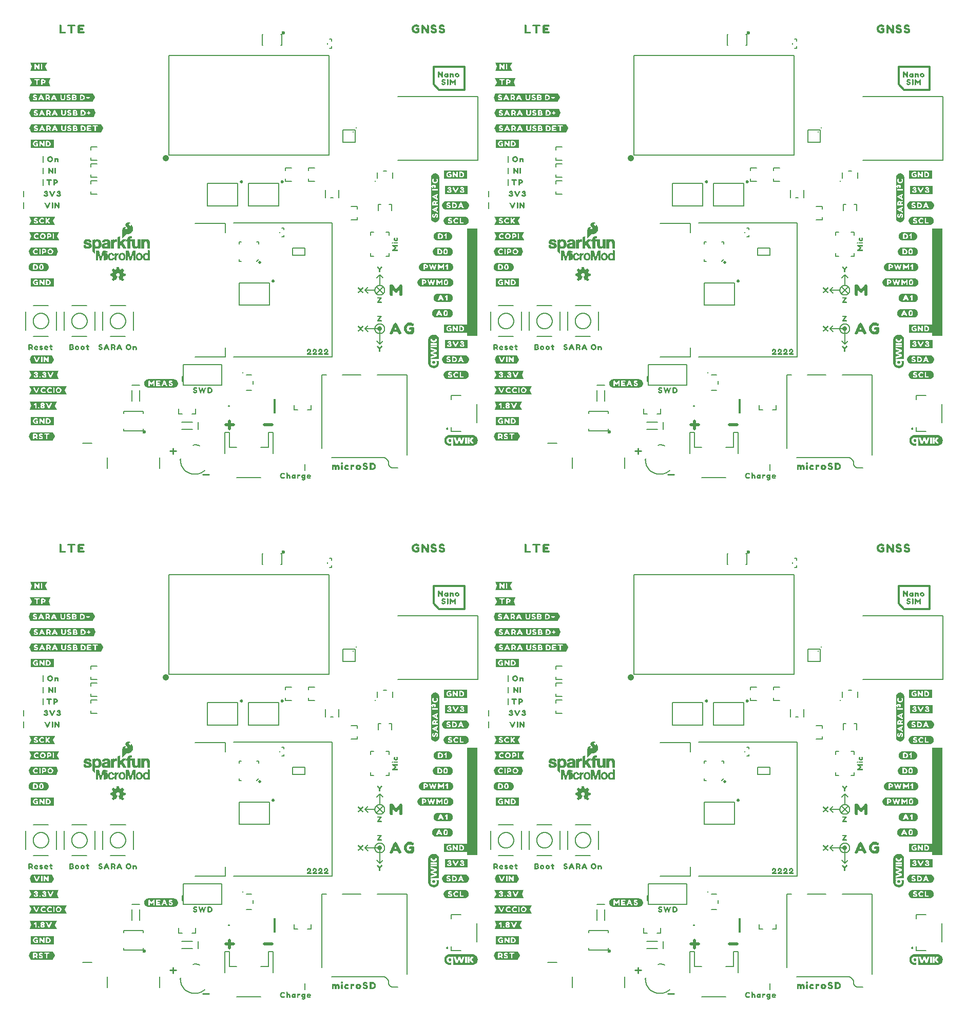
<source format=gto>
G04 EAGLE Gerber RS-274X export*
G75*
%MOMM*%
%FSLAX34Y34*%
%LPD*%
%INSilkscreen Top*%
%IPPOS*%
%AMOC8*
5,1,8,0,0,1.08239X$1,22.5*%
G01*
%ADD10R,1.651000X14.922500*%
%ADD11C,0.203200*%
%ADD12C,0.508000*%
%ADD13C,0.279400*%
%ADD14R,1.651000X3.810000*%
%ADD15C,0.254000*%
%ADD16C,0.304800*%
%ADD17C,0.600000*%
%ADD18C,0.152400*%
%ADD19C,0.127000*%
%ADD20C,1.000000*%
%ADD21C,0.508000*%
%ADD22C,0.254000*%
%ADD23C,0.316225*%
%ADD24C,0.177800*%
%ADD25R,0.400000X2.350000*%
%ADD26C,0.200000*%

G36*
X136814Y1433334D02*
X136814Y1433334D01*
X136817Y1433331D01*
X137517Y1433431D01*
X137541Y1433456D01*
X137554Y1433458D01*
X140854Y1440058D01*
X140853Y1440062D01*
X140856Y1440065D01*
X140852Y1440071D01*
X140849Y1440084D01*
X140857Y1440096D01*
X140657Y1440696D01*
X140653Y1440698D01*
X140654Y1440702D01*
X137654Y1446802D01*
X137630Y1446814D01*
X137626Y1446827D01*
X137026Y1447027D01*
X137015Y1447023D01*
X137010Y1447029D01*
X23110Y1447029D01*
X23105Y1447026D01*
X23102Y1447029D01*
X22502Y1446929D01*
X22479Y1446905D01*
X22466Y1446902D01*
X19066Y1440202D01*
X19068Y1440192D01*
X19064Y1440190D01*
X19070Y1440183D01*
X19072Y1440170D01*
X19066Y1440158D01*
X19366Y1439558D01*
X19366Y1439557D01*
X22466Y1433557D01*
X22490Y1433546D01*
X22494Y1433533D01*
X23094Y1433333D01*
X23105Y1433337D01*
X23110Y1433331D01*
X136810Y1433331D01*
X136814Y1433334D01*
G37*
G36*
X136814Y577354D02*
X136814Y577354D01*
X136817Y577351D01*
X137517Y577451D01*
X137541Y577476D01*
X137554Y577478D01*
X140854Y584078D01*
X140853Y584082D01*
X140856Y584085D01*
X140852Y584091D01*
X140849Y584104D01*
X140857Y584116D01*
X140657Y584716D01*
X140653Y584718D01*
X140654Y584722D01*
X137654Y590822D01*
X137630Y590834D01*
X137626Y590847D01*
X137026Y591047D01*
X137015Y591043D01*
X137010Y591049D01*
X23110Y591049D01*
X23105Y591046D01*
X23102Y591049D01*
X22502Y590949D01*
X22479Y590925D01*
X22466Y590922D01*
X19066Y584222D01*
X19068Y584212D01*
X19064Y584210D01*
X19070Y584203D01*
X19072Y584190D01*
X19066Y584178D01*
X19366Y583578D01*
X19366Y583577D01*
X22466Y577577D01*
X22490Y577566D01*
X22494Y577553D01*
X23094Y577353D01*
X23105Y577357D01*
X23110Y577351D01*
X136810Y577351D01*
X136814Y577354D01*
G37*
G36*
X903894Y577354D02*
X903894Y577354D01*
X903897Y577351D01*
X904597Y577451D01*
X904621Y577476D01*
X904634Y577478D01*
X907934Y584078D01*
X907933Y584082D01*
X907936Y584085D01*
X907932Y584091D01*
X907929Y584104D01*
X907937Y584116D01*
X907737Y584716D01*
X907733Y584718D01*
X907734Y584722D01*
X904734Y590822D01*
X904710Y590834D01*
X904706Y590847D01*
X904106Y591047D01*
X904095Y591043D01*
X904090Y591049D01*
X790190Y591049D01*
X790185Y591046D01*
X790182Y591049D01*
X789582Y590949D01*
X789559Y590925D01*
X789546Y590922D01*
X786146Y584222D01*
X786148Y584212D01*
X786144Y584210D01*
X786150Y584203D01*
X786152Y584190D01*
X786146Y584178D01*
X786446Y583578D01*
X786446Y583577D01*
X789546Y577577D01*
X789570Y577566D01*
X789574Y577553D01*
X790174Y577353D01*
X790185Y577357D01*
X790190Y577351D01*
X903890Y577351D01*
X903894Y577354D01*
G37*
G36*
X903894Y1433334D02*
X903894Y1433334D01*
X903897Y1433331D01*
X904597Y1433431D01*
X904621Y1433456D01*
X904634Y1433458D01*
X907934Y1440058D01*
X907933Y1440062D01*
X907936Y1440065D01*
X907932Y1440071D01*
X907929Y1440084D01*
X907937Y1440096D01*
X907737Y1440696D01*
X907733Y1440698D01*
X907734Y1440702D01*
X904734Y1446802D01*
X904710Y1446814D01*
X904706Y1446827D01*
X904106Y1447027D01*
X904095Y1447023D01*
X904090Y1447029D01*
X790190Y1447029D01*
X790185Y1447026D01*
X790182Y1447029D01*
X789582Y1446929D01*
X789559Y1446905D01*
X789546Y1446902D01*
X786146Y1440202D01*
X786148Y1440192D01*
X786144Y1440190D01*
X786150Y1440183D01*
X786152Y1440170D01*
X786146Y1440158D01*
X786446Y1439558D01*
X786446Y1439557D01*
X789546Y1433557D01*
X789570Y1433546D01*
X789574Y1433533D01*
X790174Y1433333D01*
X790185Y1433337D01*
X790190Y1433331D01*
X903890Y1433331D01*
X903894Y1433334D01*
G37*
G36*
X891970Y602773D02*
X891970Y602773D01*
X891982Y602775D01*
X892282Y603275D01*
X892282Y603277D01*
X892284Y603278D01*
X895384Y609378D01*
X895383Y609383D01*
X895387Y609386D01*
X895381Y609394D01*
X895380Y609399D01*
X895389Y609408D01*
X895289Y610008D01*
X895281Y610016D01*
X895284Y610023D01*
X892184Y616023D01*
X892174Y616027D01*
X892175Y616035D01*
X891775Y616435D01*
X891750Y616438D01*
X891747Y616442D01*
X891745Y616442D01*
X891740Y616449D01*
X789640Y616449D01*
X789619Y616433D01*
X789605Y616435D01*
X789205Y616035D01*
X789204Y616023D01*
X789196Y616022D01*
X786196Y609922D01*
X786198Y609910D01*
X786193Y609905D01*
X786194Y609903D01*
X786191Y609900D01*
X786191Y609300D01*
X786200Y609287D01*
X786196Y609278D01*
X789196Y603178D01*
X789206Y603173D01*
X789205Y603165D01*
X789605Y602765D01*
X789632Y602762D01*
X789640Y602751D01*
X891940Y602751D01*
X891970Y602773D01*
G37*
G36*
X123620Y1484153D02*
X123620Y1484153D01*
X123632Y1484155D01*
X123932Y1484655D01*
X123932Y1484657D01*
X123934Y1484658D01*
X127034Y1490758D01*
X127033Y1490763D01*
X127037Y1490766D01*
X127031Y1490774D01*
X127030Y1490779D01*
X127039Y1490788D01*
X126939Y1491388D01*
X126931Y1491396D01*
X126934Y1491403D01*
X123834Y1497403D01*
X123824Y1497407D01*
X123825Y1497415D01*
X123425Y1497815D01*
X123400Y1497818D01*
X123397Y1497822D01*
X123395Y1497822D01*
X123390Y1497829D01*
X21290Y1497829D01*
X21269Y1497813D01*
X21255Y1497815D01*
X20855Y1497415D01*
X20854Y1497403D01*
X20846Y1497402D01*
X17846Y1491302D01*
X17848Y1491290D01*
X17843Y1491285D01*
X17844Y1491283D01*
X17841Y1491280D01*
X17841Y1490680D01*
X17850Y1490667D01*
X17846Y1490658D01*
X20846Y1484558D01*
X20856Y1484553D01*
X20855Y1484545D01*
X21255Y1484145D01*
X21282Y1484142D01*
X21290Y1484131D01*
X123590Y1484131D01*
X123620Y1484153D01*
G37*
G36*
X890700Y1484153D02*
X890700Y1484153D01*
X890712Y1484155D01*
X891012Y1484655D01*
X891012Y1484657D01*
X891014Y1484658D01*
X894114Y1490758D01*
X894113Y1490763D01*
X894117Y1490766D01*
X894111Y1490774D01*
X894110Y1490779D01*
X894119Y1490788D01*
X894019Y1491388D01*
X894011Y1491396D01*
X894014Y1491403D01*
X890914Y1497403D01*
X890904Y1497407D01*
X890905Y1497415D01*
X890505Y1497815D01*
X890480Y1497818D01*
X890477Y1497822D01*
X890475Y1497822D01*
X890470Y1497829D01*
X788370Y1497829D01*
X788349Y1497813D01*
X788335Y1497815D01*
X787935Y1497415D01*
X787934Y1497403D01*
X787926Y1497402D01*
X784926Y1491302D01*
X784928Y1491290D01*
X784923Y1491285D01*
X784924Y1491283D01*
X784921Y1491280D01*
X784921Y1490680D01*
X784930Y1490667D01*
X784926Y1490658D01*
X787926Y1484558D01*
X787936Y1484553D01*
X787935Y1484545D01*
X788335Y1484145D01*
X788362Y1484142D01*
X788370Y1484131D01*
X890670Y1484131D01*
X890700Y1484153D01*
G37*
G36*
X124890Y1458753D02*
X124890Y1458753D01*
X124902Y1458755D01*
X125202Y1459255D01*
X125202Y1459257D01*
X125204Y1459258D01*
X128304Y1465358D01*
X128303Y1465363D01*
X128307Y1465366D01*
X128301Y1465374D01*
X128300Y1465379D01*
X128309Y1465388D01*
X128209Y1465988D01*
X128201Y1465996D01*
X128204Y1466003D01*
X125104Y1472003D01*
X125094Y1472007D01*
X125095Y1472015D01*
X124695Y1472415D01*
X124670Y1472418D01*
X124667Y1472422D01*
X124665Y1472422D01*
X124660Y1472429D01*
X22560Y1472429D01*
X22539Y1472413D01*
X22525Y1472415D01*
X22125Y1472015D01*
X22124Y1472003D01*
X22116Y1472002D01*
X19116Y1465902D01*
X19118Y1465890D01*
X19113Y1465885D01*
X19114Y1465883D01*
X19111Y1465880D01*
X19111Y1465280D01*
X19120Y1465267D01*
X19116Y1465258D01*
X22116Y1459158D01*
X22126Y1459153D01*
X22125Y1459145D01*
X22525Y1458745D01*
X22552Y1458742D01*
X22560Y1458731D01*
X124860Y1458731D01*
X124890Y1458753D01*
G37*
G36*
X123620Y628173D02*
X123620Y628173D01*
X123632Y628175D01*
X123932Y628675D01*
X123932Y628677D01*
X123934Y628678D01*
X127034Y634778D01*
X127033Y634783D01*
X127037Y634786D01*
X127031Y634794D01*
X127030Y634799D01*
X127039Y634808D01*
X126939Y635408D01*
X126931Y635416D01*
X126934Y635423D01*
X123834Y641423D01*
X123824Y641427D01*
X123825Y641435D01*
X123425Y641835D01*
X123400Y641838D01*
X123397Y641842D01*
X123395Y641842D01*
X123390Y641849D01*
X21290Y641849D01*
X21269Y641833D01*
X21255Y641835D01*
X20855Y641435D01*
X20854Y641423D01*
X20846Y641422D01*
X17846Y635322D01*
X17848Y635310D01*
X17843Y635305D01*
X17844Y635303D01*
X17841Y635300D01*
X17841Y634700D01*
X17850Y634687D01*
X17846Y634678D01*
X20846Y628578D01*
X20856Y628573D01*
X20855Y628565D01*
X21255Y628165D01*
X21282Y628162D01*
X21290Y628151D01*
X123590Y628151D01*
X123620Y628173D01*
G37*
G36*
X891970Y1458753D02*
X891970Y1458753D01*
X891982Y1458755D01*
X892282Y1459255D01*
X892282Y1459257D01*
X892284Y1459258D01*
X895384Y1465358D01*
X895383Y1465363D01*
X895387Y1465366D01*
X895381Y1465374D01*
X895380Y1465379D01*
X895389Y1465388D01*
X895289Y1465988D01*
X895281Y1465996D01*
X895284Y1466003D01*
X892184Y1472003D01*
X892174Y1472007D01*
X892175Y1472015D01*
X891775Y1472415D01*
X891750Y1472418D01*
X891747Y1472422D01*
X891745Y1472422D01*
X891740Y1472429D01*
X789640Y1472429D01*
X789619Y1472413D01*
X789605Y1472415D01*
X789205Y1472015D01*
X789204Y1472003D01*
X789196Y1472002D01*
X786196Y1465902D01*
X786198Y1465890D01*
X786193Y1465885D01*
X786194Y1465883D01*
X786191Y1465880D01*
X786191Y1465280D01*
X786200Y1465267D01*
X786196Y1465258D01*
X789196Y1459158D01*
X789206Y1459153D01*
X789205Y1459145D01*
X789605Y1458745D01*
X789632Y1458742D01*
X789640Y1458731D01*
X891940Y1458731D01*
X891970Y1458753D01*
G37*
G36*
X890700Y628173D02*
X890700Y628173D01*
X890712Y628175D01*
X891012Y628675D01*
X891012Y628677D01*
X891014Y628678D01*
X894114Y634778D01*
X894113Y634783D01*
X894117Y634786D01*
X894111Y634794D01*
X894110Y634799D01*
X894119Y634808D01*
X894019Y635408D01*
X894011Y635416D01*
X894014Y635423D01*
X890914Y641423D01*
X890904Y641427D01*
X890905Y641435D01*
X890505Y641835D01*
X890480Y641838D01*
X890477Y641842D01*
X890475Y641842D01*
X890470Y641849D01*
X788370Y641849D01*
X788349Y641833D01*
X788335Y641835D01*
X787935Y641435D01*
X787934Y641423D01*
X787926Y641422D01*
X784926Y635322D01*
X784928Y635310D01*
X784923Y635305D01*
X784924Y635303D01*
X784921Y635300D01*
X784921Y634700D01*
X784930Y634687D01*
X784926Y634678D01*
X787926Y628578D01*
X787936Y628573D01*
X787935Y628565D01*
X788335Y628165D01*
X788362Y628162D01*
X788370Y628151D01*
X890670Y628151D01*
X890700Y628173D01*
G37*
G36*
X124890Y602773D02*
X124890Y602773D01*
X124902Y602775D01*
X125202Y603275D01*
X125202Y603277D01*
X125204Y603278D01*
X128304Y609378D01*
X128303Y609383D01*
X128307Y609386D01*
X128301Y609394D01*
X128300Y609399D01*
X128309Y609408D01*
X128209Y610008D01*
X128201Y610016D01*
X128204Y610023D01*
X125104Y616023D01*
X125094Y616027D01*
X125095Y616035D01*
X124695Y616435D01*
X124670Y616438D01*
X124667Y616442D01*
X124665Y616442D01*
X124660Y616449D01*
X22560Y616449D01*
X22539Y616433D01*
X22525Y616435D01*
X22125Y616035D01*
X22124Y616023D01*
X22116Y616022D01*
X19116Y609922D01*
X19118Y609910D01*
X19113Y609905D01*
X19114Y609903D01*
X19111Y609900D01*
X19111Y609300D01*
X19120Y609287D01*
X19116Y609278D01*
X22116Y603178D01*
X22126Y603173D01*
X22125Y603165D01*
X22525Y602765D01*
X22552Y602762D01*
X22560Y602751D01*
X124860Y602751D01*
X124890Y602773D01*
G37*
G36*
X689449Y1285638D02*
X689449Y1285638D01*
X689456Y1285633D01*
X690055Y1285833D01*
X690754Y1286033D01*
X690758Y1286038D01*
X690762Y1286036D01*
X691962Y1286636D01*
X691965Y1286643D01*
X691971Y1286642D01*
X692469Y1287040D01*
X693067Y1287439D01*
X693071Y1287449D01*
X693078Y1287449D01*
X693878Y1288449D01*
X693879Y1288453D01*
X693881Y1288453D01*
X694281Y1289053D01*
X694281Y1289057D01*
X694284Y1289058D01*
X694584Y1289658D01*
X694583Y1289665D01*
X694587Y1289666D01*
X694787Y1290365D01*
X694987Y1290964D01*
X694985Y1290971D01*
X694989Y1290973D01*
X695089Y1291672D01*
X695189Y1292272D01*
X695186Y1292277D01*
X695189Y1292280D01*
X695189Y1359380D01*
X695186Y1359384D01*
X695189Y1359387D01*
X694989Y1360787D01*
X694984Y1360792D01*
X694987Y1360796D01*
X694787Y1361395D01*
X694587Y1362094D01*
X694582Y1362098D01*
X694584Y1362102D01*
X694284Y1362702D01*
X694280Y1362704D01*
X694281Y1362707D01*
X693881Y1363307D01*
X693878Y1363308D01*
X693878Y1363311D01*
X693078Y1364311D01*
X693068Y1364313D01*
X693067Y1364321D01*
X692469Y1364720D01*
X691971Y1365118D01*
X691963Y1365119D01*
X691962Y1365124D01*
X690762Y1365724D01*
X690755Y1365723D01*
X690754Y1365727D01*
X690055Y1365927D01*
X689456Y1366127D01*
X689445Y1366123D01*
X689440Y1366129D01*
X687340Y1366129D01*
X687331Y1366122D01*
X687324Y1366127D01*
X686725Y1365927D01*
X686026Y1365727D01*
X686025Y1365726D01*
X686024Y1365727D01*
X685424Y1365527D01*
X685421Y1365522D01*
X685418Y1365524D01*
X684818Y1365224D01*
X684816Y1365220D01*
X684813Y1365221D01*
X684213Y1364821D01*
X684210Y1364814D01*
X684205Y1364815D01*
X683707Y1364317D01*
X683209Y1363918D01*
X683207Y1363908D01*
X683199Y1363907D01*
X682800Y1363309D01*
X682402Y1362811D01*
X682401Y1362803D01*
X682396Y1362802D01*
X682096Y1362202D01*
X682097Y1362195D01*
X682093Y1362194D01*
X681893Y1361495D01*
X681693Y1360896D01*
X681695Y1360889D01*
X681691Y1360887D01*
X681491Y1359487D01*
X681494Y1359482D01*
X681491Y1359480D01*
X681491Y1292480D01*
X681497Y1292472D01*
X681494Y1292462D01*
X681507Y1292458D01*
X681527Y1292433D01*
X681546Y1292447D01*
X681548Y1292447D01*
X681511Y1292420D01*
X681505Y1292401D01*
X681493Y1292391D01*
X681497Y1292385D01*
X681491Y1292380D01*
X681491Y1292280D01*
X681494Y1292276D01*
X681491Y1292273D01*
X681691Y1290873D01*
X681696Y1290868D01*
X681693Y1290864D01*
X681893Y1290265D01*
X682093Y1289566D01*
X682098Y1289562D01*
X682096Y1289558D01*
X682396Y1288958D01*
X682403Y1288955D01*
X682402Y1288949D01*
X682800Y1288451D01*
X683199Y1287853D01*
X683209Y1287849D01*
X683209Y1287842D01*
X683707Y1287443D01*
X684205Y1286945D01*
X684212Y1286944D01*
X684213Y1286939D01*
X684813Y1286539D01*
X684817Y1286539D01*
X684818Y1286536D01*
X685418Y1286236D01*
X685423Y1286237D01*
X685424Y1286233D01*
X686024Y1286033D01*
X686026Y1286034D01*
X686026Y1286033D01*
X686725Y1285833D01*
X687324Y1285633D01*
X687335Y1285637D01*
X687340Y1285631D01*
X689440Y1285631D01*
X689449Y1285638D01*
G37*
G36*
X1456529Y1285638D02*
X1456529Y1285638D01*
X1456536Y1285633D01*
X1457135Y1285833D01*
X1457834Y1286033D01*
X1457838Y1286038D01*
X1457842Y1286036D01*
X1459042Y1286636D01*
X1459045Y1286643D01*
X1459051Y1286642D01*
X1459549Y1287040D01*
X1460147Y1287439D01*
X1460151Y1287449D01*
X1460158Y1287449D01*
X1460958Y1288449D01*
X1460959Y1288453D01*
X1460961Y1288453D01*
X1461361Y1289053D01*
X1461361Y1289057D01*
X1461364Y1289058D01*
X1461664Y1289658D01*
X1461663Y1289665D01*
X1461667Y1289666D01*
X1461867Y1290365D01*
X1462067Y1290964D01*
X1462065Y1290971D01*
X1462069Y1290973D01*
X1462169Y1291672D01*
X1462269Y1292272D01*
X1462266Y1292277D01*
X1462269Y1292280D01*
X1462269Y1359380D01*
X1462266Y1359384D01*
X1462269Y1359387D01*
X1462069Y1360787D01*
X1462064Y1360792D01*
X1462067Y1360796D01*
X1461867Y1361395D01*
X1461667Y1362094D01*
X1461662Y1362098D01*
X1461664Y1362102D01*
X1461364Y1362702D01*
X1461360Y1362704D01*
X1461361Y1362707D01*
X1460961Y1363307D01*
X1460958Y1363308D01*
X1460958Y1363311D01*
X1460158Y1364311D01*
X1460148Y1364313D01*
X1460147Y1364321D01*
X1459549Y1364720D01*
X1459051Y1365118D01*
X1459043Y1365119D01*
X1459042Y1365124D01*
X1457842Y1365724D01*
X1457835Y1365723D01*
X1457834Y1365727D01*
X1457135Y1365927D01*
X1456536Y1366127D01*
X1456525Y1366123D01*
X1456520Y1366129D01*
X1454420Y1366129D01*
X1454411Y1366122D01*
X1454404Y1366127D01*
X1453805Y1365927D01*
X1453106Y1365727D01*
X1453105Y1365726D01*
X1453104Y1365727D01*
X1452504Y1365527D01*
X1452501Y1365522D01*
X1452498Y1365524D01*
X1451898Y1365224D01*
X1451896Y1365220D01*
X1451893Y1365221D01*
X1451293Y1364821D01*
X1451290Y1364814D01*
X1451285Y1364815D01*
X1450787Y1364317D01*
X1450289Y1363918D01*
X1450287Y1363908D01*
X1450279Y1363907D01*
X1449880Y1363309D01*
X1449482Y1362811D01*
X1449481Y1362803D01*
X1449476Y1362802D01*
X1449176Y1362202D01*
X1449177Y1362195D01*
X1449173Y1362194D01*
X1448973Y1361495D01*
X1448773Y1360896D01*
X1448775Y1360889D01*
X1448771Y1360887D01*
X1448571Y1359487D01*
X1448574Y1359482D01*
X1448571Y1359480D01*
X1448571Y1292480D01*
X1448577Y1292472D01*
X1448574Y1292462D01*
X1448587Y1292458D01*
X1448607Y1292433D01*
X1448626Y1292447D01*
X1448628Y1292447D01*
X1448591Y1292420D01*
X1448585Y1292401D01*
X1448573Y1292391D01*
X1448577Y1292385D01*
X1448571Y1292380D01*
X1448571Y1292280D01*
X1448574Y1292276D01*
X1448571Y1292273D01*
X1448771Y1290873D01*
X1448776Y1290868D01*
X1448773Y1290864D01*
X1448973Y1290265D01*
X1449173Y1289566D01*
X1449178Y1289562D01*
X1449176Y1289558D01*
X1449476Y1288958D01*
X1449483Y1288955D01*
X1449482Y1288949D01*
X1449880Y1288451D01*
X1450279Y1287853D01*
X1450289Y1287849D01*
X1450289Y1287842D01*
X1450787Y1287443D01*
X1451285Y1286945D01*
X1451292Y1286944D01*
X1451293Y1286939D01*
X1451893Y1286539D01*
X1451897Y1286539D01*
X1451898Y1286536D01*
X1452498Y1286236D01*
X1452503Y1286237D01*
X1452504Y1286233D01*
X1453104Y1286033D01*
X1453106Y1286034D01*
X1453106Y1286033D01*
X1453805Y1285833D01*
X1454404Y1285633D01*
X1454415Y1285637D01*
X1454420Y1285631D01*
X1456520Y1285631D01*
X1456529Y1285638D01*
G37*
G36*
X1456529Y429658D02*
X1456529Y429658D01*
X1456536Y429653D01*
X1457135Y429853D01*
X1457834Y430053D01*
X1457838Y430058D01*
X1457842Y430056D01*
X1459042Y430656D01*
X1459045Y430663D01*
X1459051Y430662D01*
X1459549Y431060D01*
X1460147Y431459D01*
X1460151Y431469D01*
X1460158Y431469D01*
X1460958Y432469D01*
X1460959Y432473D01*
X1460961Y432473D01*
X1461361Y433073D01*
X1461361Y433077D01*
X1461364Y433078D01*
X1461664Y433678D01*
X1461663Y433685D01*
X1461667Y433686D01*
X1461867Y434385D01*
X1462067Y434984D01*
X1462065Y434991D01*
X1462069Y434993D01*
X1462169Y435692D01*
X1462269Y436292D01*
X1462266Y436297D01*
X1462269Y436300D01*
X1462269Y503400D01*
X1462266Y503404D01*
X1462269Y503407D01*
X1462069Y504807D01*
X1462064Y504812D01*
X1462067Y504816D01*
X1461867Y505415D01*
X1461667Y506114D01*
X1461662Y506118D01*
X1461664Y506122D01*
X1461364Y506722D01*
X1461360Y506724D01*
X1461361Y506727D01*
X1460961Y507327D01*
X1460958Y507328D01*
X1460958Y507331D01*
X1460158Y508331D01*
X1460148Y508333D01*
X1460147Y508341D01*
X1459549Y508740D01*
X1459051Y509138D01*
X1459043Y509139D01*
X1459042Y509144D01*
X1457842Y509744D01*
X1457835Y509743D01*
X1457834Y509747D01*
X1457135Y509947D01*
X1456536Y510147D01*
X1456525Y510143D01*
X1456520Y510149D01*
X1454420Y510149D01*
X1454411Y510142D01*
X1454404Y510147D01*
X1453805Y509947D01*
X1453106Y509747D01*
X1453105Y509746D01*
X1453104Y509747D01*
X1452504Y509547D01*
X1452501Y509542D01*
X1452498Y509544D01*
X1451898Y509244D01*
X1451896Y509240D01*
X1451893Y509241D01*
X1451293Y508841D01*
X1451290Y508834D01*
X1451285Y508835D01*
X1450787Y508337D01*
X1450289Y507938D01*
X1450287Y507928D01*
X1450279Y507927D01*
X1449880Y507329D01*
X1449482Y506831D01*
X1449481Y506823D01*
X1449476Y506822D01*
X1449176Y506222D01*
X1449177Y506215D01*
X1449173Y506214D01*
X1448973Y505515D01*
X1448773Y504916D01*
X1448775Y504909D01*
X1448771Y504907D01*
X1448571Y503507D01*
X1448574Y503502D01*
X1448571Y503500D01*
X1448571Y436500D01*
X1448577Y436492D01*
X1448574Y436482D01*
X1448587Y436478D01*
X1448607Y436453D01*
X1448626Y436467D01*
X1448628Y436467D01*
X1448591Y436440D01*
X1448585Y436421D01*
X1448573Y436411D01*
X1448577Y436405D01*
X1448571Y436400D01*
X1448571Y436300D01*
X1448574Y436296D01*
X1448571Y436293D01*
X1448771Y434893D01*
X1448776Y434888D01*
X1448773Y434884D01*
X1448973Y434285D01*
X1449173Y433586D01*
X1449178Y433582D01*
X1449176Y433578D01*
X1449476Y432978D01*
X1449483Y432975D01*
X1449482Y432969D01*
X1449880Y432471D01*
X1450279Y431873D01*
X1450289Y431869D01*
X1450289Y431862D01*
X1450787Y431463D01*
X1451285Y430965D01*
X1451292Y430964D01*
X1451293Y430959D01*
X1451893Y430559D01*
X1451897Y430559D01*
X1451898Y430556D01*
X1452498Y430256D01*
X1452503Y430257D01*
X1452504Y430253D01*
X1453104Y430053D01*
X1453106Y430054D01*
X1453106Y430053D01*
X1453805Y429853D01*
X1454404Y429653D01*
X1454415Y429657D01*
X1454420Y429651D01*
X1456520Y429651D01*
X1456529Y429658D01*
G37*
G36*
X689449Y429658D02*
X689449Y429658D01*
X689456Y429653D01*
X690055Y429853D01*
X690754Y430053D01*
X690758Y430058D01*
X690762Y430056D01*
X691962Y430656D01*
X691965Y430663D01*
X691971Y430662D01*
X692469Y431060D01*
X693067Y431459D01*
X693071Y431469D01*
X693078Y431469D01*
X693878Y432469D01*
X693879Y432473D01*
X693881Y432473D01*
X694281Y433073D01*
X694281Y433077D01*
X694284Y433078D01*
X694584Y433678D01*
X694583Y433685D01*
X694587Y433686D01*
X694787Y434385D01*
X694987Y434984D01*
X694985Y434991D01*
X694989Y434993D01*
X695089Y435692D01*
X695189Y436292D01*
X695186Y436297D01*
X695189Y436300D01*
X695189Y503400D01*
X695186Y503404D01*
X695189Y503407D01*
X694989Y504807D01*
X694984Y504812D01*
X694987Y504816D01*
X694787Y505415D01*
X694587Y506114D01*
X694582Y506118D01*
X694584Y506122D01*
X694284Y506722D01*
X694280Y506724D01*
X694281Y506727D01*
X693881Y507327D01*
X693878Y507328D01*
X693878Y507331D01*
X693078Y508331D01*
X693068Y508333D01*
X693067Y508341D01*
X692469Y508740D01*
X691971Y509138D01*
X691963Y509139D01*
X691962Y509144D01*
X690762Y509744D01*
X690755Y509743D01*
X690754Y509747D01*
X690055Y509947D01*
X689456Y510147D01*
X689445Y510143D01*
X689440Y510149D01*
X687340Y510149D01*
X687331Y510142D01*
X687324Y510147D01*
X686725Y509947D01*
X686026Y509747D01*
X686025Y509746D01*
X686024Y509747D01*
X685424Y509547D01*
X685421Y509542D01*
X685418Y509544D01*
X684818Y509244D01*
X684816Y509240D01*
X684813Y509241D01*
X684213Y508841D01*
X684210Y508834D01*
X684205Y508835D01*
X683707Y508337D01*
X683209Y507938D01*
X683207Y507928D01*
X683199Y507927D01*
X682800Y507329D01*
X682402Y506831D01*
X682401Y506823D01*
X682396Y506822D01*
X682096Y506222D01*
X682097Y506215D01*
X682093Y506214D01*
X681893Y505515D01*
X681693Y504916D01*
X681695Y504909D01*
X681691Y504907D01*
X681491Y503507D01*
X681494Y503502D01*
X681491Y503500D01*
X681491Y436500D01*
X681497Y436492D01*
X681494Y436482D01*
X681507Y436478D01*
X681527Y436453D01*
X681546Y436467D01*
X681548Y436467D01*
X681511Y436440D01*
X681505Y436421D01*
X681493Y436411D01*
X681497Y436405D01*
X681491Y436400D01*
X681491Y436300D01*
X681494Y436296D01*
X681491Y436293D01*
X681691Y434893D01*
X681696Y434888D01*
X681693Y434884D01*
X681893Y434285D01*
X682093Y433586D01*
X682098Y433582D01*
X682096Y433578D01*
X682396Y432978D01*
X682403Y432975D01*
X682402Y432969D01*
X682800Y432471D01*
X683199Y431873D01*
X683209Y431869D01*
X683209Y431862D01*
X683707Y431463D01*
X684205Y430965D01*
X684212Y430964D01*
X684213Y430959D01*
X684813Y430559D01*
X684817Y430559D01*
X684818Y430556D01*
X685418Y430256D01*
X685423Y430257D01*
X685424Y430253D01*
X686024Y430053D01*
X686026Y430054D01*
X686026Y430053D01*
X686725Y429853D01*
X687324Y429653D01*
X687335Y429657D01*
X687340Y429651D01*
X689440Y429651D01*
X689449Y429658D01*
G37*
G36*
X715088Y916827D02*
X715088Y916827D01*
X715109Y916830D01*
X715118Y916847D01*
X715127Y916853D01*
X715125Y916862D01*
X715132Y916876D01*
X715148Y917263D01*
X715147Y917264D01*
X715148Y917265D01*
X715148Y921500D01*
X715148Y921501D01*
X715138Y921894D01*
X715131Y921905D01*
X715133Y921918D01*
X715113Y921931D01*
X715100Y921951D01*
X715087Y921948D01*
X715076Y921956D01*
X715042Y921941D01*
X715033Y921939D01*
X715032Y921936D01*
X715029Y921935D01*
X714598Y921449D01*
X714195Y921122D01*
X713748Y920859D01*
X713263Y920674D01*
X712756Y920557D01*
X712238Y920504D01*
X711717Y920525D01*
X711196Y920574D01*
X710689Y920693D01*
X710190Y920845D01*
X709727Y921083D01*
X709277Y921344D01*
X708889Y921692D01*
X708524Y922062D01*
X708219Y922485D01*
X707958Y922935D01*
X707742Y923411D01*
X707582Y923907D01*
X707456Y924416D01*
X707383Y924933D01*
X707343Y925456D01*
X707338Y925980D01*
X707378Y926503D01*
X707445Y927021D01*
X707571Y927530D01*
X707728Y928027D01*
X707945Y928502D01*
X708207Y928951D01*
X708514Y929372D01*
X708882Y929740D01*
X709271Y930086D01*
X709726Y930339D01*
X710194Y930566D01*
X710693Y930718D01*
X711203Y930823D01*
X711724Y930871D01*
X712245Y930880D01*
X712763Y930821D01*
X713268Y930697D01*
X713751Y930506D01*
X714198Y930242D01*
X714602Y929920D01*
X715032Y929372D01*
X715047Y929367D01*
X715055Y929354D01*
X715077Y929357D01*
X715097Y929350D01*
X715107Y929361D01*
X715123Y929363D01*
X715135Y929391D01*
X715143Y929399D01*
X715142Y929405D01*
X715145Y929410D01*
X715148Y929910D01*
X715148Y930439D01*
X715151Y930781D01*
X718386Y930781D01*
X718387Y930781D01*
X718404Y930781D01*
X718404Y917163D01*
X718405Y917161D01*
X718405Y917159D01*
X718421Y916875D01*
X718434Y916858D01*
X718437Y916837D01*
X718455Y916829D01*
X718462Y916820D01*
X718471Y916822D01*
X718484Y916816D01*
X749412Y916816D01*
X749415Y916818D01*
X749418Y916816D01*
X750999Y916967D01*
X751001Y916969D01*
X751004Y916968D01*
X751522Y917065D01*
X751525Y917068D01*
X751529Y917067D01*
X753041Y917549D01*
X753045Y917553D01*
X753052Y917554D01*
X754448Y918311D01*
X754450Y918316D01*
X754457Y918318D01*
X755690Y919317D01*
X755691Y919320D01*
X755696Y919322D01*
X756059Y919704D01*
X756060Y919706D01*
X756062Y919707D01*
X756736Y920524D01*
X756736Y920526D01*
X756739Y920528D01*
X757042Y920959D01*
X757042Y920962D01*
X757046Y920965D01*
X757790Y922367D01*
X757790Y922372D01*
X757791Y922373D01*
X757793Y922375D01*
X757793Y922376D01*
X757795Y922377D01*
X758265Y923894D01*
X758264Y923899D01*
X758268Y923904D01*
X758338Y924427D01*
X758338Y924428D01*
X758338Y924429D01*
X758444Y925483D01*
X758443Y925485D01*
X758445Y925488D01*
X758453Y926015D01*
X758451Y926017D01*
X758453Y926022D01*
X758293Y927602D01*
X758289Y927606D01*
X758290Y927614D01*
X757819Y929130D01*
X757816Y929133D01*
X757816Y929138D01*
X757593Y929616D01*
X757591Y929617D01*
X757591Y929619D01*
X757086Y930550D01*
X757084Y930551D01*
X757083Y930554D01*
X756793Y930994D01*
X756791Y930995D01*
X756789Y931000D01*
X756116Y931816D01*
X756114Y931816D01*
X756114Y931818D01*
X756081Y931854D01*
X756025Y931917D01*
X755969Y931980D01*
X755913Y932043D01*
X755857Y932105D01*
X755801Y932168D01*
X755762Y932211D01*
X755758Y932212D01*
X755755Y932218D01*
X754530Y933228D01*
X754525Y933229D01*
X754520Y933235D01*
X753126Y933994D01*
X753122Y933994D01*
X753118Y933998D01*
X752623Y934181D01*
X752622Y934181D01*
X752620Y934182D01*
X751609Y934496D01*
X751607Y934496D01*
X751604Y934498D01*
X751090Y934612D01*
X751087Y934610D01*
X751083Y934613D01*
X750029Y934719D01*
X749504Y934772D01*
X749501Y934771D01*
X749497Y934772D01*
X712446Y934772D01*
X712444Y934771D01*
X712440Y934772D01*
X710860Y934624D01*
X710858Y934623D01*
X710855Y934624D01*
X710336Y934533D01*
X710333Y934530D01*
X710328Y934531D01*
X708813Y934055D01*
X708810Y934051D01*
X708802Y934050D01*
X707407Y933293D01*
X707405Y933289D01*
X707399Y933287D01*
X706979Y932967D01*
X706979Y932966D01*
X706977Y932966D01*
X706161Y932292D01*
X706160Y932289D01*
X706156Y932288D01*
X705788Y931910D01*
X705787Y931908D01*
X705784Y931906D01*
X705111Y931090D01*
X705110Y931088D01*
X705108Y931086D01*
X704800Y930659D01*
X704799Y930655D01*
X704795Y930652D01*
X704045Y929253D01*
X704046Y929248D01*
X704041Y929242D01*
X703570Y927726D01*
X703571Y927721D01*
X703568Y927716D01*
X703491Y927194D01*
X703492Y927193D01*
X703491Y927191D01*
X703384Y926138D01*
X703385Y926136D01*
X703384Y926134D01*
X703369Y925607D01*
X703371Y925604D01*
X703369Y925599D01*
X703529Y924019D01*
X703532Y924015D01*
X703531Y924007D01*
X703996Y922489D01*
X703999Y922487D01*
X703999Y922482D01*
X704217Y922002D01*
X704219Y922001D01*
X704219Y921998D01*
X704724Y921068D01*
X704726Y921066D01*
X704726Y921064D01*
X705011Y920620D01*
X705014Y920618D01*
X705016Y920614D01*
X705025Y920602D01*
X705078Y920540D01*
X705131Y920477D01*
X705289Y920289D01*
X705342Y920226D01*
X705395Y920163D01*
X705447Y920100D01*
X705500Y920038D01*
X705553Y919975D01*
X705711Y919787D01*
X705764Y919724D01*
X705817Y919661D01*
X705870Y919598D01*
X705922Y919536D01*
X706037Y919399D01*
X706042Y919398D01*
X706045Y919391D01*
X707270Y918381D01*
X707275Y918380D01*
X707280Y918374D01*
X708670Y917610D01*
X708674Y917610D01*
X708678Y917606D01*
X709170Y917417D01*
X709172Y917417D01*
X709174Y917415D01*
X710185Y917102D01*
X710187Y917102D01*
X710189Y917100D01*
X710702Y916980D01*
X710706Y916981D01*
X710710Y916979D01*
X712290Y916819D01*
X712293Y916821D01*
X712296Y916819D01*
X715070Y916816D01*
X715088Y916827D01*
G37*
G36*
X1482168Y60847D02*
X1482168Y60847D01*
X1482189Y60850D01*
X1482198Y60867D01*
X1482207Y60873D01*
X1482205Y60882D01*
X1482212Y60896D01*
X1482228Y61283D01*
X1482227Y61284D01*
X1482228Y61285D01*
X1482228Y65520D01*
X1482228Y65521D01*
X1482218Y65914D01*
X1482211Y65925D01*
X1482213Y65938D01*
X1482193Y65951D01*
X1482180Y65971D01*
X1482167Y65968D01*
X1482156Y65976D01*
X1482122Y65961D01*
X1482113Y65959D01*
X1482112Y65956D01*
X1482109Y65955D01*
X1481678Y65469D01*
X1481275Y65142D01*
X1480828Y64879D01*
X1480343Y64694D01*
X1479836Y64577D01*
X1479318Y64524D01*
X1478797Y64545D01*
X1478276Y64594D01*
X1477769Y64713D01*
X1477270Y64865D01*
X1476807Y65103D01*
X1476357Y65364D01*
X1475969Y65712D01*
X1475604Y66082D01*
X1475299Y66505D01*
X1475038Y66955D01*
X1474822Y67431D01*
X1474662Y67927D01*
X1474536Y68436D01*
X1474463Y68953D01*
X1474423Y69476D01*
X1474418Y70000D01*
X1474458Y70523D01*
X1474525Y71041D01*
X1474651Y71550D01*
X1474808Y72047D01*
X1475025Y72522D01*
X1475287Y72971D01*
X1475594Y73392D01*
X1475962Y73760D01*
X1476351Y74106D01*
X1476806Y74359D01*
X1477274Y74586D01*
X1477773Y74738D01*
X1478283Y74843D01*
X1478804Y74891D01*
X1479325Y74900D01*
X1479843Y74841D01*
X1480348Y74717D01*
X1480831Y74526D01*
X1481278Y74262D01*
X1481682Y73940D01*
X1482112Y73392D01*
X1482127Y73387D01*
X1482135Y73374D01*
X1482157Y73377D01*
X1482177Y73370D01*
X1482187Y73381D01*
X1482203Y73383D01*
X1482215Y73411D01*
X1482223Y73419D01*
X1482222Y73425D01*
X1482225Y73430D01*
X1482228Y73930D01*
X1482228Y74459D01*
X1482231Y74801D01*
X1485466Y74801D01*
X1485467Y74801D01*
X1485484Y74801D01*
X1485484Y61183D01*
X1485485Y61181D01*
X1485485Y61179D01*
X1485501Y60895D01*
X1485514Y60878D01*
X1485517Y60857D01*
X1485535Y60849D01*
X1485542Y60840D01*
X1485551Y60842D01*
X1485564Y60836D01*
X1516492Y60836D01*
X1516495Y60838D01*
X1516498Y60836D01*
X1518079Y60987D01*
X1518081Y60989D01*
X1518084Y60988D01*
X1518602Y61085D01*
X1518605Y61088D01*
X1518609Y61087D01*
X1520121Y61569D01*
X1520125Y61573D01*
X1520132Y61574D01*
X1521528Y62331D01*
X1521530Y62336D01*
X1521537Y62338D01*
X1522770Y63337D01*
X1522771Y63340D01*
X1522776Y63342D01*
X1523139Y63724D01*
X1523140Y63726D01*
X1523142Y63727D01*
X1523816Y64544D01*
X1523816Y64546D01*
X1523819Y64548D01*
X1524122Y64979D01*
X1524122Y64982D01*
X1524126Y64985D01*
X1524870Y66387D01*
X1524870Y66392D01*
X1524871Y66393D01*
X1524873Y66395D01*
X1524873Y66396D01*
X1524875Y66397D01*
X1525345Y67914D01*
X1525344Y67919D01*
X1525348Y67924D01*
X1525418Y68447D01*
X1525418Y68448D01*
X1525418Y68449D01*
X1525524Y69503D01*
X1525523Y69505D01*
X1525525Y69508D01*
X1525533Y70035D01*
X1525531Y70037D01*
X1525533Y70042D01*
X1525373Y71622D01*
X1525369Y71626D01*
X1525370Y71634D01*
X1524899Y73150D01*
X1524896Y73153D01*
X1524896Y73158D01*
X1524673Y73636D01*
X1524671Y73637D01*
X1524671Y73639D01*
X1524166Y74570D01*
X1524164Y74571D01*
X1524163Y74574D01*
X1523873Y75014D01*
X1523871Y75015D01*
X1523869Y75020D01*
X1523196Y75836D01*
X1523194Y75836D01*
X1523194Y75838D01*
X1523161Y75874D01*
X1523105Y75937D01*
X1523049Y76000D01*
X1522993Y76063D01*
X1522937Y76125D01*
X1522881Y76188D01*
X1522842Y76231D01*
X1522838Y76232D01*
X1522835Y76238D01*
X1521610Y77248D01*
X1521605Y77249D01*
X1521600Y77255D01*
X1520206Y78014D01*
X1520202Y78014D01*
X1520198Y78018D01*
X1519703Y78201D01*
X1519702Y78201D01*
X1519700Y78202D01*
X1518689Y78516D01*
X1518687Y78516D01*
X1518684Y78518D01*
X1518170Y78632D01*
X1518167Y78630D01*
X1518163Y78633D01*
X1517109Y78739D01*
X1516584Y78792D01*
X1516581Y78791D01*
X1516577Y78792D01*
X1479526Y78792D01*
X1479524Y78791D01*
X1479520Y78792D01*
X1477940Y78644D01*
X1477938Y78643D01*
X1477935Y78644D01*
X1477416Y78553D01*
X1477413Y78550D01*
X1477408Y78551D01*
X1475893Y78075D01*
X1475890Y78071D01*
X1475882Y78070D01*
X1474487Y77313D01*
X1474485Y77309D01*
X1474479Y77307D01*
X1474059Y76987D01*
X1474059Y76986D01*
X1474057Y76986D01*
X1473241Y76312D01*
X1473240Y76309D01*
X1473236Y76308D01*
X1472868Y75930D01*
X1472867Y75928D01*
X1472864Y75926D01*
X1472191Y75110D01*
X1472190Y75108D01*
X1472188Y75106D01*
X1471880Y74679D01*
X1471879Y74675D01*
X1471875Y74672D01*
X1471125Y73273D01*
X1471126Y73268D01*
X1471121Y73262D01*
X1470650Y71746D01*
X1470651Y71741D01*
X1470648Y71736D01*
X1470571Y71214D01*
X1470572Y71213D01*
X1470571Y71211D01*
X1470464Y70158D01*
X1470465Y70156D01*
X1470464Y70154D01*
X1470449Y69627D01*
X1470451Y69624D01*
X1470449Y69619D01*
X1470609Y68039D01*
X1470612Y68035D01*
X1470611Y68027D01*
X1471076Y66509D01*
X1471079Y66507D01*
X1471079Y66502D01*
X1471297Y66022D01*
X1471299Y66021D01*
X1471299Y66018D01*
X1471804Y65088D01*
X1471806Y65086D01*
X1471806Y65084D01*
X1472091Y64640D01*
X1472094Y64638D01*
X1472096Y64634D01*
X1472105Y64622D01*
X1472158Y64560D01*
X1472211Y64497D01*
X1472369Y64309D01*
X1472422Y64246D01*
X1472475Y64183D01*
X1472527Y64120D01*
X1472580Y64058D01*
X1472633Y63995D01*
X1472791Y63807D01*
X1472844Y63744D01*
X1472897Y63681D01*
X1472950Y63618D01*
X1473002Y63556D01*
X1473117Y63419D01*
X1473122Y63418D01*
X1473125Y63411D01*
X1474350Y62401D01*
X1474355Y62400D01*
X1474360Y62394D01*
X1475750Y61630D01*
X1475754Y61630D01*
X1475758Y61626D01*
X1476250Y61437D01*
X1476252Y61437D01*
X1476254Y61435D01*
X1477265Y61122D01*
X1477267Y61122D01*
X1477269Y61120D01*
X1477782Y61000D01*
X1477786Y61001D01*
X1477790Y60999D01*
X1479370Y60839D01*
X1479373Y60841D01*
X1479376Y60839D01*
X1482150Y60836D01*
X1482168Y60847D01*
G37*
G36*
X1482168Y916827D02*
X1482168Y916827D01*
X1482189Y916830D01*
X1482198Y916847D01*
X1482207Y916853D01*
X1482205Y916862D01*
X1482212Y916876D01*
X1482228Y917263D01*
X1482227Y917264D01*
X1482228Y917265D01*
X1482228Y921500D01*
X1482228Y921501D01*
X1482218Y921894D01*
X1482211Y921905D01*
X1482213Y921918D01*
X1482193Y921931D01*
X1482180Y921951D01*
X1482167Y921948D01*
X1482156Y921956D01*
X1482122Y921941D01*
X1482113Y921939D01*
X1482112Y921936D01*
X1482109Y921935D01*
X1481678Y921449D01*
X1481275Y921122D01*
X1480828Y920859D01*
X1480343Y920674D01*
X1479836Y920557D01*
X1479318Y920504D01*
X1478797Y920525D01*
X1478276Y920574D01*
X1477769Y920693D01*
X1477270Y920845D01*
X1476807Y921083D01*
X1476357Y921344D01*
X1475969Y921692D01*
X1475604Y922062D01*
X1475299Y922485D01*
X1475038Y922935D01*
X1474822Y923411D01*
X1474662Y923907D01*
X1474536Y924416D01*
X1474463Y924933D01*
X1474423Y925456D01*
X1474418Y925980D01*
X1474458Y926503D01*
X1474525Y927021D01*
X1474651Y927530D01*
X1474808Y928027D01*
X1475025Y928502D01*
X1475287Y928951D01*
X1475594Y929372D01*
X1475962Y929740D01*
X1476351Y930086D01*
X1476806Y930339D01*
X1477274Y930566D01*
X1477773Y930718D01*
X1478283Y930823D01*
X1478804Y930871D01*
X1479325Y930880D01*
X1479843Y930821D01*
X1480348Y930697D01*
X1480831Y930506D01*
X1481278Y930242D01*
X1481682Y929920D01*
X1482112Y929372D01*
X1482127Y929367D01*
X1482135Y929354D01*
X1482157Y929357D01*
X1482177Y929350D01*
X1482187Y929361D01*
X1482203Y929363D01*
X1482215Y929391D01*
X1482223Y929399D01*
X1482222Y929405D01*
X1482225Y929410D01*
X1482228Y929910D01*
X1482228Y930439D01*
X1482231Y930781D01*
X1485466Y930781D01*
X1485467Y930781D01*
X1485484Y930781D01*
X1485484Y917163D01*
X1485485Y917161D01*
X1485485Y917159D01*
X1485501Y916875D01*
X1485514Y916858D01*
X1485517Y916837D01*
X1485535Y916829D01*
X1485542Y916820D01*
X1485551Y916822D01*
X1485564Y916816D01*
X1516492Y916816D01*
X1516495Y916818D01*
X1516498Y916816D01*
X1518079Y916967D01*
X1518081Y916969D01*
X1518084Y916968D01*
X1518602Y917065D01*
X1518605Y917068D01*
X1518609Y917067D01*
X1520121Y917549D01*
X1520125Y917553D01*
X1520132Y917554D01*
X1521528Y918311D01*
X1521530Y918316D01*
X1521537Y918318D01*
X1522770Y919317D01*
X1522771Y919320D01*
X1522776Y919322D01*
X1523139Y919704D01*
X1523140Y919706D01*
X1523142Y919707D01*
X1523816Y920524D01*
X1523816Y920526D01*
X1523819Y920528D01*
X1524122Y920959D01*
X1524122Y920962D01*
X1524126Y920965D01*
X1524870Y922367D01*
X1524870Y922372D01*
X1524871Y922373D01*
X1524873Y922375D01*
X1524873Y922376D01*
X1524875Y922377D01*
X1525345Y923894D01*
X1525344Y923899D01*
X1525348Y923904D01*
X1525418Y924427D01*
X1525418Y924428D01*
X1525418Y924429D01*
X1525524Y925483D01*
X1525523Y925485D01*
X1525525Y925488D01*
X1525533Y926015D01*
X1525531Y926017D01*
X1525533Y926022D01*
X1525373Y927602D01*
X1525369Y927606D01*
X1525370Y927614D01*
X1524899Y929130D01*
X1524896Y929133D01*
X1524896Y929138D01*
X1524673Y929616D01*
X1524671Y929617D01*
X1524671Y929619D01*
X1524166Y930550D01*
X1524164Y930551D01*
X1524163Y930554D01*
X1523873Y930994D01*
X1523871Y930995D01*
X1523869Y931000D01*
X1523196Y931816D01*
X1523194Y931816D01*
X1523194Y931818D01*
X1523161Y931854D01*
X1523105Y931917D01*
X1523049Y931980D01*
X1522993Y932043D01*
X1522937Y932105D01*
X1522881Y932168D01*
X1522842Y932211D01*
X1522838Y932212D01*
X1522835Y932218D01*
X1521610Y933228D01*
X1521605Y933229D01*
X1521600Y933235D01*
X1520206Y933994D01*
X1520202Y933994D01*
X1520198Y933998D01*
X1519703Y934181D01*
X1519702Y934181D01*
X1519700Y934182D01*
X1518689Y934496D01*
X1518687Y934496D01*
X1518684Y934498D01*
X1518170Y934612D01*
X1518167Y934610D01*
X1518163Y934613D01*
X1517109Y934719D01*
X1516584Y934772D01*
X1516581Y934771D01*
X1516577Y934772D01*
X1479526Y934772D01*
X1479524Y934771D01*
X1479520Y934772D01*
X1477940Y934624D01*
X1477938Y934623D01*
X1477935Y934624D01*
X1477416Y934533D01*
X1477413Y934530D01*
X1477408Y934531D01*
X1475893Y934055D01*
X1475890Y934051D01*
X1475882Y934050D01*
X1474487Y933293D01*
X1474485Y933289D01*
X1474479Y933287D01*
X1474059Y932967D01*
X1474059Y932966D01*
X1474057Y932966D01*
X1473241Y932292D01*
X1473240Y932289D01*
X1473236Y932288D01*
X1472868Y931910D01*
X1472867Y931908D01*
X1472864Y931906D01*
X1472191Y931090D01*
X1472190Y931088D01*
X1472188Y931086D01*
X1471880Y930659D01*
X1471879Y930655D01*
X1471875Y930652D01*
X1471125Y929253D01*
X1471126Y929248D01*
X1471121Y929242D01*
X1470650Y927726D01*
X1470651Y927721D01*
X1470648Y927716D01*
X1470571Y927194D01*
X1470572Y927193D01*
X1470571Y927191D01*
X1470464Y926138D01*
X1470465Y926136D01*
X1470464Y926134D01*
X1470449Y925607D01*
X1470451Y925604D01*
X1470449Y925599D01*
X1470609Y924019D01*
X1470612Y924015D01*
X1470611Y924007D01*
X1471076Y922489D01*
X1471079Y922487D01*
X1471079Y922482D01*
X1471297Y922002D01*
X1471299Y922001D01*
X1471299Y921998D01*
X1471804Y921068D01*
X1471806Y921066D01*
X1471806Y921064D01*
X1472091Y920620D01*
X1472094Y920618D01*
X1472096Y920614D01*
X1472105Y920602D01*
X1472158Y920540D01*
X1472211Y920477D01*
X1472369Y920289D01*
X1472422Y920226D01*
X1472475Y920163D01*
X1472527Y920100D01*
X1472580Y920038D01*
X1472633Y919975D01*
X1472791Y919787D01*
X1472844Y919724D01*
X1472897Y919661D01*
X1472950Y919598D01*
X1473002Y919536D01*
X1473117Y919399D01*
X1473122Y919398D01*
X1473125Y919391D01*
X1474350Y918381D01*
X1474355Y918380D01*
X1474360Y918374D01*
X1475750Y917610D01*
X1475754Y917610D01*
X1475758Y917606D01*
X1476250Y917417D01*
X1476252Y917417D01*
X1476254Y917415D01*
X1477265Y917102D01*
X1477267Y917102D01*
X1477269Y917100D01*
X1477782Y916980D01*
X1477786Y916981D01*
X1477790Y916979D01*
X1479370Y916819D01*
X1479373Y916821D01*
X1479376Y916819D01*
X1482150Y916816D01*
X1482168Y916827D01*
G37*
G36*
X715088Y60847D02*
X715088Y60847D01*
X715109Y60850D01*
X715118Y60867D01*
X715127Y60873D01*
X715125Y60882D01*
X715132Y60896D01*
X715148Y61283D01*
X715147Y61284D01*
X715148Y61285D01*
X715148Y65520D01*
X715148Y65521D01*
X715138Y65914D01*
X715131Y65925D01*
X715133Y65938D01*
X715113Y65951D01*
X715100Y65971D01*
X715087Y65968D01*
X715076Y65976D01*
X715042Y65961D01*
X715033Y65959D01*
X715032Y65956D01*
X715029Y65955D01*
X714598Y65469D01*
X714195Y65142D01*
X713748Y64879D01*
X713263Y64694D01*
X712756Y64577D01*
X712238Y64524D01*
X711717Y64545D01*
X711196Y64594D01*
X710689Y64713D01*
X710190Y64865D01*
X709727Y65103D01*
X709277Y65364D01*
X708889Y65712D01*
X708524Y66082D01*
X708219Y66505D01*
X707958Y66955D01*
X707742Y67431D01*
X707582Y67927D01*
X707456Y68436D01*
X707383Y68953D01*
X707343Y69476D01*
X707338Y70000D01*
X707378Y70523D01*
X707445Y71041D01*
X707571Y71550D01*
X707728Y72047D01*
X707945Y72522D01*
X708207Y72971D01*
X708514Y73392D01*
X708882Y73760D01*
X709271Y74106D01*
X709726Y74359D01*
X710194Y74586D01*
X710693Y74738D01*
X711203Y74843D01*
X711724Y74891D01*
X712245Y74900D01*
X712763Y74841D01*
X713268Y74717D01*
X713751Y74526D01*
X714198Y74262D01*
X714602Y73940D01*
X715032Y73392D01*
X715047Y73387D01*
X715055Y73374D01*
X715077Y73377D01*
X715097Y73370D01*
X715107Y73381D01*
X715123Y73383D01*
X715135Y73411D01*
X715143Y73419D01*
X715142Y73425D01*
X715145Y73430D01*
X715148Y73930D01*
X715148Y74459D01*
X715151Y74801D01*
X718386Y74801D01*
X718387Y74801D01*
X718404Y74801D01*
X718404Y61183D01*
X718405Y61181D01*
X718405Y61179D01*
X718421Y60895D01*
X718434Y60878D01*
X718437Y60857D01*
X718455Y60849D01*
X718462Y60840D01*
X718471Y60842D01*
X718484Y60836D01*
X749412Y60836D01*
X749415Y60838D01*
X749418Y60836D01*
X750999Y60987D01*
X751001Y60989D01*
X751004Y60988D01*
X751522Y61085D01*
X751525Y61088D01*
X751529Y61087D01*
X753041Y61569D01*
X753045Y61573D01*
X753052Y61574D01*
X754448Y62331D01*
X754450Y62336D01*
X754457Y62338D01*
X755690Y63337D01*
X755691Y63340D01*
X755696Y63342D01*
X756059Y63724D01*
X756060Y63726D01*
X756062Y63727D01*
X756736Y64544D01*
X756736Y64546D01*
X756739Y64548D01*
X757042Y64979D01*
X757042Y64982D01*
X757046Y64985D01*
X757790Y66387D01*
X757790Y66392D01*
X757791Y66393D01*
X757793Y66395D01*
X757793Y66396D01*
X757795Y66397D01*
X758265Y67914D01*
X758264Y67919D01*
X758268Y67924D01*
X758338Y68447D01*
X758338Y68448D01*
X758338Y68449D01*
X758444Y69503D01*
X758443Y69505D01*
X758445Y69508D01*
X758453Y70035D01*
X758451Y70037D01*
X758453Y70042D01*
X758293Y71622D01*
X758289Y71626D01*
X758290Y71634D01*
X757819Y73150D01*
X757816Y73153D01*
X757816Y73158D01*
X757593Y73636D01*
X757591Y73637D01*
X757591Y73639D01*
X757086Y74570D01*
X757084Y74571D01*
X757083Y74574D01*
X756793Y75014D01*
X756791Y75015D01*
X756789Y75020D01*
X756116Y75836D01*
X756114Y75836D01*
X756114Y75838D01*
X756081Y75874D01*
X756025Y75937D01*
X755969Y76000D01*
X755913Y76063D01*
X755857Y76125D01*
X755801Y76188D01*
X755762Y76231D01*
X755758Y76232D01*
X755755Y76238D01*
X754530Y77248D01*
X754525Y77249D01*
X754520Y77255D01*
X753126Y78014D01*
X753122Y78014D01*
X753118Y78018D01*
X752623Y78201D01*
X752622Y78201D01*
X752620Y78202D01*
X751609Y78516D01*
X751607Y78516D01*
X751604Y78518D01*
X751090Y78632D01*
X751087Y78630D01*
X751083Y78633D01*
X750029Y78739D01*
X749504Y78792D01*
X749501Y78791D01*
X749497Y78792D01*
X712446Y78792D01*
X712444Y78791D01*
X712440Y78792D01*
X710860Y78644D01*
X710858Y78643D01*
X710855Y78644D01*
X710336Y78553D01*
X710333Y78550D01*
X710328Y78551D01*
X708813Y78075D01*
X708810Y78071D01*
X708802Y78070D01*
X707407Y77313D01*
X707405Y77309D01*
X707399Y77307D01*
X706979Y76987D01*
X706979Y76986D01*
X706977Y76986D01*
X706161Y76312D01*
X706160Y76309D01*
X706156Y76308D01*
X705788Y75930D01*
X705787Y75928D01*
X705784Y75926D01*
X705111Y75110D01*
X705110Y75108D01*
X705108Y75106D01*
X704800Y74679D01*
X704799Y74675D01*
X704795Y74672D01*
X704045Y73273D01*
X704046Y73268D01*
X704041Y73262D01*
X703570Y71746D01*
X703571Y71741D01*
X703568Y71736D01*
X703491Y71214D01*
X703492Y71213D01*
X703491Y71211D01*
X703384Y70158D01*
X703385Y70156D01*
X703384Y70154D01*
X703369Y69627D01*
X703371Y69624D01*
X703369Y69619D01*
X703529Y68039D01*
X703532Y68035D01*
X703531Y68027D01*
X703996Y66509D01*
X703999Y66507D01*
X703999Y66502D01*
X704217Y66022D01*
X704219Y66021D01*
X704219Y66018D01*
X704724Y65088D01*
X704726Y65086D01*
X704726Y65084D01*
X705011Y64640D01*
X705014Y64638D01*
X705016Y64634D01*
X705025Y64622D01*
X705078Y64560D01*
X705131Y64497D01*
X705289Y64309D01*
X705342Y64246D01*
X705395Y64183D01*
X705447Y64120D01*
X705500Y64058D01*
X705553Y63995D01*
X705711Y63807D01*
X705764Y63744D01*
X705817Y63681D01*
X705870Y63618D01*
X705922Y63556D01*
X706037Y63419D01*
X706042Y63418D01*
X706045Y63411D01*
X707270Y62401D01*
X707275Y62400D01*
X707280Y62394D01*
X708670Y61630D01*
X708674Y61630D01*
X708678Y61626D01*
X709170Y61437D01*
X709172Y61437D01*
X709174Y61435D01*
X710185Y61122D01*
X710187Y61122D01*
X710189Y61120D01*
X710702Y61000D01*
X710706Y61001D01*
X710710Y60999D01*
X712290Y60839D01*
X712293Y60841D01*
X712296Y60839D01*
X715070Y60836D01*
X715088Y60847D01*
G37*
G36*
X686026Y189021D02*
X686026Y189021D01*
X686031Y189019D01*
X687611Y189179D01*
X687615Y189182D01*
X687623Y189181D01*
X689141Y189646D01*
X689143Y189649D01*
X689148Y189649D01*
X689628Y189867D01*
X689629Y189869D01*
X689632Y189869D01*
X690563Y190374D01*
X690564Y190376D01*
X690566Y190376D01*
X691010Y190661D01*
X691012Y190664D01*
X691016Y190666D01*
X692231Y191687D01*
X692232Y191692D01*
X692239Y191695D01*
X693249Y192920D01*
X693250Y192925D01*
X693256Y192930D01*
X694020Y194320D01*
X694020Y194324D01*
X694022Y194326D01*
X694023Y194327D01*
X694024Y194328D01*
X694213Y194820D01*
X694213Y194822D01*
X694215Y194824D01*
X694528Y195835D01*
X694528Y195837D01*
X694530Y195839D01*
X694650Y196352D01*
X694649Y196356D01*
X694651Y196360D01*
X694811Y197940D01*
X694809Y197943D01*
X694811Y197946D01*
X694814Y200720D01*
X694803Y200738D01*
X694800Y200759D01*
X694783Y200768D01*
X694777Y200777D01*
X694768Y200775D01*
X694754Y200782D01*
X694367Y200798D01*
X694366Y200797D01*
X694365Y200798D01*
X690130Y200798D01*
X690129Y200798D01*
X689736Y200788D01*
X689725Y200781D01*
X689712Y200783D01*
X689699Y200763D01*
X689679Y200750D01*
X689682Y200737D01*
X689674Y200726D01*
X689689Y200692D01*
X689691Y200683D01*
X689694Y200682D01*
X689695Y200679D01*
X690181Y200248D01*
X690508Y199845D01*
X690771Y199398D01*
X690956Y198913D01*
X691073Y198406D01*
X691126Y197888D01*
X691105Y197367D01*
X691056Y196846D01*
X690937Y196339D01*
X690785Y195840D01*
X690547Y195377D01*
X690286Y194927D01*
X689938Y194539D01*
X689568Y194174D01*
X689145Y193869D01*
X688695Y193608D01*
X688219Y193392D01*
X687723Y193232D01*
X687214Y193106D01*
X686697Y193033D01*
X686174Y192993D01*
X685650Y192988D01*
X685127Y193028D01*
X684609Y193095D01*
X684101Y193221D01*
X683603Y193378D01*
X683128Y193595D01*
X682679Y193857D01*
X682258Y194164D01*
X681890Y194532D01*
X681845Y194582D01*
X681790Y194645D01*
X681734Y194708D01*
X681678Y194771D01*
X681622Y194833D01*
X681544Y194921D01*
X681291Y195376D01*
X681064Y195844D01*
X680912Y196343D01*
X680807Y196853D01*
X680759Y197374D01*
X680750Y197895D01*
X680810Y198413D01*
X680933Y198918D01*
X681124Y199401D01*
X681388Y199848D01*
X681710Y200252D01*
X682258Y200682D01*
X682263Y200697D01*
X682276Y200705D01*
X682273Y200727D01*
X682280Y200747D01*
X682269Y200757D01*
X682267Y200773D01*
X682240Y200785D01*
X682231Y200793D01*
X682225Y200792D01*
X682220Y200795D01*
X681720Y200798D01*
X681191Y200798D01*
X680849Y200801D01*
X680849Y204036D01*
X680849Y204037D01*
X680849Y204054D01*
X694467Y204054D01*
X694469Y204055D01*
X694471Y204055D01*
X694755Y204071D01*
X694772Y204084D01*
X694793Y204087D01*
X694801Y204105D01*
X694810Y204112D01*
X694808Y204121D01*
X694814Y204134D01*
X694814Y235062D01*
X694812Y235065D01*
X694814Y235068D01*
X694663Y236649D01*
X694661Y236651D01*
X694662Y236654D01*
X694565Y237172D01*
X694562Y237175D01*
X694563Y237179D01*
X694081Y238691D01*
X694077Y238695D01*
X694076Y238702D01*
X693319Y240098D01*
X693314Y240100D01*
X693312Y240107D01*
X692313Y241340D01*
X692310Y241341D01*
X692308Y241346D01*
X691926Y241709D01*
X691924Y241710D01*
X691923Y241712D01*
X691106Y242386D01*
X691104Y242386D01*
X691102Y242389D01*
X690671Y242692D01*
X690668Y242692D01*
X690665Y242696D01*
X689263Y243440D01*
X689258Y243440D01*
X689253Y243445D01*
X687736Y243915D01*
X687731Y243914D01*
X687726Y243918D01*
X687203Y243988D01*
X687202Y243988D01*
X687201Y243988D01*
X686147Y244094D01*
X686145Y244093D01*
X686142Y244095D01*
X685615Y244103D01*
X685613Y244101D01*
X685608Y244103D01*
X684028Y243943D01*
X684024Y243939D01*
X684016Y243940D01*
X682500Y243469D01*
X682497Y243466D01*
X682492Y243466D01*
X682014Y243243D01*
X682013Y243241D01*
X682011Y243241D01*
X681080Y242736D01*
X681079Y242734D01*
X681076Y242733D01*
X680636Y242443D01*
X680635Y242441D01*
X680631Y242439D01*
X679814Y241766D01*
X679814Y241764D01*
X679812Y241764D01*
X679419Y241412D01*
X679418Y241408D01*
X679412Y241405D01*
X678402Y240180D01*
X678401Y240175D01*
X678395Y240170D01*
X677636Y238776D01*
X677636Y238772D01*
X677632Y238768D01*
X677449Y238273D01*
X677449Y238272D01*
X677448Y238270D01*
X677134Y237259D01*
X677134Y237257D01*
X677132Y237254D01*
X677018Y236740D01*
X677020Y236737D01*
X677017Y236733D01*
X676911Y235679D01*
X676858Y235154D01*
X676859Y235151D01*
X676858Y235147D01*
X676858Y198096D01*
X676859Y198094D01*
X676858Y198090D01*
X677006Y196510D01*
X677007Y196508D01*
X677006Y196505D01*
X677097Y195986D01*
X677100Y195983D01*
X677099Y195978D01*
X677575Y194463D01*
X677579Y194460D01*
X677580Y194452D01*
X678337Y193057D01*
X678341Y193055D01*
X678343Y193049D01*
X678663Y192629D01*
X678664Y192629D01*
X678664Y192627D01*
X679338Y191811D01*
X679341Y191810D01*
X679343Y191806D01*
X679720Y191438D01*
X679722Y191437D01*
X679724Y191434D01*
X680540Y190761D01*
X680542Y190760D01*
X680544Y190758D01*
X680971Y190450D01*
X680975Y190449D01*
X680978Y190445D01*
X682377Y189695D01*
X682382Y189696D01*
X682388Y189691D01*
X683904Y189220D01*
X683909Y189221D01*
X683914Y189218D01*
X684436Y189141D01*
X684437Y189142D01*
X684439Y189141D01*
X685492Y189034D01*
X685494Y189035D01*
X685496Y189034D01*
X686023Y189019D01*
X686026Y189021D01*
G37*
G36*
X1453106Y189021D02*
X1453106Y189021D01*
X1453111Y189019D01*
X1454691Y189179D01*
X1454695Y189182D01*
X1454703Y189181D01*
X1456221Y189646D01*
X1456223Y189649D01*
X1456228Y189649D01*
X1456708Y189867D01*
X1456709Y189869D01*
X1456712Y189869D01*
X1457643Y190374D01*
X1457644Y190376D01*
X1457646Y190376D01*
X1458090Y190661D01*
X1458092Y190664D01*
X1458096Y190666D01*
X1459311Y191687D01*
X1459312Y191692D01*
X1459319Y191695D01*
X1460329Y192920D01*
X1460330Y192925D01*
X1460336Y192930D01*
X1461100Y194320D01*
X1461100Y194324D01*
X1461102Y194326D01*
X1461103Y194327D01*
X1461104Y194328D01*
X1461293Y194820D01*
X1461293Y194822D01*
X1461295Y194824D01*
X1461608Y195835D01*
X1461608Y195837D01*
X1461610Y195839D01*
X1461730Y196352D01*
X1461729Y196356D01*
X1461731Y196360D01*
X1461891Y197940D01*
X1461889Y197943D01*
X1461891Y197946D01*
X1461894Y200720D01*
X1461883Y200738D01*
X1461880Y200759D01*
X1461863Y200768D01*
X1461857Y200777D01*
X1461848Y200775D01*
X1461834Y200782D01*
X1461447Y200798D01*
X1461446Y200797D01*
X1461445Y200798D01*
X1457210Y200798D01*
X1457209Y200798D01*
X1456816Y200788D01*
X1456805Y200781D01*
X1456792Y200783D01*
X1456779Y200763D01*
X1456759Y200750D01*
X1456762Y200737D01*
X1456754Y200726D01*
X1456769Y200692D01*
X1456771Y200683D01*
X1456774Y200682D01*
X1456775Y200679D01*
X1457261Y200248D01*
X1457588Y199845D01*
X1457851Y199398D01*
X1458036Y198913D01*
X1458153Y198406D01*
X1458206Y197888D01*
X1458185Y197367D01*
X1458136Y196846D01*
X1458017Y196339D01*
X1457865Y195840D01*
X1457627Y195377D01*
X1457366Y194927D01*
X1457018Y194539D01*
X1456648Y194174D01*
X1456225Y193869D01*
X1455775Y193608D01*
X1455299Y193392D01*
X1454803Y193232D01*
X1454294Y193106D01*
X1453777Y193033D01*
X1453254Y192993D01*
X1452730Y192988D01*
X1452207Y193028D01*
X1451689Y193095D01*
X1451181Y193221D01*
X1450683Y193378D01*
X1450208Y193595D01*
X1449759Y193857D01*
X1449338Y194164D01*
X1448970Y194532D01*
X1448925Y194582D01*
X1448870Y194645D01*
X1448814Y194708D01*
X1448758Y194771D01*
X1448702Y194833D01*
X1448624Y194921D01*
X1448371Y195376D01*
X1448144Y195844D01*
X1447992Y196343D01*
X1447887Y196853D01*
X1447839Y197374D01*
X1447830Y197895D01*
X1447890Y198413D01*
X1448013Y198918D01*
X1448204Y199401D01*
X1448468Y199848D01*
X1448790Y200252D01*
X1449338Y200682D01*
X1449343Y200697D01*
X1449356Y200705D01*
X1449353Y200727D01*
X1449360Y200747D01*
X1449349Y200757D01*
X1449347Y200773D01*
X1449320Y200785D01*
X1449311Y200793D01*
X1449305Y200792D01*
X1449300Y200795D01*
X1448800Y200798D01*
X1448271Y200798D01*
X1447929Y200801D01*
X1447929Y204036D01*
X1447929Y204037D01*
X1447929Y204054D01*
X1461547Y204054D01*
X1461549Y204055D01*
X1461551Y204055D01*
X1461835Y204071D01*
X1461852Y204084D01*
X1461873Y204087D01*
X1461881Y204105D01*
X1461890Y204112D01*
X1461888Y204121D01*
X1461894Y204134D01*
X1461894Y235062D01*
X1461892Y235065D01*
X1461894Y235068D01*
X1461743Y236649D01*
X1461741Y236651D01*
X1461742Y236654D01*
X1461645Y237172D01*
X1461642Y237175D01*
X1461643Y237179D01*
X1461161Y238691D01*
X1461157Y238695D01*
X1461156Y238702D01*
X1460399Y240098D01*
X1460394Y240100D01*
X1460392Y240107D01*
X1459393Y241340D01*
X1459390Y241341D01*
X1459388Y241346D01*
X1459006Y241709D01*
X1459004Y241710D01*
X1459003Y241712D01*
X1458186Y242386D01*
X1458184Y242386D01*
X1458182Y242389D01*
X1457751Y242692D01*
X1457748Y242692D01*
X1457745Y242696D01*
X1456343Y243440D01*
X1456338Y243440D01*
X1456333Y243445D01*
X1454816Y243915D01*
X1454811Y243914D01*
X1454806Y243918D01*
X1454283Y243988D01*
X1454282Y243988D01*
X1454281Y243988D01*
X1453227Y244094D01*
X1453225Y244093D01*
X1453222Y244095D01*
X1452695Y244103D01*
X1452693Y244101D01*
X1452688Y244103D01*
X1451108Y243943D01*
X1451104Y243939D01*
X1451096Y243940D01*
X1449580Y243469D01*
X1449577Y243466D01*
X1449572Y243466D01*
X1449094Y243243D01*
X1449093Y243241D01*
X1449091Y243241D01*
X1448160Y242736D01*
X1448159Y242734D01*
X1448156Y242733D01*
X1447716Y242443D01*
X1447715Y242441D01*
X1447711Y242439D01*
X1446894Y241766D01*
X1446894Y241764D01*
X1446892Y241764D01*
X1446499Y241412D01*
X1446498Y241408D01*
X1446492Y241405D01*
X1445482Y240180D01*
X1445481Y240175D01*
X1445475Y240170D01*
X1444716Y238776D01*
X1444716Y238772D01*
X1444712Y238768D01*
X1444529Y238273D01*
X1444529Y238272D01*
X1444528Y238270D01*
X1444214Y237259D01*
X1444214Y237257D01*
X1444212Y237254D01*
X1444098Y236740D01*
X1444100Y236737D01*
X1444097Y236733D01*
X1443991Y235679D01*
X1443938Y235154D01*
X1443939Y235151D01*
X1443938Y235147D01*
X1443938Y198096D01*
X1443939Y198094D01*
X1443938Y198090D01*
X1444086Y196510D01*
X1444087Y196508D01*
X1444086Y196505D01*
X1444177Y195986D01*
X1444180Y195983D01*
X1444179Y195978D01*
X1444655Y194463D01*
X1444659Y194460D01*
X1444660Y194452D01*
X1445417Y193057D01*
X1445421Y193055D01*
X1445423Y193049D01*
X1445743Y192629D01*
X1445744Y192629D01*
X1445744Y192627D01*
X1446418Y191811D01*
X1446421Y191810D01*
X1446423Y191806D01*
X1446800Y191438D01*
X1446802Y191437D01*
X1446804Y191434D01*
X1447620Y190761D01*
X1447622Y190760D01*
X1447624Y190758D01*
X1448051Y190450D01*
X1448055Y190449D01*
X1448058Y190445D01*
X1449457Y189695D01*
X1449462Y189696D01*
X1449468Y189691D01*
X1450984Y189220D01*
X1450989Y189221D01*
X1450994Y189218D01*
X1451516Y189141D01*
X1451517Y189142D01*
X1451519Y189141D01*
X1452572Y189034D01*
X1452574Y189035D01*
X1452576Y189034D01*
X1453103Y189019D01*
X1453106Y189021D01*
G37*
G36*
X1453106Y1045001D02*
X1453106Y1045001D01*
X1453111Y1044999D01*
X1454691Y1045159D01*
X1454695Y1045162D01*
X1454703Y1045161D01*
X1456221Y1045626D01*
X1456223Y1045629D01*
X1456228Y1045629D01*
X1456708Y1045847D01*
X1456709Y1045849D01*
X1456712Y1045849D01*
X1457643Y1046354D01*
X1457644Y1046356D01*
X1457646Y1046356D01*
X1458090Y1046641D01*
X1458092Y1046644D01*
X1458096Y1046646D01*
X1459311Y1047667D01*
X1459312Y1047672D01*
X1459319Y1047675D01*
X1460329Y1048900D01*
X1460330Y1048905D01*
X1460336Y1048910D01*
X1461100Y1050300D01*
X1461100Y1050304D01*
X1461102Y1050306D01*
X1461103Y1050307D01*
X1461104Y1050308D01*
X1461293Y1050800D01*
X1461293Y1050802D01*
X1461295Y1050804D01*
X1461608Y1051815D01*
X1461608Y1051817D01*
X1461610Y1051819D01*
X1461730Y1052332D01*
X1461729Y1052336D01*
X1461731Y1052340D01*
X1461891Y1053920D01*
X1461889Y1053923D01*
X1461891Y1053926D01*
X1461894Y1056700D01*
X1461883Y1056718D01*
X1461880Y1056739D01*
X1461863Y1056748D01*
X1461857Y1056757D01*
X1461848Y1056755D01*
X1461834Y1056762D01*
X1461447Y1056778D01*
X1461446Y1056777D01*
X1461445Y1056778D01*
X1457210Y1056778D01*
X1457209Y1056778D01*
X1456816Y1056768D01*
X1456805Y1056761D01*
X1456792Y1056763D01*
X1456779Y1056743D01*
X1456759Y1056730D01*
X1456762Y1056717D01*
X1456754Y1056706D01*
X1456769Y1056672D01*
X1456771Y1056663D01*
X1456774Y1056662D01*
X1456775Y1056659D01*
X1457261Y1056228D01*
X1457588Y1055825D01*
X1457851Y1055378D01*
X1458036Y1054893D01*
X1458153Y1054386D01*
X1458206Y1053868D01*
X1458185Y1053347D01*
X1458136Y1052826D01*
X1458017Y1052319D01*
X1457865Y1051820D01*
X1457627Y1051357D01*
X1457366Y1050907D01*
X1457018Y1050519D01*
X1456648Y1050154D01*
X1456225Y1049849D01*
X1455775Y1049588D01*
X1455299Y1049372D01*
X1454803Y1049212D01*
X1454294Y1049086D01*
X1453777Y1049013D01*
X1453254Y1048973D01*
X1452730Y1048968D01*
X1452207Y1049008D01*
X1451689Y1049075D01*
X1451181Y1049201D01*
X1450683Y1049358D01*
X1450208Y1049575D01*
X1449759Y1049837D01*
X1449338Y1050144D01*
X1448970Y1050512D01*
X1448925Y1050562D01*
X1448814Y1050688D01*
X1448758Y1050751D01*
X1448702Y1050813D01*
X1448647Y1050876D01*
X1448624Y1050901D01*
X1448371Y1051356D01*
X1448144Y1051824D01*
X1447992Y1052323D01*
X1447887Y1052833D01*
X1447839Y1053354D01*
X1447830Y1053875D01*
X1447890Y1054393D01*
X1448013Y1054898D01*
X1448204Y1055381D01*
X1448468Y1055828D01*
X1448790Y1056232D01*
X1449338Y1056662D01*
X1449343Y1056677D01*
X1449356Y1056685D01*
X1449353Y1056707D01*
X1449360Y1056727D01*
X1449349Y1056737D01*
X1449347Y1056753D01*
X1449320Y1056765D01*
X1449311Y1056773D01*
X1449305Y1056772D01*
X1449300Y1056775D01*
X1448800Y1056778D01*
X1448271Y1056778D01*
X1447929Y1056781D01*
X1447929Y1060016D01*
X1447929Y1060017D01*
X1447929Y1060034D01*
X1461547Y1060034D01*
X1461549Y1060035D01*
X1461551Y1060035D01*
X1461835Y1060051D01*
X1461852Y1060064D01*
X1461873Y1060067D01*
X1461881Y1060085D01*
X1461890Y1060092D01*
X1461888Y1060101D01*
X1461894Y1060114D01*
X1461894Y1091042D01*
X1461892Y1091045D01*
X1461894Y1091048D01*
X1461743Y1092629D01*
X1461741Y1092631D01*
X1461742Y1092634D01*
X1461645Y1093152D01*
X1461642Y1093155D01*
X1461643Y1093159D01*
X1461161Y1094671D01*
X1461157Y1094675D01*
X1461156Y1094682D01*
X1460399Y1096078D01*
X1460394Y1096080D01*
X1460392Y1096087D01*
X1459393Y1097320D01*
X1459390Y1097321D01*
X1459388Y1097326D01*
X1459006Y1097689D01*
X1459004Y1097690D01*
X1459003Y1097692D01*
X1458186Y1098366D01*
X1458184Y1098366D01*
X1458182Y1098369D01*
X1457751Y1098672D01*
X1457748Y1098672D01*
X1457745Y1098676D01*
X1456343Y1099420D01*
X1456338Y1099420D01*
X1456333Y1099425D01*
X1454816Y1099895D01*
X1454811Y1099894D01*
X1454806Y1099898D01*
X1454283Y1099968D01*
X1454282Y1099968D01*
X1454281Y1099968D01*
X1453227Y1100074D01*
X1453225Y1100073D01*
X1453222Y1100075D01*
X1452695Y1100083D01*
X1452693Y1100081D01*
X1452688Y1100083D01*
X1451108Y1099923D01*
X1451104Y1099919D01*
X1451096Y1099920D01*
X1449580Y1099449D01*
X1449577Y1099446D01*
X1449572Y1099446D01*
X1449094Y1099223D01*
X1449093Y1099221D01*
X1449091Y1099221D01*
X1448160Y1098716D01*
X1448159Y1098714D01*
X1448156Y1098713D01*
X1447716Y1098423D01*
X1447715Y1098421D01*
X1447711Y1098419D01*
X1446894Y1097746D01*
X1446894Y1097744D01*
X1446892Y1097744D01*
X1446499Y1097392D01*
X1446498Y1097388D01*
X1446492Y1097385D01*
X1445482Y1096160D01*
X1445481Y1096155D01*
X1445475Y1096150D01*
X1444716Y1094756D01*
X1444716Y1094752D01*
X1444712Y1094748D01*
X1444529Y1094253D01*
X1444529Y1094252D01*
X1444528Y1094250D01*
X1444214Y1093239D01*
X1444214Y1093237D01*
X1444212Y1093234D01*
X1444098Y1092720D01*
X1444100Y1092717D01*
X1444097Y1092713D01*
X1443991Y1091659D01*
X1443938Y1091134D01*
X1443939Y1091131D01*
X1443938Y1091127D01*
X1443938Y1054076D01*
X1443939Y1054074D01*
X1443938Y1054070D01*
X1444086Y1052490D01*
X1444087Y1052488D01*
X1444086Y1052485D01*
X1444177Y1051966D01*
X1444180Y1051963D01*
X1444179Y1051958D01*
X1444655Y1050443D01*
X1444659Y1050440D01*
X1444660Y1050432D01*
X1445417Y1049037D01*
X1445421Y1049035D01*
X1445423Y1049029D01*
X1445743Y1048609D01*
X1445744Y1048609D01*
X1445744Y1048607D01*
X1446418Y1047791D01*
X1446421Y1047790D01*
X1446423Y1047786D01*
X1446800Y1047418D01*
X1446802Y1047417D01*
X1446804Y1047414D01*
X1447620Y1046741D01*
X1447622Y1046740D01*
X1447624Y1046738D01*
X1448051Y1046430D01*
X1448055Y1046429D01*
X1448058Y1046425D01*
X1449457Y1045675D01*
X1449462Y1045676D01*
X1449468Y1045671D01*
X1450984Y1045200D01*
X1450989Y1045201D01*
X1450994Y1045198D01*
X1451516Y1045121D01*
X1451517Y1045122D01*
X1451519Y1045121D01*
X1452572Y1045014D01*
X1452574Y1045015D01*
X1452576Y1045014D01*
X1453103Y1044999D01*
X1453106Y1045001D01*
G37*
G36*
X686026Y1045001D02*
X686026Y1045001D01*
X686031Y1044999D01*
X687611Y1045159D01*
X687615Y1045162D01*
X687623Y1045161D01*
X689141Y1045626D01*
X689143Y1045629D01*
X689148Y1045629D01*
X689628Y1045847D01*
X689629Y1045849D01*
X689632Y1045849D01*
X690563Y1046354D01*
X690564Y1046356D01*
X690566Y1046356D01*
X691010Y1046641D01*
X691012Y1046644D01*
X691016Y1046646D01*
X692231Y1047667D01*
X692232Y1047672D01*
X692239Y1047675D01*
X693249Y1048900D01*
X693250Y1048905D01*
X693256Y1048910D01*
X694020Y1050300D01*
X694020Y1050304D01*
X694022Y1050306D01*
X694023Y1050307D01*
X694024Y1050308D01*
X694213Y1050800D01*
X694213Y1050802D01*
X694215Y1050804D01*
X694528Y1051815D01*
X694528Y1051817D01*
X694530Y1051819D01*
X694650Y1052332D01*
X694649Y1052336D01*
X694651Y1052340D01*
X694811Y1053920D01*
X694809Y1053923D01*
X694811Y1053926D01*
X694814Y1056700D01*
X694803Y1056718D01*
X694800Y1056739D01*
X694783Y1056748D01*
X694777Y1056757D01*
X694768Y1056755D01*
X694754Y1056762D01*
X694367Y1056778D01*
X694366Y1056777D01*
X694365Y1056778D01*
X690130Y1056778D01*
X690129Y1056778D01*
X689736Y1056768D01*
X689725Y1056761D01*
X689712Y1056763D01*
X689699Y1056743D01*
X689679Y1056730D01*
X689682Y1056717D01*
X689674Y1056706D01*
X689689Y1056672D01*
X689691Y1056663D01*
X689694Y1056662D01*
X689695Y1056659D01*
X690181Y1056228D01*
X690508Y1055825D01*
X690771Y1055378D01*
X690956Y1054893D01*
X691073Y1054386D01*
X691126Y1053868D01*
X691105Y1053347D01*
X691056Y1052826D01*
X690937Y1052319D01*
X690785Y1051820D01*
X690547Y1051357D01*
X690286Y1050907D01*
X689938Y1050519D01*
X689568Y1050154D01*
X689145Y1049849D01*
X688695Y1049588D01*
X688219Y1049372D01*
X687723Y1049212D01*
X687214Y1049086D01*
X686697Y1049013D01*
X686174Y1048973D01*
X685650Y1048968D01*
X685127Y1049008D01*
X684609Y1049075D01*
X684101Y1049201D01*
X683603Y1049358D01*
X683128Y1049575D01*
X682679Y1049837D01*
X682258Y1050144D01*
X681890Y1050512D01*
X681845Y1050562D01*
X681734Y1050688D01*
X681678Y1050751D01*
X681622Y1050813D01*
X681567Y1050876D01*
X681544Y1050901D01*
X681291Y1051356D01*
X681064Y1051824D01*
X680912Y1052323D01*
X680807Y1052833D01*
X680759Y1053354D01*
X680750Y1053875D01*
X680810Y1054393D01*
X680933Y1054898D01*
X681124Y1055381D01*
X681388Y1055828D01*
X681710Y1056232D01*
X682258Y1056662D01*
X682263Y1056677D01*
X682276Y1056685D01*
X682273Y1056707D01*
X682280Y1056727D01*
X682269Y1056737D01*
X682267Y1056753D01*
X682240Y1056765D01*
X682231Y1056773D01*
X682225Y1056772D01*
X682220Y1056775D01*
X681720Y1056778D01*
X681191Y1056778D01*
X680849Y1056781D01*
X680849Y1060016D01*
X680849Y1060017D01*
X680849Y1060034D01*
X694467Y1060034D01*
X694469Y1060035D01*
X694471Y1060035D01*
X694755Y1060051D01*
X694772Y1060064D01*
X694793Y1060067D01*
X694801Y1060085D01*
X694810Y1060092D01*
X694808Y1060101D01*
X694814Y1060114D01*
X694814Y1091042D01*
X694812Y1091045D01*
X694814Y1091048D01*
X694663Y1092629D01*
X694661Y1092631D01*
X694662Y1092634D01*
X694565Y1093152D01*
X694562Y1093155D01*
X694563Y1093159D01*
X694081Y1094671D01*
X694077Y1094675D01*
X694076Y1094682D01*
X693319Y1096078D01*
X693314Y1096080D01*
X693312Y1096087D01*
X692313Y1097320D01*
X692310Y1097321D01*
X692308Y1097326D01*
X691926Y1097689D01*
X691924Y1097690D01*
X691923Y1097692D01*
X691106Y1098366D01*
X691104Y1098366D01*
X691102Y1098369D01*
X690671Y1098672D01*
X690668Y1098672D01*
X690665Y1098676D01*
X689263Y1099420D01*
X689258Y1099420D01*
X689253Y1099425D01*
X687736Y1099895D01*
X687731Y1099894D01*
X687726Y1099898D01*
X687203Y1099968D01*
X687202Y1099968D01*
X687201Y1099968D01*
X686147Y1100074D01*
X686145Y1100073D01*
X686142Y1100075D01*
X685615Y1100083D01*
X685613Y1100081D01*
X685608Y1100083D01*
X684028Y1099923D01*
X684024Y1099919D01*
X684016Y1099920D01*
X682500Y1099449D01*
X682497Y1099446D01*
X682492Y1099446D01*
X682014Y1099223D01*
X682013Y1099221D01*
X682011Y1099221D01*
X681080Y1098716D01*
X681079Y1098714D01*
X681076Y1098713D01*
X680636Y1098423D01*
X680635Y1098421D01*
X680631Y1098419D01*
X679814Y1097746D01*
X679814Y1097744D01*
X679812Y1097744D01*
X679419Y1097392D01*
X679418Y1097388D01*
X679412Y1097385D01*
X678402Y1096160D01*
X678401Y1096155D01*
X678395Y1096150D01*
X677636Y1094756D01*
X677636Y1094752D01*
X677632Y1094748D01*
X677449Y1094253D01*
X677449Y1094252D01*
X677448Y1094250D01*
X677134Y1093239D01*
X677134Y1093237D01*
X677132Y1093234D01*
X677018Y1092720D01*
X677020Y1092717D01*
X677017Y1092713D01*
X676911Y1091659D01*
X676858Y1091134D01*
X676859Y1091131D01*
X676858Y1091127D01*
X676858Y1054076D01*
X676859Y1054074D01*
X676858Y1054070D01*
X677006Y1052490D01*
X677007Y1052488D01*
X677006Y1052485D01*
X677097Y1051966D01*
X677100Y1051963D01*
X677099Y1051958D01*
X677575Y1050443D01*
X677579Y1050440D01*
X677580Y1050432D01*
X678337Y1049037D01*
X678341Y1049035D01*
X678343Y1049029D01*
X678663Y1048609D01*
X678664Y1048609D01*
X678664Y1048607D01*
X679338Y1047791D01*
X679341Y1047790D01*
X679343Y1047786D01*
X679720Y1047418D01*
X679722Y1047417D01*
X679724Y1047414D01*
X680540Y1046741D01*
X680542Y1046740D01*
X680544Y1046738D01*
X680971Y1046430D01*
X680975Y1046429D01*
X680978Y1046425D01*
X682377Y1045675D01*
X682382Y1045676D01*
X682388Y1045671D01*
X683904Y1045200D01*
X683909Y1045201D01*
X683914Y1045198D01*
X684436Y1045121D01*
X684437Y1045122D01*
X684439Y1045121D01*
X685492Y1045014D01*
X685494Y1045015D01*
X685496Y1045014D01*
X686023Y1044999D01*
X686026Y1045001D01*
G37*
G36*
X79736Y1001535D02*
X79736Y1001535D01*
X79740Y1001532D01*
X80240Y1001632D01*
X80268Y1001664D01*
X80270Y1001665D01*
X80279Y1001676D01*
X80267Y1001687D01*
X80274Y1001702D01*
X76985Y1008380D01*
X80274Y1015058D01*
X80274Y1015060D01*
X80275Y1015061D01*
X80273Y1015063D01*
X80263Y1015117D01*
X80247Y1015114D01*
X80240Y1015128D01*
X79740Y1015228D01*
X79733Y1015225D01*
X79730Y1015229D01*
X19130Y1015229D01*
X19121Y1015222D01*
X19119Y1015222D01*
X19113Y1015217D01*
X19103Y1015221D01*
X18803Y1015021D01*
X18794Y1014997D01*
X18785Y1014989D01*
X18789Y1014983D01*
X18783Y1014965D01*
X18789Y1014963D01*
X18786Y1014958D01*
X21883Y1008864D01*
X21979Y1008288D01*
X18686Y1001602D01*
X18687Y1001597D01*
X18683Y1001593D01*
X18689Y1001585D01*
X18697Y1001543D01*
X18717Y1001547D01*
X18730Y1001531D01*
X79730Y1001531D01*
X79736Y1001535D01*
G37*
G36*
X846816Y1001535D02*
X846816Y1001535D01*
X846820Y1001532D01*
X847320Y1001632D01*
X847348Y1001664D01*
X847350Y1001665D01*
X847359Y1001676D01*
X847347Y1001687D01*
X847354Y1001702D01*
X844065Y1008380D01*
X847354Y1015058D01*
X847354Y1015060D01*
X847355Y1015061D01*
X847353Y1015063D01*
X847343Y1015117D01*
X847327Y1015114D01*
X847320Y1015128D01*
X846820Y1015228D01*
X846813Y1015225D01*
X846810Y1015229D01*
X786210Y1015229D01*
X786201Y1015222D01*
X786199Y1015222D01*
X786193Y1015217D01*
X786183Y1015221D01*
X785883Y1015021D01*
X785874Y1014997D01*
X785865Y1014989D01*
X785869Y1014983D01*
X785863Y1014965D01*
X785869Y1014963D01*
X785866Y1014958D01*
X788963Y1008864D01*
X789059Y1008288D01*
X785766Y1001602D01*
X785767Y1001597D01*
X785763Y1001593D01*
X785769Y1001585D01*
X785777Y1001543D01*
X785797Y1001547D01*
X785810Y1001531D01*
X846810Y1001531D01*
X846816Y1001535D01*
G37*
G36*
X846816Y145555D02*
X846816Y145555D01*
X846820Y145552D01*
X847320Y145652D01*
X847348Y145684D01*
X847350Y145685D01*
X847350Y145686D01*
X847359Y145696D01*
X847347Y145707D01*
X847354Y145722D01*
X844065Y152400D01*
X847354Y159078D01*
X847354Y159080D01*
X847355Y159081D01*
X847353Y159083D01*
X847343Y159137D01*
X847327Y159134D01*
X847320Y159148D01*
X846820Y159248D01*
X846813Y159245D01*
X846810Y159249D01*
X786210Y159249D01*
X786201Y159242D01*
X786200Y159242D01*
X786193Y159237D01*
X786183Y159241D01*
X785883Y159041D01*
X785874Y159017D01*
X785865Y159009D01*
X785869Y159003D01*
X785863Y158985D01*
X785869Y158983D01*
X785866Y158978D01*
X788963Y152884D01*
X789059Y152308D01*
X785766Y145622D01*
X785767Y145617D01*
X785763Y145613D01*
X785769Y145605D01*
X785777Y145563D01*
X785797Y145567D01*
X785810Y145551D01*
X846810Y145551D01*
X846816Y145555D01*
G37*
G36*
X79736Y145555D02*
X79736Y145555D01*
X79740Y145552D01*
X80240Y145652D01*
X80268Y145684D01*
X80270Y145685D01*
X80270Y145686D01*
X80279Y145696D01*
X80267Y145707D01*
X80274Y145722D01*
X76985Y152400D01*
X80274Y159078D01*
X80274Y159080D01*
X80275Y159081D01*
X80273Y159083D01*
X80263Y159137D01*
X80247Y159134D01*
X80240Y159148D01*
X79740Y159248D01*
X79733Y159245D01*
X79730Y159249D01*
X19130Y159249D01*
X19121Y159242D01*
X19120Y159242D01*
X19113Y159237D01*
X19103Y159241D01*
X18803Y159041D01*
X18794Y159017D01*
X18785Y159009D01*
X18789Y159003D01*
X18783Y158985D01*
X18789Y158983D01*
X18786Y158978D01*
X21883Y152884D01*
X21979Y152308D01*
X18686Y145622D01*
X18687Y145617D01*
X18683Y145613D01*
X18689Y145605D01*
X18697Y145563D01*
X18717Y145567D01*
X18730Y145551D01*
X79730Y145551D01*
X79736Y145555D01*
G37*
G36*
X712035Y1179334D02*
X712035Y1179334D01*
X712038Y1179331D01*
X712638Y1179431D01*
X712641Y1179435D01*
X712644Y1179433D01*
X713344Y1179633D01*
X713345Y1179634D01*
X713346Y1179633D01*
X713946Y1179833D01*
X713949Y1179838D01*
X713952Y1179836D01*
X715152Y1180436D01*
X715154Y1180440D01*
X715157Y1180439D01*
X715757Y1180839D01*
X715760Y1180846D01*
X715765Y1180845D01*
X716665Y1181745D01*
X716665Y1181749D01*
X716668Y1181748D01*
X717168Y1182348D01*
X717168Y1182357D01*
X717174Y1182358D01*
X717774Y1183558D01*
X717773Y1183563D01*
X717777Y1183564D01*
X717977Y1184164D01*
X717976Y1184166D01*
X717977Y1184166D01*
X718177Y1184866D01*
X718176Y1184870D01*
X718179Y1184872D01*
X718279Y1185472D01*
X718276Y1185477D01*
X718279Y1185480D01*
X718279Y1186880D01*
X718276Y1186884D01*
X718279Y1186887D01*
X718179Y1187587D01*
X718174Y1187592D01*
X718177Y1187596D01*
X717777Y1188796D01*
X717774Y1188797D01*
X717775Y1188799D01*
X717475Y1189499D01*
X717467Y1189504D01*
X717468Y1189511D01*
X717070Y1190009D01*
X716671Y1190607D01*
X716668Y1190608D01*
X716668Y1190611D01*
X716268Y1191111D01*
X716261Y1191113D01*
X716261Y1191118D01*
X715761Y1191518D01*
X715757Y1191519D01*
X715757Y1191521D01*
X715157Y1191921D01*
X715153Y1191921D01*
X715152Y1191924D01*
X713952Y1192524D01*
X713947Y1192523D01*
X713946Y1192527D01*
X713346Y1192727D01*
X713344Y1192726D01*
X713344Y1192727D01*
X712644Y1192927D01*
X712639Y1192926D01*
X712637Y1192929D01*
X711937Y1193029D01*
X711932Y1193026D01*
X711930Y1193029D01*
X665630Y1193029D01*
X665626Y1193026D01*
X665623Y1193029D01*
X664223Y1192829D01*
X664220Y1192825D01*
X664218Y1192825D01*
X664217Y1192825D01*
X664214Y1192827D01*
X663614Y1192627D01*
X663611Y1192622D01*
X663608Y1192624D01*
X662408Y1192024D01*
X662406Y1192020D01*
X662403Y1192021D01*
X661803Y1191621D01*
X661802Y1191618D01*
X661799Y1191618D01*
X661299Y1191218D01*
X661298Y1191214D01*
X661295Y1191215D01*
X660795Y1190715D01*
X660795Y1190711D01*
X660792Y1190711D01*
X660392Y1190211D01*
X660391Y1190207D01*
X660389Y1190207D01*
X659989Y1189607D01*
X659989Y1189603D01*
X659986Y1189602D01*
X659686Y1189002D01*
X659687Y1188999D01*
X659684Y1188997D01*
X659685Y1188996D01*
X659683Y1188996D01*
X659483Y1188396D01*
X659484Y1188394D01*
X659483Y1188394D01*
X659283Y1187694D01*
X659285Y1187689D01*
X659281Y1187687D01*
X659181Y1186988D01*
X659081Y1186388D01*
X659084Y1186383D01*
X659081Y1186380D01*
X659081Y1185680D01*
X659084Y1185676D01*
X659081Y1185673D01*
X659181Y1184973D01*
X659186Y1184968D01*
X659183Y1184964D01*
X659383Y1184365D01*
X659583Y1183666D01*
X659584Y1183665D01*
X659583Y1183664D01*
X659783Y1183064D01*
X659791Y1183059D01*
X659789Y1183053D01*
X660189Y1182453D01*
X660192Y1182452D01*
X660192Y1182449D01*
X660992Y1181449D01*
X660996Y1181448D01*
X660995Y1181445D01*
X661495Y1180945D01*
X661502Y1180944D01*
X661503Y1180939D01*
X662703Y1180139D01*
X662712Y1180140D01*
X662714Y1180133D01*
X663311Y1179934D01*
X663908Y1179636D01*
X663919Y1179638D01*
X663923Y1179631D01*
X664622Y1179531D01*
X665222Y1179431D01*
X665223Y1179432D01*
X665223Y1179431D01*
X665923Y1179331D01*
X665928Y1179334D01*
X665930Y1179331D01*
X712030Y1179331D01*
X712035Y1179334D01*
G37*
G36*
X1479115Y323354D02*
X1479115Y323354D01*
X1479118Y323351D01*
X1479718Y323451D01*
X1479721Y323455D01*
X1479724Y323453D01*
X1480424Y323653D01*
X1480425Y323654D01*
X1480426Y323653D01*
X1481026Y323853D01*
X1481029Y323858D01*
X1481032Y323856D01*
X1482232Y324456D01*
X1482234Y324460D01*
X1482237Y324459D01*
X1482837Y324859D01*
X1482840Y324866D01*
X1482845Y324865D01*
X1483745Y325765D01*
X1483745Y325769D01*
X1483748Y325768D01*
X1484248Y326368D01*
X1484248Y326377D01*
X1484254Y326378D01*
X1484854Y327578D01*
X1484853Y327583D01*
X1484857Y327584D01*
X1485057Y328184D01*
X1485056Y328186D01*
X1485057Y328186D01*
X1485257Y328886D01*
X1485256Y328890D01*
X1485259Y328892D01*
X1485359Y329492D01*
X1485356Y329497D01*
X1485359Y329500D01*
X1485359Y330900D01*
X1485356Y330904D01*
X1485359Y330907D01*
X1485259Y331607D01*
X1485254Y331612D01*
X1485257Y331616D01*
X1484857Y332816D01*
X1484854Y332817D01*
X1484855Y332819D01*
X1484555Y333519D01*
X1484547Y333524D01*
X1484548Y333531D01*
X1484150Y334029D01*
X1483751Y334627D01*
X1483748Y334628D01*
X1483748Y334631D01*
X1483348Y335131D01*
X1483341Y335133D01*
X1483341Y335138D01*
X1482841Y335538D01*
X1482837Y335539D01*
X1482837Y335541D01*
X1482237Y335941D01*
X1482233Y335941D01*
X1482232Y335944D01*
X1481032Y336544D01*
X1481027Y336543D01*
X1481026Y336547D01*
X1480426Y336747D01*
X1480424Y336746D01*
X1480424Y336747D01*
X1479724Y336947D01*
X1479719Y336946D01*
X1479717Y336949D01*
X1479017Y337049D01*
X1479012Y337046D01*
X1479010Y337049D01*
X1432710Y337049D01*
X1432706Y337046D01*
X1432703Y337049D01*
X1431303Y336849D01*
X1431300Y336845D01*
X1431298Y336845D01*
X1431297Y336845D01*
X1431294Y336847D01*
X1430694Y336647D01*
X1430691Y336642D01*
X1430688Y336644D01*
X1429488Y336044D01*
X1429486Y336040D01*
X1429483Y336041D01*
X1428883Y335641D01*
X1428882Y335638D01*
X1428879Y335638D01*
X1428379Y335238D01*
X1428378Y335234D01*
X1428375Y335235D01*
X1427875Y334735D01*
X1427875Y334731D01*
X1427872Y334731D01*
X1427472Y334231D01*
X1427471Y334227D01*
X1427469Y334227D01*
X1427069Y333627D01*
X1427069Y333623D01*
X1427066Y333622D01*
X1426766Y333022D01*
X1426767Y333019D01*
X1426764Y333017D01*
X1426765Y333016D01*
X1426763Y333016D01*
X1426563Y332416D01*
X1426564Y332414D01*
X1426563Y332414D01*
X1426363Y331714D01*
X1426365Y331709D01*
X1426361Y331707D01*
X1426261Y331008D01*
X1426161Y330408D01*
X1426164Y330403D01*
X1426161Y330400D01*
X1426161Y329700D01*
X1426164Y329696D01*
X1426161Y329693D01*
X1426261Y328993D01*
X1426266Y328988D01*
X1426263Y328984D01*
X1426463Y328385D01*
X1426663Y327686D01*
X1426664Y327685D01*
X1426663Y327684D01*
X1426863Y327084D01*
X1426871Y327079D01*
X1426869Y327073D01*
X1427269Y326473D01*
X1427272Y326472D01*
X1427272Y326469D01*
X1428072Y325469D01*
X1428076Y325468D01*
X1428075Y325465D01*
X1428575Y324965D01*
X1428582Y324964D01*
X1428583Y324959D01*
X1429783Y324159D01*
X1429792Y324160D01*
X1429794Y324153D01*
X1430391Y323954D01*
X1430988Y323656D01*
X1430999Y323658D01*
X1431003Y323651D01*
X1431702Y323551D01*
X1432302Y323451D01*
X1432303Y323452D01*
X1432303Y323451D01*
X1433003Y323351D01*
X1433008Y323354D01*
X1433010Y323351D01*
X1479110Y323351D01*
X1479115Y323354D01*
G37*
G36*
X712035Y323354D02*
X712035Y323354D01*
X712038Y323351D01*
X712638Y323451D01*
X712641Y323455D01*
X712644Y323453D01*
X713344Y323653D01*
X713345Y323654D01*
X713346Y323653D01*
X713946Y323853D01*
X713949Y323858D01*
X713952Y323856D01*
X715152Y324456D01*
X715154Y324460D01*
X715157Y324459D01*
X715757Y324859D01*
X715760Y324866D01*
X715765Y324865D01*
X716665Y325765D01*
X716665Y325769D01*
X716668Y325768D01*
X717168Y326368D01*
X717168Y326377D01*
X717174Y326378D01*
X717774Y327578D01*
X717773Y327583D01*
X717777Y327584D01*
X717977Y328184D01*
X717976Y328186D01*
X717977Y328186D01*
X718177Y328886D01*
X718176Y328890D01*
X718179Y328892D01*
X718279Y329492D01*
X718276Y329497D01*
X718279Y329500D01*
X718279Y330900D01*
X718276Y330904D01*
X718279Y330907D01*
X718179Y331607D01*
X718174Y331612D01*
X718177Y331616D01*
X717777Y332816D01*
X717774Y332817D01*
X717775Y332819D01*
X717475Y333519D01*
X717467Y333524D01*
X717468Y333531D01*
X717070Y334029D01*
X716671Y334627D01*
X716668Y334628D01*
X716668Y334631D01*
X716268Y335131D01*
X716261Y335133D01*
X716261Y335138D01*
X715761Y335538D01*
X715757Y335539D01*
X715757Y335541D01*
X715157Y335941D01*
X715153Y335941D01*
X715152Y335944D01*
X713952Y336544D01*
X713947Y336543D01*
X713946Y336547D01*
X713346Y336747D01*
X713344Y336746D01*
X713344Y336747D01*
X712644Y336947D01*
X712639Y336946D01*
X712637Y336949D01*
X711937Y337049D01*
X711932Y337046D01*
X711930Y337049D01*
X665630Y337049D01*
X665626Y337046D01*
X665623Y337049D01*
X664223Y336849D01*
X664220Y336845D01*
X664218Y336845D01*
X664217Y336845D01*
X664214Y336847D01*
X663614Y336647D01*
X663611Y336642D01*
X663608Y336644D01*
X662408Y336044D01*
X662406Y336040D01*
X662403Y336041D01*
X661803Y335641D01*
X661802Y335638D01*
X661799Y335638D01*
X661299Y335238D01*
X661298Y335234D01*
X661295Y335235D01*
X660795Y334735D01*
X660795Y334731D01*
X660792Y334731D01*
X660392Y334231D01*
X660391Y334227D01*
X660389Y334227D01*
X659989Y333627D01*
X659989Y333623D01*
X659986Y333622D01*
X659686Y333022D01*
X659687Y333019D01*
X659684Y333017D01*
X659685Y333016D01*
X659683Y333016D01*
X659483Y332416D01*
X659484Y332414D01*
X659483Y332414D01*
X659283Y331714D01*
X659285Y331709D01*
X659281Y331707D01*
X659181Y331008D01*
X659081Y330408D01*
X659084Y330403D01*
X659081Y330400D01*
X659081Y329700D01*
X659084Y329696D01*
X659081Y329693D01*
X659181Y328993D01*
X659186Y328988D01*
X659183Y328984D01*
X659383Y328385D01*
X659583Y327686D01*
X659584Y327685D01*
X659583Y327684D01*
X659783Y327084D01*
X659791Y327079D01*
X659789Y327073D01*
X660189Y326473D01*
X660192Y326472D01*
X660192Y326469D01*
X660992Y325469D01*
X660996Y325468D01*
X660995Y325465D01*
X661495Y324965D01*
X661502Y324964D01*
X661503Y324959D01*
X662703Y324159D01*
X662712Y324160D01*
X662714Y324153D01*
X663311Y323954D01*
X663908Y323656D01*
X663919Y323658D01*
X663923Y323651D01*
X664622Y323551D01*
X665222Y323451D01*
X665223Y323452D01*
X665223Y323451D01*
X665923Y323351D01*
X665928Y323354D01*
X665930Y323351D01*
X712030Y323351D01*
X712035Y323354D01*
G37*
G36*
X1479115Y1179334D02*
X1479115Y1179334D01*
X1479118Y1179331D01*
X1479718Y1179431D01*
X1479721Y1179435D01*
X1479724Y1179433D01*
X1480424Y1179633D01*
X1480425Y1179634D01*
X1480426Y1179633D01*
X1481026Y1179833D01*
X1481029Y1179838D01*
X1481032Y1179836D01*
X1482232Y1180436D01*
X1482234Y1180440D01*
X1482237Y1180439D01*
X1482837Y1180839D01*
X1482840Y1180846D01*
X1482845Y1180845D01*
X1483745Y1181745D01*
X1483745Y1181749D01*
X1483748Y1181748D01*
X1484248Y1182348D01*
X1484248Y1182357D01*
X1484254Y1182358D01*
X1484854Y1183558D01*
X1484853Y1183563D01*
X1484857Y1183564D01*
X1485057Y1184164D01*
X1485056Y1184166D01*
X1485057Y1184166D01*
X1485257Y1184866D01*
X1485256Y1184870D01*
X1485259Y1184872D01*
X1485359Y1185472D01*
X1485356Y1185477D01*
X1485359Y1185480D01*
X1485359Y1186880D01*
X1485356Y1186884D01*
X1485359Y1186887D01*
X1485259Y1187587D01*
X1485254Y1187592D01*
X1485257Y1187596D01*
X1484857Y1188796D01*
X1484854Y1188797D01*
X1484855Y1188799D01*
X1484555Y1189499D01*
X1484547Y1189504D01*
X1484548Y1189511D01*
X1484150Y1190009D01*
X1483751Y1190607D01*
X1483748Y1190608D01*
X1483748Y1190611D01*
X1483348Y1191111D01*
X1483341Y1191113D01*
X1483341Y1191118D01*
X1482841Y1191518D01*
X1482837Y1191519D01*
X1482837Y1191521D01*
X1482237Y1191921D01*
X1482233Y1191921D01*
X1482232Y1191924D01*
X1481032Y1192524D01*
X1481027Y1192523D01*
X1481026Y1192527D01*
X1480426Y1192727D01*
X1480424Y1192726D01*
X1480424Y1192727D01*
X1479724Y1192927D01*
X1479719Y1192926D01*
X1479717Y1192929D01*
X1479017Y1193029D01*
X1479012Y1193026D01*
X1479010Y1193029D01*
X1432710Y1193029D01*
X1432706Y1193026D01*
X1432703Y1193029D01*
X1431303Y1192829D01*
X1431300Y1192825D01*
X1431298Y1192825D01*
X1431297Y1192825D01*
X1431294Y1192827D01*
X1430694Y1192627D01*
X1430691Y1192622D01*
X1430688Y1192624D01*
X1429488Y1192024D01*
X1429486Y1192020D01*
X1429483Y1192021D01*
X1428883Y1191621D01*
X1428882Y1191618D01*
X1428879Y1191618D01*
X1428379Y1191218D01*
X1428378Y1191214D01*
X1428375Y1191215D01*
X1427875Y1190715D01*
X1427875Y1190711D01*
X1427872Y1190711D01*
X1427472Y1190211D01*
X1427471Y1190207D01*
X1427469Y1190207D01*
X1427069Y1189607D01*
X1427069Y1189603D01*
X1427066Y1189602D01*
X1426766Y1189002D01*
X1426767Y1188999D01*
X1426764Y1188997D01*
X1426765Y1188996D01*
X1426763Y1188996D01*
X1426563Y1188396D01*
X1426564Y1188394D01*
X1426563Y1188394D01*
X1426363Y1187694D01*
X1426365Y1187689D01*
X1426361Y1187687D01*
X1426261Y1186988D01*
X1426161Y1186388D01*
X1426164Y1186383D01*
X1426161Y1186380D01*
X1426161Y1185680D01*
X1426164Y1185676D01*
X1426161Y1185673D01*
X1426261Y1184973D01*
X1426266Y1184968D01*
X1426263Y1184964D01*
X1426463Y1184365D01*
X1426663Y1183666D01*
X1426664Y1183665D01*
X1426663Y1183664D01*
X1426863Y1183064D01*
X1426871Y1183059D01*
X1426869Y1183053D01*
X1427269Y1182453D01*
X1427272Y1182452D01*
X1427272Y1182449D01*
X1428072Y1181449D01*
X1428076Y1181448D01*
X1428075Y1181445D01*
X1428575Y1180945D01*
X1428582Y1180944D01*
X1428583Y1180939D01*
X1429783Y1180139D01*
X1429792Y1180140D01*
X1429794Y1180133D01*
X1430391Y1179934D01*
X1430988Y1179636D01*
X1430999Y1179638D01*
X1431003Y1179631D01*
X1431702Y1179531D01*
X1432302Y1179431D01*
X1432303Y1179432D01*
X1432303Y1179431D01*
X1433003Y1179331D01*
X1433008Y1179334D01*
X1433010Y1179331D01*
X1479110Y1179331D01*
X1479115Y1179334D01*
G37*
G36*
X1478854Y1204734D02*
X1478854Y1204734D01*
X1478857Y1204731D01*
X1479557Y1204831D01*
X1479562Y1204836D01*
X1479566Y1204833D01*
X1480165Y1205033D01*
X1480864Y1205233D01*
X1480865Y1205234D01*
X1480866Y1205233D01*
X1481466Y1205433D01*
X1481471Y1205441D01*
X1481477Y1205439D01*
X1482077Y1205839D01*
X1482078Y1205842D01*
X1482081Y1205842D01*
X1483081Y1206642D01*
X1483082Y1206646D01*
X1483085Y1206645D01*
X1483585Y1207145D01*
X1483585Y1207149D01*
X1483588Y1207149D01*
X1483988Y1207649D01*
X1483989Y1207653D01*
X1483991Y1207653D01*
X1484391Y1208253D01*
X1484391Y1208257D01*
X1484394Y1208258D01*
X1484694Y1208858D01*
X1484693Y1208865D01*
X1484697Y1208866D01*
X1484897Y1209565D01*
X1485097Y1210164D01*
X1485095Y1210171D01*
X1485099Y1210173D01*
X1485199Y1210873D01*
X1485196Y1210878D01*
X1485199Y1210880D01*
X1485199Y1212180D01*
X1485196Y1212184D01*
X1485199Y1212187D01*
X1485099Y1212887D01*
X1485095Y1212891D01*
X1485097Y1212894D01*
X1484897Y1213594D01*
X1484896Y1213595D01*
X1484897Y1213596D01*
X1484697Y1214196D01*
X1484692Y1214199D01*
X1484694Y1214202D01*
X1484094Y1215402D01*
X1484084Y1215407D01*
X1484085Y1215415D01*
X1483587Y1215913D01*
X1483188Y1216411D01*
X1483184Y1216412D01*
X1483185Y1216415D01*
X1482685Y1216915D01*
X1482678Y1216916D01*
X1482677Y1216921D01*
X1482077Y1217321D01*
X1482073Y1217321D01*
X1482072Y1217324D01*
X1480872Y1217924D01*
X1480867Y1217923D01*
X1480866Y1217927D01*
X1480266Y1218127D01*
X1480264Y1218126D01*
X1480264Y1218127D01*
X1479564Y1218327D01*
X1479560Y1218326D01*
X1479558Y1218329D01*
X1478958Y1218429D01*
X1478953Y1218426D01*
X1478950Y1218429D01*
X1435350Y1218429D01*
X1435346Y1218426D01*
X1435343Y1218429D01*
X1433943Y1218229D01*
X1433940Y1218225D01*
X1433938Y1218225D01*
X1433937Y1218225D01*
X1433934Y1218227D01*
X1433335Y1218027D01*
X1432636Y1217827D01*
X1432630Y1217819D01*
X1432623Y1217821D01*
X1432024Y1217422D01*
X1431525Y1217122D01*
X1431521Y1217114D01*
X1431515Y1217115D01*
X1431017Y1216617D01*
X1430519Y1216218D01*
X1430517Y1216211D01*
X1430512Y1216212D01*
X1430012Y1215612D01*
X1430012Y1215606D01*
X1430008Y1215605D01*
X1429708Y1215106D01*
X1429309Y1214507D01*
X1429310Y1214500D01*
X1429305Y1214496D01*
X1429303Y1214496D01*
X1429103Y1213896D01*
X1429104Y1213894D01*
X1429103Y1213894D01*
X1428903Y1213194D01*
X1428905Y1213189D01*
X1428901Y1213187D01*
X1428801Y1212488D01*
X1428701Y1211888D01*
X1428703Y1211885D01*
X1428703Y1211884D01*
X1428704Y1211883D01*
X1428701Y1211880D01*
X1428701Y1211180D01*
X1428704Y1211176D01*
X1428701Y1211173D01*
X1428801Y1210473D01*
X1428802Y1210472D01*
X1428801Y1210472D01*
X1428901Y1209872D01*
X1428905Y1209869D01*
X1428903Y1209866D01*
X1429103Y1209166D01*
X1429108Y1209162D01*
X1429106Y1209158D01*
X1429706Y1207958D01*
X1429710Y1207956D01*
X1429709Y1207953D01*
X1430109Y1207353D01*
X1430116Y1207350D01*
X1430115Y1207345D01*
X1430615Y1206845D01*
X1430619Y1206845D01*
X1430619Y1206842D01*
X1431117Y1206443D01*
X1431615Y1205945D01*
X1431627Y1205944D01*
X1431628Y1205936D01*
X1433428Y1205036D01*
X1433439Y1205038D01*
X1433443Y1205031D01*
X1434142Y1204931D01*
X1434742Y1204831D01*
X1434743Y1204832D01*
X1434743Y1204831D01*
X1435443Y1204731D01*
X1435448Y1204734D01*
X1435450Y1204731D01*
X1478850Y1204731D01*
X1478854Y1204734D01*
G37*
G36*
X711774Y348754D02*
X711774Y348754D01*
X711777Y348751D01*
X712477Y348851D01*
X712482Y348856D01*
X712486Y348853D01*
X713085Y349053D01*
X713784Y349253D01*
X713785Y349254D01*
X713786Y349253D01*
X714386Y349453D01*
X714391Y349461D01*
X714397Y349459D01*
X714997Y349859D01*
X714998Y349862D01*
X715001Y349862D01*
X716001Y350662D01*
X716002Y350666D01*
X716005Y350665D01*
X716505Y351165D01*
X716505Y351169D01*
X716508Y351169D01*
X716908Y351669D01*
X716909Y351673D01*
X716911Y351673D01*
X717311Y352273D01*
X717311Y352277D01*
X717314Y352278D01*
X717614Y352878D01*
X717613Y352885D01*
X717617Y352886D01*
X717817Y353585D01*
X718017Y354184D01*
X718015Y354191D01*
X718019Y354193D01*
X718119Y354893D01*
X718116Y354898D01*
X718119Y354900D01*
X718119Y356200D01*
X718116Y356204D01*
X718119Y356207D01*
X718019Y356907D01*
X718015Y356911D01*
X718017Y356914D01*
X717817Y357614D01*
X717816Y357615D01*
X717817Y357616D01*
X717617Y358216D01*
X717612Y358219D01*
X717614Y358222D01*
X717014Y359422D01*
X717004Y359427D01*
X717005Y359435D01*
X716507Y359933D01*
X716108Y360431D01*
X716104Y360432D01*
X716105Y360435D01*
X715605Y360935D01*
X715598Y360936D01*
X715597Y360941D01*
X714997Y361341D01*
X714993Y361341D01*
X714992Y361344D01*
X713792Y361944D01*
X713787Y361943D01*
X713786Y361947D01*
X713186Y362147D01*
X713184Y362146D01*
X713184Y362147D01*
X712484Y362347D01*
X712480Y362346D01*
X712478Y362349D01*
X711878Y362449D01*
X711873Y362446D01*
X711870Y362449D01*
X668270Y362449D01*
X668266Y362446D01*
X668263Y362449D01*
X666863Y362249D01*
X666860Y362245D01*
X666858Y362245D01*
X666857Y362245D01*
X666854Y362247D01*
X666255Y362047D01*
X665556Y361847D01*
X665550Y361839D01*
X665543Y361841D01*
X664944Y361442D01*
X664445Y361142D01*
X664441Y361134D01*
X664435Y361135D01*
X663937Y360637D01*
X663439Y360238D01*
X663437Y360231D01*
X663432Y360232D01*
X662932Y359632D01*
X662932Y359626D01*
X662928Y359625D01*
X662628Y359126D01*
X662229Y358527D01*
X662230Y358520D01*
X662225Y358516D01*
X662223Y358516D01*
X662023Y357916D01*
X662024Y357914D01*
X662023Y357914D01*
X661823Y357214D01*
X661825Y357209D01*
X661821Y357207D01*
X661721Y356508D01*
X661621Y355908D01*
X661623Y355905D01*
X661623Y355904D01*
X661624Y355903D01*
X661621Y355900D01*
X661621Y355200D01*
X661624Y355196D01*
X661621Y355193D01*
X661721Y354493D01*
X661722Y354492D01*
X661721Y354492D01*
X661821Y353892D01*
X661825Y353889D01*
X661823Y353886D01*
X662023Y353186D01*
X662028Y353182D01*
X662026Y353178D01*
X662626Y351978D01*
X662630Y351976D01*
X662629Y351973D01*
X663029Y351373D01*
X663036Y351370D01*
X663035Y351365D01*
X663535Y350865D01*
X663539Y350865D01*
X663539Y350862D01*
X664037Y350463D01*
X664535Y349965D01*
X664547Y349964D01*
X664548Y349956D01*
X666348Y349056D01*
X666359Y349058D01*
X666363Y349051D01*
X667062Y348951D01*
X667662Y348851D01*
X667663Y348852D01*
X667663Y348851D01*
X668363Y348751D01*
X668368Y348754D01*
X668370Y348751D01*
X711770Y348751D01*
X711774Y348754D01*
G37*
G36*
X1478854Y348754D02*
X1478854Y348754D01*
X1478857Y348751D01*
X1479557Y348851D01*
X1479562Y348856D01*
X1479566Y348853D01*
X1480165Y349053D01*
X1480864Y349253D01*
X1480865Y349254D01*
X1480866Y349253D01*
X1481466Y349453D01*
X1481471Y349461D01*
X1481477Y349459D01*
X1482077Y349859D01*
X1482078Y349862D01*
X1482081Y349862D01*
X1483081Y350662D01*
X1483082Y350666D01*
X1483085Y350665D01*
X1483585Y351165D01*
X1483585Y351169D01*
X1483588Y351169D01*
X1483988Y351669D01*
X1483989Y351673D01*
X1483991Y351673D01*
X1484391Y352273D01*
X1484391Y352277D01*
X1484394Y352278D01*
X1484694Y352878D01*
X1484693Y352885D01*
X1484697Y352886D01*
X1484897Y353585D01*
X1485097Y354184D01*
X1485095Y354191D01*
X1485099Y354193D01*
X1485199Y354893D01*
X1485196Y354898D01*
X1485199Y354900D01*
X1485199Y356200D01*
X1485196Y356204D01*
X1485199Y356207D01*
X1485099Y356907D01*
X1485095Y356911D01*
X1485097Y356914D01*
X1484897Y357614D01*
X1484896Y357615D01*
X1484897Y357616D01*
X1484697Y358216D01*
X1484692Y358219D01*
X1484694Y358222D01*
X1484094Y359422D01*
X1484084Y359427D01*
X1484085Y359435D01*
X1483587Y359933D01*
X1483188Y360431D01*
X1483184Y360432D01*
X1483185Y360435D01*
X1482685Y360935D01*
X1482678Y360936D01*
X1482677Y360941D01*
X1482077Y361341D01*
X1482073Y361341D01*
X1482072Y361344D01*
X1480872Y361944D01*
X1480867Y361943D01*
X1480866Y361947D01*
X1480266Y362147D01*
X1480264Y362146D01*
X1480264Y362147D01*
X1479564Y362347D01*
X1479560Y362346D01*
X1479558Y362349D01*
X1478958Y362449D01*
X1478953Y362446D01*
X1478950Y362449D01*
X1435350Y362449D01*
X1435346Y362446D01*
X1435343Y362449D01*
X1433943Y362249D01*
X1433940Y362245D01*
X1433938Y362245D01*
X1433937Y362245D01*
X1433934Y362247D01*
X1433335Y362047D01*
X1432636Y361847D01*
X1432630Y361839D01*
X1432623Y361841D01*
X1432024Y361442D01*
X1431525Y361142D01*
X1431521Y361134D01*
X1431515Y361135D01*
X1431017Y360637D01*
X1430519Y360238D01*
X1430517Y360231D01*
X1430512Y360232D01*
X1430012Y359632D01*
X1430012Y359626D01*
X1430008Y359625D01*
X1429708Y359126D01*
X1429309Y358527D01*
X1429310Y358520D01*
X1429305Y358516D01*
X1429303Y358516D01*
X1429103Y357916D01*
X1429104Y357914D01*
X1429103Y357914D01*
X1428903Y357214D01*
X1428905Y357209D01*
X1428901Y357207D01*
X1428801Y356508D01*
X1428701Y355908D01*
X1428703Y355905D01*
X1428703Y355904D01*
X1428704Y355903D01*
X1428701Y355900D01*
X1428701Y355200D01*
X1428704Y355196D01*
X1428701Y355193D01*
X1428801Y354493D01*
X1428802Y354492D01*
X1428801Y354492D01*
X1428901Y353892D01*
X1428905Y353889D01*
X1428903Y353886D01*
X1429103Y353186D01*
X1429108Y353182D01*
X1429106Y353178D01*
X1429706Y351978D01*
X1429710Y351976D01*
X1429709Y351973D01*
X1430109Y351373D01*
X1430116Y351370D01*
X1430115Y351365D01*
X1430615Y350865D01*
X1430619Y350865D01*
X1430619Y350862D01*
X1431117Y350463D01*
X1431615Y349965D01*
X1431627Y349964D01*
X1431628Y349956D01*
X1433428Y349056D01*
X1433439Y349058D01*
X1433443Y349051D01*
X1434142Y348951D01*
X1434742Y348851D01*
X1434743Y348852D01*
X1434743Y348851D01*
X1435443Y348751D01*
X1435448Y348754D01*
X1435450Y348751D01*
X1478850Y348751D01*
X1478854Y348754D01*
G37*
G36*
X711774Y1204734D02*
X711774Y1204734D01*
X711777Y1204731D01*
X712477Y1204831D01*
X712482Y1204836D01*
X712486Y1204833D01*
X713085Y1205033D01*
X713784Y1205233D01*
X713785Y1205234D01*
X713786Y1205233D01*
X714386Y1205433D01*
X714391Y1205441D01*
X714397Y1205439D01*
X714997Y1205839D01*
X714998Y1205842D01*
X715001Y1205842D01*
X716001Y1206642D01*
X716002Y1206646D01*
X716005Y1206645D01*
X716505Y1207145D01*
X716505Y1207149D01*
X716508Y1207149D01*
X716908Y1207649D01*
X716909Y1207653D01*
X716911Y1207653D01*
X717311Y1208253D01*
X717311Y1208257D01*
X717314Y1208258D01*
X717614Y1208858D01*
X717613Y1208865D01*
X717617Y1208866D01*
X717817Y1209565D01*
X718017Y1210164D01*
X718015Y1210171D01*
X718019Y1210173D01*
X718119Y1210873D01*
X718116Y1210878D01*
X718119Y1210880D01*
X718119Y1212180D01*
X718116Y1212184D01*
X718119Y1212187D01*
X718019Y1212887D01*
X718015Y1212891D01*
X718017Y1212894D01*
X717817Y1213594D01*
X717816Y1213595D01*
X717817Y1213596D01*
X717617Y1214196D01*
X717612Y1214199D01*
X717614Y1214202D01*
X717014Y1215402D01*
X717004Y1215407D01*
X717005Y1215415D01*
X716507Y1215913D01*
X716108Y1216411D01*
X716104Y1216412D01*
X716105Y1216415D01*
X715605Y1216915D01*
X715598Y1216916D01*
X715597Y1216921D01*
X714997Y1217321D01*
X714993Y1217321D01*
X714992Y1217324D01*
X713792Y1217924D01*
X713787Y1217923D01*
X713786Y1217927D01*
X713186Y1218127D01*
X713184Y1218126D01*
X713184Y1218127D01*
X712484Y1218327D01*
X712480Y1218326D01*
X712478Y1218329D01*
X711878Y1218429D01*
X711873Y1218426D01*
X711870Y1218429D01*
X668270Y1218429D01*
X668266Y1218426D01*
X668263Y1218429D01*
X666863Y1218229D01*
X666860Y1218225D01*
X666858Y1218225D01*
X666857Y1218225D01*
X666854Y1218227D01*
X666255Y1218027D01*
X665556Y1217827D01*
X665550Y1217819D01*
X665543Y1217821D01*
X664944Y1217422D01*
X664445Y1217122D01*
X664441Y1217114D01*
X664435Y1217115D01*
X663937Y1216617D01*
X663439Y1216218D01*
X663437Y1216211D01*
X663432Y1216212D01*
X662932Y1215612D01*
X662932Y1215606D01*
X662928Y1215605D01*
X662628Y1215106D01*
X662229Y1214507D01*
X662230Y1214500D01*
X662225Y1214496D01*
X662223Y1214496D01*
X662023Y1213896D01*
X662024Y1213894D01*
X662023Y1213894D01*
X661823Y1213194D01*
X661825Y1213189D01*
X661821Y1213187D01*
X661721Y1212488D01*
X661621Y1211888D01*
X661623Y1211885D01*
X661623Y1211884D01*
X661624Y1211883D01*
X661621Y1211880D01*
X661621Y1211180D01*
X661624Y1211176D01*
X661621Y1211173D01*
X661721Y1210473D01*
X661722Y1210472D01*
X661721Y1210472D01*
X661821Y1209872D01*
X661825Y1209869D01*
X661823Y1209866D01*
X662023Y1209166D01*
X662028Y1209162D01*
X662026Y1209158D01*
X662626Y1207958D01*
X662630Y1207956D01*
X662629Y1207953D01*
X663029Y1207353D01*
X663036Y1207350D01*
X663035Y1207345D01*
X663535Y1206845D01*
X663539Y1206845D01*
X663539Y1206842D01*
X664037Y1206443D01*
X664535Y1205945D01*
X664547Y1205944D01*
X664548Y1205936D01*
X666348Y1205036D01*
X666359Y1205038D01*
X666363Y1205031D01*
X667062Y1204931D01*
X667662Y1204831D01*
X667663Y1204832D01*
X667663Y1204831D01*
X668363Y1204731D01*
X668368Y1204734D01*
X668370Y1204731D01*
X711770Y1204731D01*
X711774Y1204734D01*
G37*
G36*
X257884Y1012964D02*
X257884Y1012964D01*
X257887Y1012961D01*
X258587Y1013061D01*
X258592Y1013066D01*
X258596Y1013063D01*
X259195Y1013263D01*
X259894Y1013463D01*
X259898Y1013468D01*
X259902Y1013466D01*
X261102Y1014066D01*
X261105Y1014073D01*
X261111Y1014072D01*
X261611Y1014472D01*
X261612Y1014476D01*
X261615Y1014475D01*
X262615Y1015475D01*
X262615Y1015479D01*
X262618Y1015479D01*
X263018Y1015979D01*
X263019Y1015987D01*
X263024Y1015988D01*
X263624Y1017188D01*
X263623Y1017195D01*
X263627Y1017196D01*
X263827Y1017895D01*
X264027Y1018494D01*
X264025Y1018501D01*
X264029Y1018503D01*
X264129Y1019203D01*
X264126Y1019208D01*
X264129Y1019210D01*
X264129Y1020510D01*
X264126Y1020514D01*
X264129Y1020517D01*
X264029Y1021217D01*
X264025Y1021221D01*
X264027Y1021224D01*
X263827Y1021924D01*
X263822Y1021928D01*
X263824Y1021932D01*
X262924Y1023732D01*
X262917Y1023735D01*
X262918Y1023741D01*
X262518Y1024241D01*
X262514Y1024242D01*
X262515Y1024245D01*
X261515Y1025245D01*
X261503Y1025246D01*
X261502Y1025254D01*
X260905Y1025553D01*
X260307Y1025951D01*
X260298Y1025950D01*
X260296Y1025957D01*
X259096Y1026357D01*
X259094Y1026356D01*
X259094Y1026357D01*
X258394Y1026557D01*
X258389Y1026556D01*
X258387Y1026559D01*
X257687Y1026659D01*
X257682Y1026656D01*
X257680Y1026659D01*
X214580Y1026659D01*
X214575Y1026656D01*
X214572Y1026659D01*
X213972Y1026559D01*
X213969Y1026555D01*
X213966Y1026557D01*
X213266Y1026357D01*
X213265Y1026356D01*
X213264Y1026357D01*
X212665Y1026157D01*
X211966Y1025957D01*
X211958Y1025946D01*
X211949Y1025948D01*
X211451Y1025550D01*
X210853Y1025151D01*
X210852Y1025148D01*
X210849Y1025148D01*
X210349Y1024748D01*
X210348Y1024744D01*
X210345Y1024745D01*
X209845Y1024245D01*
X209845Y1024241D01*
X209842Y1024241D01*
X209442Y1023741D01*
X209441Y1023733D01*
X209436Y1023732D01*
X208536Y1021932D01*
X208537Y1021925D01*
X208533Y1021924D01*
X208333Y1021224D01*
X208335Y1021219D01*
X208331Y1021217D01*
X208231Y1020517D01*
X208234Y1020512D01*
X208231Y1020510D01*
X208231Y1019210D01*
X208234Y1019206D01*
X208231Y1019203D01*
X208331Y1018503D01*
X208335Y1018499D01*
X208333Y1018496D01*
X208533Y1017796D01*
X208534Y1017795D01*
X208533Y1017794D01*
X208733Y1017194D01*
X208738Y1017191D01*
X208736Y1017188D01*
X209036Y1016588D01*
X209040Y1016586D01*
X209039Y1016583D01*
X209439Y1015983D01*
X209442Y1015982D01*
X209442Y1015979D01*
X210242Y1014979D01*
X210246Y1014978D01*
X210245Y1014975D01*
X210745Y1014475D01*
X210752Y1014474D01*
X210753Y1014469D01*
X211353Y1014069D01*
X211357Y1014069D01*
X211358Y1014066D01*
X212558Y1013466D01*
X212563Y1013467D01*
X212564Y1013463D01*
X213164Y1013263D01*
X213166Y1013264D01*
X213166Y1013263D01*
X213866Y1013063D01*
X213870Y1013064D01*
X213872Y1013061D01*
X214472Y1012961D01*
X214477Y1012964D01*
X214480Y1012961D01*
X257880Y1012961D01*
X257884Y1012964D01*
G37*
G36*
X1024964Y1012964D02*
X1024964Y1012964D01*
X1024967Y1012961D01*
X1025667Y1013061D01*
X1025672Y1013066D01*
X1025676Y1013063D01*
X1026275Y1013263D01*
X1026974Y1013463D01*
X1026978Y1013468D01*
X1026982Y1013466D01*
X1028182Y1014066D01*
X1028185Y1014073D01*
X1028191Y1014072D01*
X1028691Y1014472D01*
X1028692Y1014476D01*
X1028695Y1014475D01*
X1029695Y1015475D01*
X1029695Y1015479D01*
X1029698Y1015479D01*
X1030098Y1015979D01*
X1030099Y1015987D01*
X1030104Y1015988D01*
X1030704Y1017188D01*
X1030703Y1017195D01*
X1030707Y1017196D01*
X1030907Y1017895D01*
X1031107Y1018494D01*
X1031105Y1018501D01*
X1031109Y1018503D01*
X1031209Y1019203D01*
X1031206Y1019208D01*
X1031209Y1019210D01*
X1031209Y1020510D01*
X1031206Y1020514D01*
X1031209Y1020517D01*
X1031109Y1021217D01*
X1031105Y1021221D01*
X1031107Y1021224D01*
X1030907Y1021924D01*
X1030902Y1021928D01*
X1030904Y1021932D01*
X1030004Y1023732D01*
X1029997Y1023735D01*
X1029998Y1023741D01*
X1029598Y1024241D01*
X1029594Y1024242D01*
X1029595Y1024245D01*
X1028595Y1025245D01*
X1028583Y1025246D01*
X1028582Y1025254D01*
X1027985Y1025553D01*
X1027387Y1025951D01*
X1027378Y1025950D01*
X1027376Y1025957D01*
X1026176Y1026357D01*
X1026174Y1026356D01*
X1026174Y1026357D01*
X1025474Y1026557D01*
X1025469Y1026556D01*
X1025467Y1026559D01*
X1024767Y1026659D01*
X1024762Y1026656D01*
X1024760Y1026659D01*
X981660Y1026659D01*
X981655Y1026656D01*
X981652Y1026659D01*
X981052Y1026559D01*
X981049Y1026555D01*
X981046Y1026557D01*
X980346Y1026357D01*
X980345Y1026356D01*
X980344Y1026357D01*
X979745Y1026157D01*
X979046Y1025957D01*
X979038Y1025946D01*
X979029Y1025948D01*
X978531Y1025550D01*
X977933Y1025151D01*
X977932Y1025148D01*
X977929Y1025148D01*
X977429Y1024748D01*
X977428Y1024744D01*
X977425Y1024745D01*
X976925Y1024245D01*
X976925Y1024241D01*
X976922Y1024241D01*
X976522Y1023741D01*
X976521Y1023733D01*
X976516Y1023732D01*
X975616Y1021932D01*
X975617Y1021925D01*
X975613Y1021924D01*
X975413Y1021224D01*
X975415Y1021219D01*
X975411Y1021217D01*
X975311Y1020517D01*
X975314Y1020512D01*
X975311Y1020510D01*
X975311Y1019210D01*
X975314Y1019206D01*
X975311Y1019203D01*
X975411Y1018503D01*
X975415Y1018499D01*
X975413Y1018496D01*
X975613Y1017796D01*
X975614Y1017795D01*
X975613Y1017794D01*
X975813Y1017194D01*
X975818Y1017191D01*
X975816Y1017188D01*
X976116Y1016588D01*
X976120Y1016586D01*
X976119Y1016583D01*
X976519Y1015983D01*
X976522Y1015982D01*
X976522Y1015979D01*
X977322Y1014979D01*
X977326Y1014978D01*
X977325Y1014975D01*
X977825Y1014475D01*
X977832Y1014474D01*
X977833Y1014469D01*
X978433Y1014069D01*
X978437Y1014069D01*
X978438Y1014066D01*
X979638Y1013466D01*
X979643Y1013467D01*
X979644Y1013463D01*
X980244Y1013263D01*
X980246Y1013264D01*
X980246Y1013263D01*
X980946Y1013063D01*
X980950Y1013064D01*
X980952Y1013061D01*
X981552Y1012961D01*
X981557Y1012964D01*
X981560Y1012961D01*
X1024960Y1012961D01*
X1024964Y1012964D01*
G37*
G36*
X257884Y156984D02*
X257884Y156984D01*
X257887Y156981D01*
X258587Y157081D01*
X258592Y157086D01*
X258596Y157083D01*
X259195Y157283D01*
X259894Y157483D01*
X259898Y157488D01*
X259902Y157486D01*
X261102Y158086D01*
X261105Y158093D01*
X261111Y158092D01*
X261611Y158492D01*
X261612Y158496D01*
X261615Y158495D01*
X262615Y159495D01*
X262615Y159499D01*
X262618Y159499D01*
X263018Y159999D01*
X263019Y160007D01*
X263024Y160008D01*
X263624Y161208D01*
X263623Y161215D01*
X263627Y161216D01*
X263827Y161915D01*
X264027Y162514D01*
X264025Y162521D01*
X264029Y162523D01*
X264129Y163223D01*
X264126Y163228D01*
X264129Y163230D01*
X264129Y164530D01*
X264126Y164534D01*
X264129Y164537D01*
X264029Y165237D01*
X264025Y165241D01*
X264027Y165244D01*
X263827Y165944D01*
X263822Y165948D01*
X263824Y165952D01*
X262924Y167752D01*
X262917Y167755D01*
X262918Y167761D01*
X262518Y168261D01*
X262514Y168262D01*
X262515Y168265D01*
X261515Y169265D01*
X261503Y169266D01*
X261502Y169274D01*
X260905Y169573D01*
X260307Y169971D01*
X260298Y169970D01*
X260296Y169977D01*
X259096Y170377D01*
X259094Y170376D01*
X259094Y170377D01*
X258394Y170577D01*
X258389Y170576D01*
X258387Y170579D01*
X257687Y170679D01*
X257682Y170676D01*
X257680Y170679D01*
X214580Y170679D01*
X214575Y170676D01*
X214572Y170679D01*
X213972Y170579D01*
X213969Y170575D01*
X213966Y170577D01*
X213266Y170377D01*
X213265Y170376D01*
X213264Y170377D01*
X212665Y170177D01*
X211966Y169977D01*
X211958Y169966D01*
X211949Y169968D01*
X211451Y169570D01*
X210853Y169171D01*
X210852Y169168D01*
X210849Y169168D01*
X210349Y168768D01*
X210348Y168764D01*
X210345Y168765D01*
X209845Y168265D01*
X209845Y168261D01*
X209842Y168261D01*
X209442Y167761D01*
X209441Y167753D01*
X209436Y167752D01*
X208536Y165952D01*
X208537Y165945D01*
X208533Y165944D01*
X208333Y165244D01*
X208335Y165239D01*
X208331Y165237D01*
X208231Y164537D01*
X208234Y164532D01*
X208231Y164530D01*
X208231Y163230D01*
X208234Y163226D01*
X208231Y163223D01*
X208331Y162523D01*
X208335Y162519D01*
X208333Y162516D01*
X208533Y161816D01*
X208534Y161815D01*
X208533Y161814D01*
X208733Y161214D01*
X208738Y161211D01*
X208736Y161208D01*
X209036Y160608D01*
X209040Y160606D01*
X209039Y160603D01*
X209439Y160003D01*
X209442Y160002D01*
X209442Y159999D01*
X210242Y158999D01*
X210246Y158998D01*
X210245Y158995D01*
X210745Y158495D01*
X210752Y158494D01*
X210753Y158489D01*
X211353Y158089D01*
X211357Y158089D01*
X211358Y158086D01*
X212558Y157486D01*
X212563Y157487D01*
X212564Y157483D01*
X213164Y157283D01*
X213166Y157284D01*
X213166Y157283D01*
X213866Y157083D01*
X213870Y157084D01*
X213872Y157081D01*
X214472Y156981D01*
X214477Y156984D01*
X214480Y156981D01*
X257880Y156981D01*
X257884Y156984D01*
G37*
G36*
X1024964Y156984D02*
X1024964Y156984D01*
X1024967Y156981D01*
X1025667Y157081D01*
X1025672Y157086D01*
X1025676Y157083D01*
X1026275Y157283D01*
X1026974Y157483D01*
X1026978Y157488D01*
X1026982Y157486D01*
X1028182Y158086D01*
X1028185Y158093D01*
X1028191Y158092D01*
X1028691Y158492D01*
X1028692Y158496D01*
X1028695Y158495D01*
X1029695Y159495D01*
X1029695Y159499D01*
X1029698Y159499D01*
X1030098Y159999D01*
X1030099Y160007D01*
X1030104Y160008D01*
X1030704Y161208D01*
X1030703Y161215D01*
X1030707Y161216D01*
X1030907Y161915D01*
X1031107Y162514D01*
X1031105Y162521D01*
X1031109Y162523D01*
X1031209Y163223D01*
X1031206Y163228D01*
X1031209Y163230D01*
X1031209Y164530D01*
X1031206Y164534D01*
X1031209Y164537D01*
X1031109Y165237D01*
X1031105Y165241D01*
X1031107Y165244D01*
X1030907Y165944D01*
X1030902Y165948D01*
X1030904Y165952D01*
X1030004Y167752D01*
X1029997Y167755D01*
X1029998Y167761D01*
X1029598Y168261D01*
X1029594Y168262D01*
X1029595Y168265D01*
X1028595Y169265D01*
X1028583Y169266D01*
X1028582Y169274D01*
X1027985Y169573D01*
X1027387Y169971D01*
X1027378Y169970D01*
X1027376Y169977D01*
X1026176Y170377D01*
X1026174Y170376D01*
X1026174Y170377D01*
X1025474Y170577D01*
X1025469Y170576D01*
X1025467Y170579D01*
X1024767Y170679D01*
X1024762Y170676D01*
X1024760Y170679D01*
X981660Y170679D01*
X981655Y170676D01*
X981652Y170679D01*
X981052Y170579D01*
X981049Y170575D01*
X981046Y170577D01*
X980346Y170377D01*
X980345Y170376D01*
X980344Y170377D01*
X979745Y170177D01*
X979046Y169977D01*
X979038Y169966D01*
X979029Y169968D01*
X978531Y169570D01*
X977933Y169171D01*
X977932Y169168D01*
X977929Y169168D01*
X977429Y168768D01*
X977428Y168764D01*
X977425Y168765D01*
X976925Y168265D01*
X976925Y168261D01*
X976922Y168261D01*
X976522Y167761D01*
X976521Y167753D01*
X976516Y167752D01*
X975616Y165952D01*
X975617Y165945D01*
X975613Y165944D01*
X975413Y165244D01*
X975415Y165239D01*
X975411Y165237D01*
X975311Y164537D01*
X975314Y164532D01*
X975311Y164530D01*
X975311Y163230D01*
X975314Y163226D01*
X975311Y163223D01*
X975411Y162523D01*
X975415Y162519D01*
X975413Y162516D01*
X975613Y161816D01*
X975614Y161815D01*
X975613Y161814D01*
X975813Y161214D01*
X975818Y161211D01*
X975816Y161208D01*
X976116Y160608D01*
X976120Y160606D01*
X976119Y160603D01*
X976519Y160003D01*
X976522Y160002D01*
X976522Y159999D01*
X977322Y158999D01*
X977326Y158998D01*
X977325Y158995D01*
X977825Y158495D01*
X977832Y158494D01*
X977833Y158489D01*
X978433Y158089D01*
X978437Y158089D01*
X978438Y158086D01*
X979638Y157486D01*
X979643Y157487D01*
X979644Y157483D01*
X980244Y157283D01*
X980246Y157284D01*
X980246Y157283D01*
X980946Y157083D01*
X980950Y157084D01*
X980952Y157081D01*
X981552Y156981D01*
X981557Y156984D01*
X981560Y156981D01*
X1024960Y156981D01*
X1024964Y156984D01*
G37*
G36*
X834977Y1255567D02*
X834977Y1255567D01*
X834968Y1255579D01*
X834978Y1255590D01*
X834878Y1256090D01*
X834871Y1256096D01*
X834874Y1256102D01*
X831881Y1262088D01*
X831977Y1262665D01*
X834974Y1268758D01*
X834973Y1268763D01*
X834977Y1268766D01*
X834971Y1268773D01*
X834970Y1268782D01*
X834978Y1268792D01*
X834878Y1269192D01*
X834831Y1269229D01*
X834831Y1269228D01*
X834830Y1269229D01*
X786430Y1269229D01*
X786387Y1269197D01*
X786383Y1269196D01*
X786283Y1268896D01*
X786285Y1268891D01*
X786284Y1268891D01*
X786286Y1268888D01*
X786292Y1268870D01*
X786286Y1268858D01*
X789283Y1262765D01*
X789379Y1262188D01*
X786386Y1256202D01*
X786387Y1256197D01*
X786383Y1256196D01*
X786183Y1255596D01*
X786184Y1255594D01*
X786183Y1255593D01*
X786185Y1255590D01*
X786202Y1255539D01*
X786219Y1255545D01*
X786230Y1255531D01*
X834930Y1255531D01*
X834977Y1255567D01*
G37*
G36*
X67897Y1255567D02*
X67897Y1255567D01*
X67888Y1255579D01*
X67898Y1255590D01*
X67798Y1256090D01*
X67791Y1256096D01*
X67794Y1256102D01*
X64801Y1262088D01*
X64897Y1262665D01*
X67894Y1268758D01*
X67893Y1268763D01*
X67897Y1268766D01*
X67891Y1268773D01*
X67890Y1268782D01*
X67898Y1268792D01*
X67798Y1269192D01*
X67751Y1269229D01*
X67751Y1269228D01*
X67750Y1269229D01*
X19350Y1269229D01*
X19307Y1269197D01*
X19303Y1269196D01*
X19203Y1268896D01*
X19205Y1268891D01*
X19204Y1268891D01*
X19206Y1268888D01*
X19212Y1268870D01*
X19206Y1268858D01*
X22203Y1262765D01*
X22299Y1262188D01*
X19306Y1256202D01*
X19307Y1256197D01*
X19303Y1256196D01*
X19103Y1255596D01*
X19104Y1255594D01*
X19103Y1255593D01*
X19105Y1255590D01*
X19122Y1255539D01*
X19139Y1255545D01*
X19150Y1255531D01*
X67850Y1255531D01*
X67897Y1255567D01*
G37*
G36*
X834977Y399587D02*
X834977Y399587D01*
X834968Y399599D01*
X834978Y399610D01*
X834878Y400110D01*
X834871Y400116D01*
X834874Y400122D01*
X831881Y406108D01*
X831977Y406685D01*
X834974Y412778D01*
X834973Y412783D01*
X834977Y412786D01*
X834971Y412793D01*
X834970Y412802D01*
X834978Y412812D01*
X834878Y413212D01*
X834831Y413249D01*
X834831Y413248D01*
X834830Y413249D01*
X786430Y413249D01*
X786387Y413217D01*
X786383Y413216D01*
X786283Y412916D01*
X786285Y412911D01*
X786284Y412911D01*
X786286Y412908D01*
X786292Y412890D01*
X786286Y412878D01*
X789283Y406785D01*
X789379Y406208D01*
X786386Y400222D01*
X786387Y400217D01*
X786383Y400216D01*
X786183Y399616D01*
X786184Y399614D01*
X786183Y399613D01*
X786185Y399610D01*
X786202Y399559D01*
X786219Y399565D01*
X786230Y399551D01*
X834930Y399551D01*
X834977Y399587D01*
G37*
G36*
X67897Y399587D02*
X67897Y399587D01*
X67888Y399599D01*
X67898Y399610D01*
X67798Y400110D01*
X67791Y400116D01*
X67794Y400122D01*
X64801Y406108D01*
X64897Y406685D01*
X67894Y412778D01*
X67893Y412783D01*
X67897Y412786D01*
X67891Y412793D01*
X67890Y412802D01*
X67898Y412812D01*
X67798Y413212D01*
X67751Y413249D01*
X67751Y413248D01*
X67750Y413249D01*
X19350Y413249D01*
X19307Y413217D01*
X19303Y413216D01*
X19203Y412916D01*
X19205Y412911D01*
X19204Y412911D01*
X19206Y412908D01*
X19212Y412890D01*
X19206Y412878D01*
X22203Y406785D01*
X22299Y406208D01*
X19306Y400222D01*
X19307Y400217D01*
X19303Y400216D01*
X19103Y399616D01*
X19104Y399614D01*
X19103Y399613D01*
X19105Y399610D01*
X19122Y399559D01*
X19139Y399565D01*
X19150Y399551D01*
X67850Y399551D01*
X67897Y399587D01*
G37*
G36*
X63205Y374170D02*
X63205Y374170D01*
X63218Y374169D01*
X63618Y374669D01*
X63619Y374677D01*
X63624Y374678D01*
X66624Y380678D01*
X66623Y380684D01*
X66627Y380688D01*
X66622Y380695D01*
X66629Y380700D01*
X66629Y381300D01*
X66620Y381313D01*
X66624Y381322D01*
X63624Y387422D01*
X63611Y387429D01*
X63611Y387438D01*
X63111Y387838D01*
X63091Y387839D01*
X63089Y387842D01*
X63085Y387842D01*
X63080Y387849D01*
X21480Y387849D01*
X21471Y387842D01*
X21468Y387842D01*
X21464Y387839D01*
X21455Y387842D01*
X20955Y387542D01*
X20947Y387524D01*
X20936Y387522D01*
X17936Y381422D01*
X17938Y381411D01*
X17931Y381408D01*
X17831Y380808D01*
X17841Y380789D01*
X17836Y380778D01*
X20836Y374778D01*
X20840Y374776D01*
X20839Y374773D01*
X21239Y374173D01*
X21272Y374161D01*
X21280Y374151D01*
X63180Y374151D01*
X63205Y374170D01*
G37*
G36*
X830285Y374170D02*
X830285Y374170D01*
X830298Y374169D01*
X830698Y374669D01*
X830699Y374677D01*
X830704Y374678D01*
X833704Y380678D01*
X833703Y380684D01*
X833707Y380688D01*
X833702Y380695D01*
X833709Y380700D01*
X833709Y381300D01*
X833700Y381313D01*
X833704Y381322D01*
X830704Y387422D01*
X830691Y387429D01*
X830691Y387438D01*
X830191Y387838D01*
X830171Y387839D01*
X830169Y387842D01*
X830165Y387842D01*
X830160Y387849D01*
X788560Y387849D01*
X788551Y387842D01*
X788548Y387842D01*
X788544Y387839D01*
X788535Y387842D01*
X788035Y387542D01*
X788027Y387524D01*
X788016Y387522D01*
X785016Y381422D01*
X785018Y381411D01*
X785011Y381408D01*
X784911Y380808D01*
X784921Y380789D01*
X784916Y380778D01*
X787916Y374778D01*
X787920Y374776D01*
X787919Y374773D01*
X788319Y374173D01*
X788352Y374161D01*
X788360Y374151D01*
X830260Y374151D01*
X830285Y374170D01*
G37*
G36*
X830285Y1230150D02*
X830285Y1230150D01*
X830298Y1230149D01*
X830698Y1230649D01*
X830699Y1230657D01*
X830704Y1230658D01*
X833704Y1236658D01*
X833703Y1236664D01*
X833707Y1236668D01*
X833702Y1236675D01*
X833709Y1236680D01*
X833709Y1237280D01*
X833700Y1237293D01*
X833704Y1237302D01*
X830704Y1243402D01*
X830691Y1243409D01*
X830691Y1243418D01*
X830191Y1243818D01*
X830171Y1243819D01*
X830169Y1243822D01*
X830165Y1243822D01*
X830160Y1243829D01*
X788560Y1243829D01*
X788551Y1243822D01*
X788548Y1243822D01*
X788544Y1243819D01*
X788535Y1243822D01*
X788035Y1243522D01*
X788027Y1243504D01*
X788016Y1243502D01*
X785016Y1237402D01*
X785018Y1237391D01*
X785011Y1237388D01*
X784911Y1236788D01*
X784921Y1236769D01*
X784916Y1236758D01*
X787916Y1230758D01*
X787920Y1230756D01*
X787919Y1230753D01*
X788319Y1230153D01*
X788352Y1230141D01*
X788360Y1230131D01*
X830260Y1230131D01*
X830285Y1230150D01*
G37*
G36*
X63205Y1230150D02*
X63205Y1230150D01*
X63218Y1230149D01*
X63618Y1230649D01*
X63619Y1230657D01*
X63624Y1230658D01*
X66624Y1236658D01*
X66623Y1236664D01*
X66627Y1236668D01*
X66622Y1236675D01*
X66629Y1236680D01*
X66629Y1237280D01*
X66620Y1237293D01*
X66624Y1237302D01*
X63624Y1243402D01*
X63611Y1243409D01*
X63611Y1243418D01*
X63111Y1243818D01*
X63091Y1243819D01*
X63089Y1243822D01*
X63085Y1243822D01*
X63080Y1243829D01*
X21480Y1243829D01*
X21471Y1243822D01*
X21468Y1243822D01*
X21464Y1243819D01*
X21455Y1243822D01*
X20955Y1243522D01*
X20947Y1243504D01*
X20936Y1243502D01*
X17936Y1237402D01*
X17938Y1237391D01*
X17931Y1237388D01*
X17831Y1236788D01*
X17841Y1236769D01*
X17836Y1236758D01*
X20836Y1230758D01*
X20840Y1230756D01*
X20839Y1230753D01*
X21239Y1230153D01*
X21272Y1230141D01*
X21280Y1230131D01*
X63180Y1230131D01*
X63205Y1230150D01*
G37*
G36*
X67283Y170953D02*
X67283Y170953D01*
X67285Y170951D01*
X67289Y170958D01*
X67327Y170987D01*
X67316Y171002D01*
X67326Y171018D01*
X67126Y171518D01*
X67123Y171520D01*
X67124Y171522D01*
X64131Y177608D01*
X64227Y178185D01*
X67224Y184178D01*
X67223Y184183D01*
X67227Y184186D01*
X67221Y184193D01*
X67220Y184202D01*
X67228Y184212D01*
X67128Y184612D01*
X67081Y184649D01*
X67081Y184648D01*
X67080Y184649D01*
X19180Y184649D01*
X19133Y184613D01*
X19136Y184609D01*
X19133Y184606D01*
X19135Y184603D01*
X19131Y184600D01*
X19131Y184200D01*
X19140Y184187D01*
X19136Y184178D01*
X22133Y178085D01*
X22229Y177508D01*
X19136Y171523D01*
X19138Y171510D01*
X19133Y171506D01*
X19135Y171503D01*
X19131Y171500D01*
X19131Y171000D01*
X19167Y170953D01*
X19174Y170958D01*
X19180Y170951D01*
X67280Y170951D01*
X67283Y170953D01*
G37*
G36*
X834363Y170953D02*
X834363Y170953D01*
X834365Y170951D01*
X834369Y170958D01*
X834407Y170987D01*
X834396Y171002D01*
X834406Y171018D01*
X834206Y171518D01*
X834203Y171520D01*
X834204Y171522D01*
X831211Y177608D01*
X831307Y178185D01*
X834304Y184178D01*
X834303Y184183D01*
X834307Y184186D01*
X834301Y184193D01*
X834300Y184202D01*
X834308Y184212D01*
X834208Y184612D01*
X834161Y184649D01*
X834161Y184648D01*
X834160Y184649D01*
X786260Y184649D01*
X786213Y184613D01*
X786216Y184609D01*
X786213Y184606D01*
X786215Y184603D01*
X786211Y184600D01*
X786211Y184200D01*
X786220Y184187D01*
X786216Y184178D01*
X789213Y178085D01*
X789309Y177508D01*
X786216Y171523D01*
X786218Y171510D01*
X786213Y171506D01*
X786215Y171503D01*
X786211Y171500D01*
X786211Y171000D01*
X786247Y170953D01*
X786254Y170958D01*
X786260Y170951D01*
X834360Y170951D01*
X834363Y170953D01*
G37*
G36*
X67283Y1026933D02*
X67283Y1026933D01*
X67285Y1026931D01*
X67289Y1026938D01*
X67327Y1026967D01*
X67316Y1026982D01*
X67326Y1026998D01*
X67126Y1027498D01*
X67123Y1027500D01*
X67124Y1027502D01*
X64131Y1033588D01*
X64227Y1034165D01*
X67224Y1040158D01*
X67223Y1040163D01*
X67227Y1040166D01*
X67221Y1040173D01*
X67220Y1040182D01*
X67228Y1040192D01*
X67128Y1040592D01*
X67081Y1040629D01*
X67081Y1040628D01*
X67080Y1040629D01*
X19180Y1040629D01*
X19133Y1040593D01*
X19136Y1040589D01*
X19133Y1040586D01*
X19135Y1040583D01*
X19131Y1040580D01*
X19131Y1040180D01*
X19140Y1040167D01*
X19136Y1040158D01*
X22133Y1034065D01*
X22229Y1033488D01*
X19136Y1027503D01*
X19138Y1027490D01*
X19133Y1027486D01*
X19135Y1027483D01*
X19131Y1027480D01*
X19131Y1026980D01*
X19167Y1026933D01*
X19174Y1026938D01*
X19180Y1026931D01*
X67280Y1026931D01*
X67283Y1026933D01*
G37*
G36*
X834363Y1026933D02*
X834363Y1026933D01*
X834365Y1026931D01*
X834369Y1026938D01*
X834407Y1026967D01*
X834396Y1026982D01*
X834406Y1026998D01*
X834206Y1027498D01*
X834203Y1027500D01*
X834204Y1027502D01*
X831211Y1033588D01*
X831307Y1034165D01*
X834304Y1040158D01*
X834303Y1040163D01*
X834307Y1040166D01*
X834301Y1040173D01*
X834300Y1040182D01*
X834308Y1040192D01*
X834208Y1040592D01*
X834161Y1040629D01*
X834161Y1040628D01*
X834160Y1040629D01*
X786260Y1040629D01*
X786213Y1040593D01*
X786216Y1040589D01*
X786213Y1040586D01*
X786215Y1040583D01*
X786211Y1040580D01*
X786211Y1040180D01*
X786220Y1040167D01*
X786216Y1040158D01*
X789213Y1034065D01*
X789309Y1033488D01*
X786216Y1027503D01*
X786218Y1027490D01*
X786213Y1027486D01*
X786215Y1027483D01*
X786211Y1027480D01*
X786211Y1026980D01*
X786247Y1026933D01*
X786254Y1026938D01*
X786260Y1026931D01*
X834360Y1026931D01*
X834363Y1026933D01*
G37*
G36*
X64021Y120159D02*
X64021Y120159D01*
X64028Y120154D01*
X64528Y120354D01*
X64543Y120378D01*
X64550Y120384D01*
X64548Y120387D01*
X64559Y120405D01*
X64549Y120411D01*
X64554Y120422D01*
X61554Y126422D01*
X61265Y127000D01*
X64554Y133678D01*
X64554Y133680D01*
X64555Y133681D01*
X64553Y133683D01*
X64543Y133737D01*
X64527Y133734D01*
X64520Y133748D01*
X64020Y133848D01*
X64013Y133845D01*
X64010Y133849D01*
X19610Y133849D01*
X19582Y133828D01*
X19569Y133827D01*
X19369Y133527D01*
X19370Y133515D01*
X19364Y133511D01*
X19371Y133502D01*
X19371Y133489D01*
X19366Y133478D01*
X22363Y127385D01*
X22459Y126808D01*
X19466Y120822D01*
X19467Y120817D01*
X19463Y120816D01*
X19263Y120216D01*
X19264Y120214D01*
X19263Y120213D01*
X19265Y120210D01*
X19282Y120159D01*
X19299Y120165D01*
X19310Y120151D01*
X64010Y120151D01*
X64021Y120159D01*
G37*
G36*
X831101Y120159D02*
X831101Y120159D01*
X831108Y120154D01*
X831608Y120354D01*
X831623Y120378D01*
X831630Y120384D01*
X831628Y120387D01*
X831639Y120405D01*
X831629Y120411D01*
X831634Y120422D01*
X828634Y126422D01*
X828345Y127000D01*
X831634Y133678D01*
X831634Y133680D01*
X831635Y133681D01*
X831633Y133683D01*
X831623Y133737D01*
X831607Y133734D01*
X831600Y133748D01*
X831100Y133848D01*
X831093Y133845D01*
X831090Y133849D01*
X786690Y133849D01*
X786662Y133828D01*
X786649Y133827D01*
X786449Y133527D01*
X786450Y133515D01*
X786444Y133511D01*
X786451Y133502D01*
X786451Y133489D01*
X786446Y133478D01*
X789443Y127385D01*
X789539Y126808D01*
X786546Y120822D01*
X786547Y120817D01*
X786543Y120816D01*
X786343Y120216D01*
X786344Y120214D01*
X786343Y120213D01*
X786345Y120210D01*
X786362Y120159D01*
X786379Y120165D01*
X786390Y120151D01*
X831090Y120151D01*
X831101Y120159D01*
G37*
G36*
X64021Y976139D02*
X64021Y976139D01*
X64028Y976134D01*
X64528Y976334D01*
X64543Y976358D01*
X64550Y976364D01*
X64548Y976367D01*
X64559Y976385D01*
X64549Y976391D01*
X64554Y976402D01*
X61554Y982402D01*
X61265Y982980D01*
X64554Y989658D01*
X64554Y989660D01*
X64555Y989661D01*
X64553Y989663D01*
X64543Y989717D01*
X64527Y989714D01*
X64520Y989728D01*
X64020Y989828D01*
X64013Y989825D01*
X64010Y989829D01*
X19610Y989829D01*
X19582Y989808D01*
X19569Y989807D01*
X19369Y989507D01*
X19370Y989495D01*
X19364Y989491D01*
X19371Y989482D01*
X19371Y989469D01*
X19366Y989458D01*
X22363Y983365D01*
X22459Y982788D01*
X19466Y976802D01*
X19467Y976797D01*
X19463Y976796D01*
X19263Y976196D01*
X19264Y976194D01*
X19263Y976193D01*
X19265Y976190D01*
X19282Y976139D01*
X19299Y976145D01*
X19310Y976131D01*
X64010Y976131D01*
X64021Y976139D01*
G37*
G36*
X831101Y976139D02*
X831101Y976139D01*
X831108Y976134D01*
X831608Y976334D01*
X831623Y976358D01*
X831630Y976364D01*
X831628Y976367D01*
X831639Y976385D01*
X831629Y976391D01*
X831634Y976402D01*
X828634Y982402D01*
X828345Y982980D01*
X831634Y989658D01*
X831634Y989660D01*
X831635Y989661D01*
X831633Y989663D01*
X831623Y989717D01*
X831607Y989714D01*
X831600Y989728D01*
X831100Y989828D01*
X831093Y989825D01*
X831090Y989829D01*
X786690Y989829D01*
X786662Y989808D01*
X786649Y989807D01*
X786449Y989507D01*
X786450Y989495D01*
X786444Y989491D01*
X786451Y989482D01*
X786451Y989469D01*
X786446Y989458D01*
X789443Y983365D01*
X789539Y982788D01*
X786546Y976802D01*
X786547Y976797D01*
X786543Y976796D01*
X786343Y976196D01*
X786344Y976194D01*
X786343Y976193D01*
X786345Y976190D01*
X786362Y976139D01*
X786379Y976145D01*
X786390Y976131D01*
X831090Y976131D01*
X831101Y976139D01*
G37*
G36*
X737274Y1306334D02*
X737274Y1306334D01*
X737277Y1306331D01*
X737973Y1306431D01*
X738670Y1306431D01*
X738679Y1306438D01*
X738686Y1306433D01*
X739285Y1306633D01*
X739984Y1306833D01*
X739988Y1306838D01*
X739992Y1306836D01*
X740592Y1307136D01*
X740594Y1307140D01*
X740597Y1307139D01*
X741197Y1307539D01*
X741198Y1307542D01*
X741201Y1307542D01*
X742201Y1308342D01*
X742202Y1308346D01*
X742205Y1308345D01*
X742705Y1308845D01*
X742706Y1308852D01*
X742711Y1308853D01*
X743111Y1309453D01*
X743111Y1309457D01*
X743114Y1309458D01*
X743714Y1310658D01*
X743713Y1310663D01*
X743717Y1310664D01*
X743917Y1311264D01*
X743916Y1311266D01*
X743917Y1311266D01*
X744117Y1311966D01*
X744114Y1311976D01*
X744119Y1311980D01*
X744119Y1312676D01*
X744219Y1313272D01*
X744213Y1313282D01*
X744219Y1313287D01*
X744019Y1314687D01*
X744014Y1314692D01*
X744017Y1314696D01*
X743817Y1315295D01*
X743617Y1315994D01*
X743612Y1315998D01*
X743614Y1316002D01*
X743314Y1316602D01*
X743307Y1316605D01*
X743308Y1316611D01*
X742910Y1317109D01*
X742511Y1317707D01*
X742504Y1317710D01*
X742505Y1317715D01*
X742005Y1318215D01*
X742001Y1318215D01*
X742001Y1318218D01*
X741501Y1318618D01*
X741497Y1318619D01*
X741497Y1318621D01*
X740897Y1319021D01*
X740893Y1319021D01*
X740892Y1319024D01*
X739692Y1319624D01*
X739687Y1319623D01*
X739686Y1319627D01*
X739086Y1319827D01*
X739081Y1319825D01*
X739079Y1319825D01*
X739077Y1319829D01*
X737677Y1320029D01*
X737672Y1320026D01*
X737670Y1320029D01*
X705970Y1320029D01*
X705965Y1320026D01*
X705962Y1320029D01*
X705362Y1319929D01*
X705359Y1319925D01*
X705356Y1319927D01*
X704656Y1319727D01*
X704655Y1319726D01*
X704654Y1319727D01*
X704054Y1319527D01*
X704053Y1319524D01*
X704051Y1319525D01*
X703351Y1319225D01*
X703348Y1319221D01*
X703345Y1319222D01*
X702845Y1318922D01*
X702844Y1318921D01*
X702843Y1318921D01*
X702243Y1318521D01*
X702240Y1318514D01*
X702235Y1318515D01*
X701235Y1317515D01*
X701235Y1317511D01*
X701232Y1317511D01*
X700832Y1317011D01*
X700831Y1317003D01*
X700826Y1317002D01*
X700226Y1315802D01*
X700226Y1315800D01*
X700226Y1315799D01*
X700227Y1315795D01*
X700223Y1315794D01*
X700023Y1315095D01*
X699823Y1314496D01*
X699825Y1314489D01*
X699821Y1314487D01*
X699721Y1313787D01*
X699724Y1313782D01*
X699721Y1313780D01*
X699721Y1312480D01*
X699727Y1312472D01*
X699723Y1312466D01*
X699922Y1311770D01*
X700021Y1311073D01*
X700029Y1311065D01*
X700026Y1311058D01*
X700926Y1309258D01*
X700933Y1309255D01*
X700932Y1309249D01*
X701332Y1308749D01*
X701336Y1308748D01*
X701335Y1308745D01*
X702335Y1307745D01*
X702347Y1307744D01*
X702348Y1307736D01*
X702945Y1307437D01*
X703543Y1307039D01*
X703552Y1307040D01*
X703554Y1307033D01*
X704754Y1306633D01*
X704756Y1306634D01*
X704756Y1306633D01*
X705456Y1306433D01*
X705461Y1306435D01*
X705463Y1306431D01*
X706163Y1306331D01*
X706168Y1306334D01*
X706170Y1306331D01*
X737270Y1306331D01*
X737274Y1306334D01*
G37*
G36*
X1504354Y1306334D02*
X1504354Y1306334D01*
X1504357Y1306331D01*
X1505053Y1306431D01*
X1505750Y1306431D01*
X1505759Y1306438D01*
X1505766Y1306433D01*
X1506365Y1306633D01*
X1507064Y1306833D01*
X1507068Y1306838D01*
X1507072Y1306836D01*
X1507672Y1307136D01*
X1507674Y1307140D01*
X1507677Y1307139D01*
X1508277Y1307539D01*
X1508278Y1307542D01*
X1508281Y1307542D01*
X1509281Y1308342D01*
X1509282Y1308346D01*
X1509285Y1308345D01*
X1509785Y1308845D01*
X1509786Y1308852D01*
X1509791Y1308853D01*
X1510191Y1309453D01*
X1510191Y1309457D01*
X1510194Y1309458D01*
X1510794Y1310658D01*
X1510793Y1310663D01*
X1510797Y1310664D01*
X1510997Y1311264D01*
X1510996Y1311266D01*
X1510997Y1311266D01*
X1511197Y1311966D01*
X1511194Y1311976D01*
X1511199Y1311980D01*
X1511199Y1312676D01*
X1511299Y1313272D01*
X1511293Y1313282D01*
X1511299Y1313287D01*
X1511099Y1314687D01*
X1511094Y1314692D01*
X1511097Y1314696D01*
X1510897Y1315295D01*
X1510697Y1315994D01*
X1510692Y1315998D01*
X1510694Y1316002D01*
X1510394Y1316602D01*
X1510387Y1316605D01*
X1510388Y1316611D01*
X1509990Y1317109D01*
X1509591Y1317707D01*
X1509584Y1317710D01*
X1509585Y1317715D01*
X1509085Y1318215D01*
X1509081Y1318215D01*
X1509081Y1318218D01*
X1508581Y1318618D01*
X1508577Y1318619D01*
X1508577Y1318621D01*
X1507977Y1319021D01*
X1507973Y1319021D01*
X1507972Y1319024D01*
X1506772Y1319624D01*
X1506767Y1319623D01*
X1506766Y1319627D01*
X1506166Y1319827D01*
X1506161Y1319825D01*
X1506159Y1319825D01*
X1506157Y1319829D01*
X1504757Y1320029D01*
X1504752Y1320026D01*
X1504750Y1320029D01*
X1473050Y1320029D01*
X1473045Y1320026D01*
X1473042Y1320029D01*
X1472442Y1319929D01*
X1472439Y1319925D01*
X1472436Y1319927D01*
X1471736Y1319727D01*
X1471735Y1319726D01*
X1471734Y1319727D01*
X1471134Y1319527D01*
X1471133Y1319524D01*
X1471131Y1319525D01*
X1470431Y1319225D01*
X1470428Y1319221D01*
X1470425Y1319222D01*
X1469925Y1318922D01*
X1469924Y1318921D01*
X1469923Y1318921D01*
X1469323Y1318521D01*
X1469320Y1318514D01*
X1469315Y1318515D01*
X1468315Y1317515D01*
X1468315Y1317511D01*
X1468312Y1317511D01*
X1467912Y1317011D01*
X1467911Y1317003D01*
X1467906Y1317002D01*
X1467306Y1315802D01*
X1467306Y1315800D01*
X1467306Y1315799D01*
X1467307Y1315795D01*
X1467303Y1315794D01*
X1467103Y1315095D01*
X1466903Y1314496D01*
X1466905Y1314489D01*
X1466901Y1314487D01*
X1466801Y1313787D01*
X1466804Y1313782D01*
X1466801Y1313780D01*
X1466801Y1312480D01*
X1466807Y1312472D01*
X1466803Y1312466D01*
X1467002Y1311770D01*
X1467101Y1311073D01*
X1467109Y1311065D01*
X1467106Y1311058D01*
X1468006Y1309258D01*
X1468013Y1309255D01*
X1468012Y1309249D01*
X1468412Y1308749D01*
X1468416Y1308748D01*
X1468415Y1308745D01*
X1469415Y1307745D01*
X1469427Y1307744D01*
X1469428Y1307736D01*
X1470025Y1307437D01*
X1470623Y1307039D01*
X1470632Y1307040D01*
X1470634Y1307033D01*
X1471834Y1306633D01*
X1471836Y1306634D01*
X1471836Y1306633D01*
X1472536Y1306433D01*
X1472541Y1306435D01*
X1472543Y1306431D01*
X1473243Y1306331D01*
X1473248Y1306334D01*
X1473250Y1306331D01*
X1504350Y1306331D01*
X1504354Y1306334D01*
G37*
G36*
X737274Y1052334D02*
X737274Y1052334D01*
X737277Y1052331D01*
X737973Y1052431D01*
X738670Y1052431D01*
X738679Y1052438D01*
X738686Y1052433D01*
X739285Y1052633D01*
X739984Y1052833D01*
X739988Y1052838D01*
X739992Y1052836D01*
X740592Y1053136D01*
X740594Y1053140D01*
X740597Y1053139D01*
X741197Y1053539D01*
X741198Y1053542D01*
X741201Y1053542D01*
X742201Y1054342D01*
X742202Y1054346D01*
X742205Y1054345D01*
X742705Y1054845D01*
X742706Y1054852D01*
X742711Y1054853D01*
X743111Y1055453D01*
X743111Y1055457D01*
X743114Y1055458D01*
X743714Y1056658D01*
X743713Y1056663D01*
X743717Y1056664D01*
X743917Y1057264D01*
X743916Y1057266D01*
X743917Y1057266D01*
X744117Y1057966D01*
X744114Y1057976D01*
X744119Y1057980D01*
X744119Y1058676D01*
X744219Y1059272D01*
X744213Y1059282D01*
X744219Y1059287D01*
X744019Y1060687D01*
X744014Y1060692D01*
X744017Y1060696D01*
X743817Y1061295D01*
X743617Y1061994D01*
X743612Y1061998D01*
X743614Y1062002D01*
X743314Y1062602D01*
X743307Y1062605D01*
X743308Y1062611D01*
X742910Y1063109D01*
X742511Y1063707D01*
X742504Y1063710D01*
X742505Y1063715D01*
X742005Y1064215D01*
X742001Y1064215D01*
X742001Y1064218D01*
X741501Y1064618D01*
X741497Y1064619D01*
X741497Y1064621D01*
X740897Y1065021D01*
X740893Y1065021D01*
X740892Y1065024D01*
X739692Y1065624D01*
X739687Y1065623D01*
X739686Y1065627D01*
X739086Y1065827D01*
X739081Y1065825D01*
X739079Y1065825D01*
X739077Y1065829D01*
X737677Y1066029D01*
X737672Y1066026D01*
X737670Y1066029D01*
X705970Y1066029D01*
X705965Y1066026D01*
X705962Y1066029D01*
X705362Y1065929D01*
X705359Y1065925D01*
X705356Y1065927D01*
X704656Y1065727D01*
X704655Y1065726D01*
X704654Y1065727D01*
X704054Y1065527D01*
X704053Y1065524D01*
X704051Y1065525D01*
X703351Y1065225D01*
X703348Y1065221D01*
X703345Y1065222D01*
X702845Y1064922D01*
X702844Y1064921D01*
X702843Y1064921D01*
X702243Y1064521D01*
X702240Y1064514D01*
X702235Y1064515D01*
X701235Y1063515D01*
X701235Y1063511D01*
X701232Y1063511D01*
X700832Y1063011D01*
X700831Y1063003D01*
X700826Y1063002D01*
X700226Y1061802D01*
X700226Y1061800D01*
X700226Y1061799D01*
X700227Y1061795D01*
X700223Y1061794D01*
X700023Y1061095D01*
X699823Y1060496D01*
X699825Y1060489D01*
X699821Y1060487D01*
X699721Y1059787D01*
X699724Y1059782D01*
X699721Y1059780D01*
X699721Y1058480D01*
X699727Y1058472D01*
X699723Y1058466D01*
X699922Y1057770D01*
X700021Y1057073D01*
X700029Y1057065D01*
X700026Y1057058D01*
X700926Y1055258D01*
X700933Y1055255D01*
X700932Y1055249D01*
X701332Y1054749D01*
X701336Y1054748D01*
X701335Y1054745D01*
X702335Y1053745D01*
X702347Y1053744D01*
X702348Y1053736D01*
X702945Y1053437D01*
X703543Y1053039D01*
X703552Y1053040D01*
X703554Y1053033D01*
X704754Y1052633D01*
X704756Y1052634D01*
X704756Y1052633D01*
X705456Y1052433D01*
X705461Y1052435D01*
X705463Y1052431D01*
X706163Y1052331D01*
X706168Y1052334D01*
X706170Y1052331D01*
X737270Y1052331D01*
X737274Y1052334D01*
G37*
G36*
X1504354Y1052334D02*
X1504354Y1052334D01*
X1504357Y1052331D01*
X1505053Y1052431D01*
X1505750Y1052431D01*
X1505759Y1052438D01*
X1505766Y1052433D01*
X1506365Y1052633D01*
X1507064Y1052833D01*
X1507068Y1052838D01*
X1507072Y1052836D01*
X1507672Y1053136D01*
X1507674Y1053140D01*
X1507677Y1053139D01*
X1508277Y1053539D01*
X1508278Y1053542D01*
X1508281Y1053542D01*
X1509281Y1054342D01*
X1509282Y1054346D01*
X1509285Y1054345D01*
X1509785Y1054845D01*
X1509786Y1054852D01*
X1509791Y1054853D01*
X1510191Y1055453D01*
X1510191Y1055457D01*
X1510194Y1055458D01*
X1510794Y1056658D01*
X1510793Y1056663D01*
X1510797Y1056664D01*
X1510997Y1057264D01*
X1510996Y1057266D01*
X1510997Y1057266D01*
X1511197Y1057966D01*
X1511194Y1057976D01*
X1511199Y1057980D01*
X1511199Y1058676D01*
X1511299Y1059272D01*
X1511293Y1059282D01*
X1511299Y1059287D01*
X1511099Y1060687D01*
X1511094Y1060692D01*
X1511097Y1060696D01*
X1510897Y1061295D01*
X1510697Y1061994D01*
X1510692Y1061998D01*
X1510694Y1062002D01*
X1510394Y1062602D01*
X1510387Y1062605D01*
X1510388Y1062611D01*
X1509990Y1063109D01*
X1509591Y1063707D01*
X1509584Y1063710D01*
X1509585Y1063715D01*
X1509085Y1064215D01*
X1509081Y1064215D01*
X1509081Y1064218D01*
X1508581Y1064618D01*
X1508577Y1064619D01*
X1508577Y1064621D01*
X1507977Y1065021D01*
X1507973Y1065021D01*
X1507972Y1065024D01*
X1506772Y1065624D01*
X1506767Y1065623D01*
X1506766Y1065627D01*
X1506166Y1065827D01*
X1506161Y1065825D01*
X1506159Y1065825D01*
X1506157Y1065829D01*
X1504757Y1066029D01*
X1504752Y1066026D01*
X1504750Y1066029D01*
X1473050Y1066029D01*
X1473045Y1066026D01*
X1473042Y1066029D01*
X1472442Y1065929D01*
X1472439Y1065925D01*
X1472436Y1065927D01*
X1471736Y1065727D01*
X1471735Y1065726D01*
X1471734Y1065727D01*
X1471134Y1065527D01*
X1471133Y1065524D01*
X1471131Y1065525D01*
X1470431Y1065225D01*
X1470428Y1065221D01*
X1470425Y1065222D01*
X1469925Y1064922D01*
X1469924Y1064921D01*
X1469923Y1064921D01*
X1469323Y1064521D01*
X1469320Y1064514D01*
X1469315Y1064515D01*
X1468315Y1063515D01*
X1468315Y1063511D01*
X1468312Y1063511D01*
X1467912Y1063011D01*
X1467911Y1063003D01*
X1467906Y1063002D01*
X1467306Y1061802D01*
X1467306Y1061800D01*
X1467306Y1061799D01*
X1467307Y1061795D01*
X1467303Y1061794D01*
X1467103Y1061095D01*
X1466903Y1060496D01*
X1466905Y1060489D01*
X1466901Y1060487D01*
X1466801Y1059787D01*
X1466804Y1059782D01*
X1466801Y1059780D01*
X1466801Y1058480D01*
X1466807Y1058472D01*
X1466803Y1058466D01*
X1467002Y1057770D01*
X1467101Y1057073D01*
X1467109Y1057065D01*
X1467106Y1057058D01*
X1468006Y1055258D01*
X1468013Y1055255D01*
X1468012Y1055249D01*
X1468412Y1054749D01*
X1468416Y1054748D01*
X1468415Y1054745D01*
X1469415Y1053745D01*
X1469427Y1053744D01*
X1469428Y1053736D01*
X1470025Y1053437D01*
X1470623Y1053039D01*
X1470632Y1053040D01*
X1470634Y1053033D01*
X1471834Y1052633D01*
X1471836Y1052634D01*
X1471836Y1052633D01*
X1472536Y1052433D01*
X1472541Y1052435D01*
X1472543Y1052431D01*
X1473243Y1052331D01*
X1473248Y1052334D01*
X1473250Y1052331D01*
X1504350Y1052331D01*
X1504354Y1052334D01*
G37*
G36*
X1504354Y450354D02*
X1504354Y450354D01*
X1504357Y450351D01*
X1505053Y450451D01*
X1505750Y450451D01*
X1505759Y450458D01*
X1505766Y450453D01*
X1506365Y450653D01*
X1507064Y450853D01*
X1507068Y450858D01*
X1507072Y450856D01*
X1507672Y451156D01*
X1507674Y451160D01*
X1507677Y451159D01*
X1508277Y451559D01*
X1508278Y451562D01*
X1508281Y451562D01*
X1509281Y452362D01*
X1509282Y452366D01*
X1509285Y452365D01*
X1509785Y452865D01*
X1509786Y452872D01*
X1509791Y452873D01*
X1510191Y453473D01*
X1510191Y453477D01*
X1510194Y453478D01*
X1510794Y454678D01*
X1510793Y454683D01*
X1510797Y454684D01*
X1510997Y455284D01*
X1510996Y455286D01*
X1510997Y455286D01*
X1511197Y455986D01*
X1511194Y455996D01*
X1511199Y456000D01*
X1511199Y456696D01*
X1511299Y457292D01*
X1511293Y457302D01*
X1511299Y457307D01*
X1511099Y458707D01*
X1511094Y458712D01*
X1511097Y458716D01*
X1510897Y459315D01*
X1510697Y460014D01*
X1510692Y460018D01*
X1510694Y460022D01*
X1510394Y460622D01*
X1510387Y460625D01*
X1510388Y460631D01*
X1509990Y461129D01*
X1509591Y461727D01*
X1509584Y461730D01*
X1509585Y461735D01*
X1509085Y462235D01*
X1509081Y462235D01*
X1509081Y462238D01*
X1508581Y462638D01*
X1508577Y462639D01*
X1508577Y462641D01*
X1507977Y463041D01*
X1507973Y463041D01*
X1507972Y463044D01*
X1506772Y463644D01*
X1506767Y463643D01*
X1506766Y463647D01*
X1506166Y463847D01*
X1506161Y463845D01*
X1506159Y463845D01*
X1506157Y463849D01*
X1504757Y464049D01*
X1504752Y464046D01*
X1504750Y464049D01*
X1473050Y464049D01*
X1473045Y464046D01*
X1473042Y464049D01*
X1472442Y463949D01*
X1472439Y463945D01*
X1472436Y463947D01*
X1471736Y463747D01*
X1471735Y463746D01*
X1471734Y463747D01*
X1471134Y463547D01*
X1471133Y463544D01*
X1471131Y463545D01*
X1470431Y463245D01*
X1470428Y463241D01*
X1470425Y463242D01*
X1469925Y462942D01*
X1469924Y462941D01*
X1469923Y462941D01*
X1469323Y462541D01*
X1469320Y462534D01*
X1469315Y462535D01*
X1468315Y461535D01*
X1468315Y461531D01*
X1468312Y461531D01*
X1467912Y461031D01*
X1467911Y461023D01*
X1467906Y461022D01*
X1467306Y459822D01*
X1467306Y459820D01*
X1467306Y459819D01*
X1467307Y459815D01*
X1467303Y459814D01*
X1467103Y459115D01*
X1466903Y458516D01*
X1466905Y458509D01*
X1466901Y458507D01*
X1466801Y457807D01*
X1466804Y457802D01*
X1466801Y457800D01*
X1466801Y456500D01*
X1466807Y456492D01*
X1466803Y456486D01*
X1467002Y455790D01*
X1467101Y455093D01*
X1467109Y455085D01*
X1467106Y455078D01*
X1468006Y453278D01*
X1468013Y453275D01*
X1468012Y453269D01*
X1468412Y452769D01*
X1468416Y452768D01*
X1468415Y452765D01*
X1469415Y451765D01*
X1469427Y451764D01*
X1469428Y451756D01*
X1470025Y451457D01*
X1470623Y451059D01*
X1470632Y451060D01*
X1470634Y451053D01*
X1471834Y450653D01*
X1471836Y450654D01*
X1471836Y450653D01*
X1472536Y450453D01*
X1472541Y450455D01*
X1472543Y450451D01*
X1473243Y450351D01*
X1473248Y450354D01*
X1473250Y450351D01*
X1504350Y450351D01*
X1504354Y450354D01*
G37*
G36*
X737274Y450354D02*
X737274Y450354D01*
X737277Y450351D01*
X737973Y450451D01*
X738670Y450451D01*
X738679Y450458D01*
X738686Y450453D01*
X739285Y450653D01*
X739984Y450853D01*
X739988Y450858D01*
X739992Y450856D01*
X740592Y451156D01*
X740594Y451160D01*
X740597Y451159D01*
X741197Y451559D01*
X741198Y451562D01*
X741201Y451562D01*
X742201Y452362D01*
X742202Y452366D01*
X742205Y452365D01*
X742705Y452865D01*
X742706Y452872D01*
X742711Y452873D01*
X743111Y453473D01*
X743111Y453477D01*
X743114Y453478D01*
X743714Y454678D01*
X743713Y454683D01*
X743717Y454684D01*
X743917Y455284D01*
X743916Y455286D01*
X743917Y455286D01*
X744117Y455986D01*
X744114Y455996D01*
X744119Y456000D01*
X744119Y456696D01*
X744219Y457292D01*
X744213Y457302D01*
X744219Y457307D01*
X744019Y458707D01*
X744014Y458712D01*
X744017Y458716D01*
X743817Y459315D01*
X743617Y460014D01*
X743612Y460018D01*
X743614Y460022D01*
X743314Y460622D01*
X743307Y460625D01*
X743308Y460631D01*
X742910Y461129D01*
X742511Y461727D01*
X742504Y461730D01*
X742505Y461735D01*
X742005Y462235D01*
X742001Y462235D01*
X742001Y462238D01*
X741501Y462638D01*
X741497Y462639D01*
X741497Y462641D01*
X740897Y463041D01*
X740893Y463041D01*
X740892Y463044D01*
X739692Y463644D01*
X739687Y463643D01*
X739686Y463647D01*
X739086Y463847D01*
X739081Y463845D01*
X739079Y463845D01*
X739077Y463849D01*
X737677Y464049D01*
X737672Y464046D01*
X737670Y464049D01*
X705970Y464049D01*
X705965Y464046D01*
X705962Y464049D01*
X705362Y463949D01*
X705359Y463945D01*
X705356Y463947D01*
X704656Y463747D01*
X704655Y463746D01*
X704654Y463747D01*
X704054Y463547D01*
X704053Y463544D01*
X704051Y463545D01*
X703351Y463245D01*
X703348Y463241D01*
X703345Y463242D01*
X702845Y462942D01*
X702844Y462941D01*
X702843Y462941D01*
X702243Y462541D01*
X702240Y462534D01*
X702235Y462535D01*
X701235Y461535D01*
X701235Y461531D01*
X701232Y461531D01*
X700832Y461031D01*
X700831Y461023D01*
X700826Y461022D01*
X700226Y459822D01*
X700226Y459820D01*
X700226Y459819D01*
X700227Y459815D01*
X700223Y459814D01*
X700023Y459115D01*
X699823Y458516D01*
X699825Y458509D01*
X699821Y458507D01*
X699721Y457807D01*
X699724Y457802D01*
X699721Y457800D01*
X699721Y456500D01*
X699727Y456492D01*
X699723Y456486D01*
X699922Y455790D01*
X700021Y455093D01*
X700029Y455085D01*
X700026Y455078D01*
X700926Y453278D01*
X700933Y453275D01*
X700932Y453269D01*
X701332Y452769D01*
X701336Y452768D01*
X701335Y452765D01*
X702335Y451765D01*
X702347Y451764D01*
X702348Y451756D01*
X702945Y451457D01*
X703543Y451059D01*
X703552Y451060D01*
X703554Y451053D01*
X704754Y450653D01*
X704756Y450654D01*
X704756Y450653D01*
X705456Y450453D01*
X705461Y450455D01*
X705463Y450451D01*
X706163Y450351D01*
X706168Y450354D01*
X706170Y450351D01*
X737270Y450351D01*
X737274Y450354D01*
G37*
G36*
X737274Y196354D02*
X737274Y196354D01*
X737277Y196351D01*
X737973Y196451D01*
X738670Y196451D01*
X738679Y196458D01*
X738686Y196453D01*
X739285Y196653D01*
X739984Y196853D01*
X739988Y196858D01*
X739992Y196856D01*
X740592Y197156D01*
X740594Y197160D01*
X740597Y197159D01*
X741197Y197559D01*
X741198Y197562D01*
X741201Y197562D01*
X742201Y198362D01*
X742202Y198366D01*
X742205Y198365D01*
X742705Y198865D01*
X742706Y198872D01*
X742711Y198873D01*
X743111Y199473D01*
X743111Y199477D01*
X743114Y199478D01*
X743714Y200678D01*
X743713Y200683D01*
X743717Y200684D01*
X743917Y201284D01*
X743916Y201286D01*
X743917Y201286D01*
X744117Y201986D01*
X744114Y201996D01*
X744119Y202000D01*
X744119Y202696D01*
X744219Y203292D01*
X744213Y203302D01*
X744219Y203307D01*
X744019Y204707D01*
X744014Y204712D01*
X744017Y204716D01*
X743817Y205315D01*
X743617Y206014D01*
X743612Y206018D01*
X743614Y206022D01*
X743314Y206622D01*
X743307Y206625D01*
X743308Y206631D01*
X742910Y207129D01*
X742511Y207727D01*
X742504Y207730D01*
X742505Y207735D01*
X742005Y208235D01*
X742001Y208235D01*
X742001Y208238D01*
X741501Y208638D01*
X741497Y208639D01*
X741497Y208641D01*
X740897Y209041D01*
X740893Y209041D01*
X740892Y209044D01*
X739692Y209644D01*
X739687Y209643D01*
X739686Y209647D01*
X739086Y209847D01*
X739081Y209845D01*
X739079Y209845D01*
X739077Y209849D01*
X737677Y210049D01*
X737672Y210046D01*
X737670Y210049D01*
X705970Y210049D01*
X705965Y210046D01*
X705962Y210049D01*
X705362Y209949D01*
X705359Y209945D01*
X705356Y209947D01*
X704656Y209747D01*
X704655Y209746D01*
X704654Y209747D01*
X704054Y209547D01*
X704053Y209544D01*
X704051Y209545D01*
X703351Y209245D01*
X703348Y209241D01*
X703345Y209242D01*
X702845Y208942D01*
X702844Y208941D01*
X702843Y208941D01*
X702243Y208541D01*
X702240Y208534D01*
X702235Y208535D01*
X701235Y207535D01*
X701235Y207531D01*
X701232Y207531D01*
X700832Y207031D01*
X700831Y207023D01*
X700826Y207022D01*
X700226Y205822D01*
X700226Y205820D01*
X700226Y205819D01*
X700227Y205815D01*
X700223Y205814D01*
X700023Y205115D01*
X699823Y204516D01*
X699825Y204509D01*
X699821Y204507D01*
X699721Y203807D01*
X699724Y203802D01*
X699721Y203800D01*
X699721Y202500D01*
X699727Y202492D01*
X699723Y202486D01*
X699922Y201790D01*
X700021Y201093D01*
X700029Y201085D01*
X700026Y201078D01*
X700926Y199278D01*
X700933Y199275D01*
X700932Y199269D01*
X701332Y198769D01*
X701336Y198768D01*
X701335Y198765D01*
X702335Y197765D01*
X702347Y197764D01*
X702348Y197756D01*
X702945Y197457D01*
X703543Y197059D01*
X703552Y197060D01*
X703554Y197053D01*
X704754Y196653D01*
X704756Y196654D01*
X704756Y196653D01*
X705456Y196453D01*
X705461Y196455D01*
X705463Y196451D01*
X706163Y196351D01*
X706168Y196354D01*
X706170Y196351D01*
X737270Y196351D01*
X737274Y196354D01*
G37*
G36*
X1504354Y196354D02*
X1504354Y196354D01*
X1504357Y196351D01*
X1505053Y196451D01*
X1505750Y196451D01*
X1505759Y196458D01*
X1505766Y196453D01*
X1506365Y196653D01*
X1507064Y196853D01*
X1507068Y196858D01*
X1507072Y196856D01*
X1507672Y197156D01*
X1507674Y197160D01*
X1507677Y197159D01*
X1508277Y197559D01*
X1508278Y197562D01*
X1508281Y197562D01*
X1509281Y198362D01*
X1509282Y198366D01*
X1509285Y198365D01*
X1509785Y198865D01*
X1509786Y198872D01*
X1509791Y198873D01*
X1510191Y199473D01*
X1510191Y199477D01*
X1510194Y199478D01*
X1510794Y200678D01*
X1510793Y200683D01*
X1510797Y200684D01*
X1510997Y201284D01*
X1510996Y201286D01*
X1510997Y201286D01*
X1511197Y201986D01*
X1511194Y201996D01*
X1511199Y202000D01*
X1511199Y202696D01*
X1511299Y203292D01*
X1511293Y203302D01*
X1511299Y203307D01*
X1511099Y204707D01*
X1511094Y204712D01*
X1511097Y204716D01*
X1510897Y205315D01*
X1510697Y206014D01*
X1510692Y206018D01*
X1510694Y206022D01*
X1510394Y206622D01*
X1510387Y206625D01*
X1510388Y206631D01*
X1509990Y207129D01*
X1509591Y207727D01*
X1509584Y207730D01*
X1509585Y207735D01*
X1509085Y208235D01*
X1509081Y208235D01*
X1509081Y208238D01*
X1508581Y208638D01*
X1508577Y208639D01*
X1508577Y208641D01*
X1507977Y209041D01*
X1507973Y209041D01*
X1507972Y209044D01*
X1506772Y209644D01*
X1506767Y209643D01*
X1506766Y209647D01*
X1506166Y209847D01*
X1506161Y209845D01*
X1506159Y209845D01*
X1506157Y209849D01*
X1504757Y210049D01*
X1504752Y210046D01*
X1504750Y210049D01*
X1473050Y210049D01*
X1473045Y210046D01*
X1473042Y210049D01*
X1472442Y209949D01*
X1472439Y209945D01*
X1472436Y209947D01*
X1471736Y209747D01*
X1471735Y209746D01*
X1471734Y209747D01*
X1471134Y209547D01*
X1471133Y209544D01*
X1471131Y209545D01*
X1470431Y209245D01*
X1470428Y209241D01*
X1470425Y209242D01*
X1469925Y208942D01*
X1469924Y208941D01*
X1469923Y208941D01*
X1469323Y208541D01*
X1469320Y208534D01*
X1469315Y208535D01*
X1468315Y207535D01*
X1468315Y207531D01*
X1468312Y207531D01*
X1467912Y207031D01*
X1467911Y207023D01*
X1467906Y207022D01*
X1467306Y205822D01*
X1467306Y205820D01*
X1467306Y205819D01*
X1467307Y205815D01*
X1467303Y205814D01*
X1467103Y205115D01*
X1466903Y204516D01*
X1466905Y204509D01*
X1466901Y204507D01*
X1466801Y203807D01*
X1466804Y203802D01*
X1466801Y203800D01*
X1466801Y202500D01*
X1466807Y202492D01*
X1466803Y202486D01*
X1467002Y201790D01*
X1467101Y201093D01*
X1467109Y201085D01*
X1467106Y201078D01*
X1468006Y199278D01*
X1468013Y199275D01*
X1468012Y199269D01*
X1468412Y198769D01*
X1468416Y198768D01*
X1468415Y198765D01*
X1469415Y197765D01*
X1469427Y197764D01*
X1469428Y197756D01*
X1470025Y197457D01*
X1470623Y197059D01*
X1470632Y197060D01*
X1470634Y197053D01*
X1471834Y196653D01*
X1471836Y196654D01*
X1471836Y196653D01*
X1472536Y196453D01*
X1472541Y196455D01*
X1472543Y196451D01*
X1473243Y196351D01*
X1473248Y196354D01*
X1473250Y196351D01*
X1504350Y196351D01*
X1504354Y196354D01*
G37*
G36*
X57408Y69372D02*
X57408Y69372D01*
X57421Y69373D01*
X57821Y69973D01*
X57821Y69977D01*
X57824Y69978D01*
X60824Y75978D01*
X60823Y75983D01*
X60827Y75986D01*
X60821Y75994D01*
X60820Y75999D01*
X60829Y76008D01*
X60729Y76608D01*
X60721Y76616D01*
X60724Y76622D01*
X57624Y82722D01*
X57607Y82731D01*
X57605Y82742D01*
X57105Y83042D01*
X57093Y83041D01*
X57092Y83042D01*
X57085Y83042D01*
X57080Y83049D01*
X21280Y83049D01*
X21255Y83030D01*
X21242Y83031D01*
X20842Y82531D01*
X20841Y82523D01*
X20836Y82522D01*
X17836Y76422D01*
X17838Y76410D01*
X17834Y76407D01*
X17839Y76400D01*
X17831Y76392D01*
X17931Y75792D01*
X17939Y75785D01*
X17936Y75778D01*
X20936Y69778D01*
X20949Y69771D01*
X20949Y69762D01*
X21449Y69362D01*
X21472Y69361D01*
X21480Y69351D01*
X57380Y69351D01*
X57408Y69372D01*
G37*
G36*
X824488Y69372D02*
X824488Y69372D01*
X824501Y69373D01*
X824901Y69973D01*
X824901Y69977D01*
X824904Y69978D01*
X827904Y75978D01*
X827903Y75983D01*
X827907Y75986D01*
X827901Y75994D01*
X827900Y75999D01*
X827909Y76008D01*
X827809Y76608D01*
X827801Y76616D01*
X827804Y76622D01*
X824704Y82722D01*
X824687Y82731D01*
X824685Y82742D01*
X824185Y83042D01*
X824173Y83041D01*
X824172Y83042D01*
X824165Y83042D01*
X824160Y83049D01*
X788360Y83049D01*
X788335Y83030D01*
X788322Y83031D01*
X787922Y82531D01*
X787921Y82523D01*
X787916Y82522D01*
X784916Y76422D01*
X784918Y76410D01*
X784914Y76407D01*
X784919Y76400D01*
X784911Y76392D01*
X785011Y75792D01*
X785019Y75785D01*
X785016Y75778D01*
X788016Y69778D01*
X788029Y69771D01*
X788029Y69762D01*
X788529Y69362D01*
X788552Y69361D01*
X788560Y69351D01*
X824460Y69351D01*
X824488Y69372D01*
G37*
G36*
X824488Y925352D02*
X824488Y925352D01*
X824501Y925353D01*
X824901Y925953D01*
X824901Y925957D01*
X824904Y925958D01*
X827904Y931958D01*
X827903Y931963D01*
X827907Y931966D01*
X827901Y931974D01*
X827900Y931979D01*
X827909Y931988D01*
X827809Y932588D01*
X827801Y932596D01*
X827804Y932602D01*
X824704Y938702D01*
X824687Y938711D01*
X824685Y938722D01*
X824185Y939022D01*
X824173Y939021D01*
X824172Y939022D01*
X824165Y939022D01*
X824160Y939029D01*
X788360Y939029D01*
X788335Y939010D01*
X788322Y939011D01*
X787922Y938511D01*
X787921Y938503D01*
X787916Y938502D01*
X784916Y932402D01*
X784918Y932390D01*
X784914Y932387D01*
X784919Y932380D01*
X784911Y932372D01*
X785011Y931772D01*
X785019Y931765D01*
X785016Y931758D01*
X788016Y925758D01*
X788029Y925751D01*
X788029Y925742D01*
X788529Y925342D01*
X788552Y925341D01*
X788560Y925331D01*
X824460Y925331D01*
X824488Y925352D01*
G37*
G36*
X57408Y925352D02*
X57408Y925352D01*
X57421Y925353D01*
X57821Y925953D01*
X57821Y925957D01*
X57824Y925958D01*
X60824Y931958D01*
X60823Y931963D01*
X60827Y931966D01*
X60821Y931974D01*
X60820Y931979D01*
X60829Y931988D01*
X60729Y932588D01*
X60721Y932596D01*
X60724Y932602D01*
X57624Y938702D01*
X57607Y938711D01*
X57605Y938722D01*
X57105Y939022D01*
X57093Y939021D01*
X57092Y939022D01*
X57085Y939022D01*
X57080Y939029D01*
X21280Y939029D01*
X21255Y939010D01*
X21242Y939011D01*
X20842Y938511D01*
X20841Y938503D01*
X20836Y938502D01*
X17836Y932402D01*
X17838Y932390D01*
X17834Y932387D01*
X17839Y932380D01*
X17831Y932372D01*
X17931Y931772D01*
X17939Y931765D01*
X17936Y931758D01*
X20936Y925758D01*
X20949Y925751D01*
X20949Y925742D01*
X21449Y925342D01*
X21472Y925341D01*
X21480Y925331D01*
X57380Y925331D01*
X57408Y925352D01*
G37*
G36*
X827858Y1280952D02*
X827858Y1280952D01*
X827871Y1280953D01*
X828071Y1281253D01*
X828071Y1281259D01*
X828074Y1281262D01*
X828070Y1281268D01*
X828069Y1281291D01*
X828074Y1281302D01*
X825077Y1287395D01*
X824981Y1287972D01*
X827974Y1293958D01*
X827973Y1293963D01*
X827977Y1293964D01*
X828177Y1294564D01*
X828176Y1294566D01*
X828177Y1294567D01*
X828175Y1294570D01*
X828158Y1294621D01*
X828141Y1294615D01*
X828130Y1294629D01*
X786230Y1294629D01*
X786229Y1294628D01*
X786228Y1294629D01*
X786225Y1294626D01*
X786183Y1294593D01*
X786187Y1294588D01*
X786185Y1294586D01*
X786192Y1294577D01*
X786183Y1294564D01*
X786383Y1293964D01*
X786388Y1293961D01*
X786386Y1293958D01*
X789379Y1287972D01*
X789283Y1287396D01*
X786186Y1281302D01*
X786188Y1281290D01*
X786187Y1281289D01*
X786189Y1281286D01*
X786196Y1281249D01*
X786195Y1281245D01*
X786495Y1280945D01*
X786522Y1280942D01*
X786530Y1280931D01*
X827830Y1280931D01*
X827858Y1280952D01*
G37*
G36*
X60778Y1280952D02*
X60778Y1280952D01*
X60791Y1280953D01*
X60991Y1281253D01*
X60991Y1281259D01*
X60994Y1281262D01*
X60990Y1281268D01*
X60989Y1281291D01*
X60994Y1281302D01*
X57997Y1287395D01*
X57901Y1287972D01*
X60894Y1293958D01*
X60893Y1293963D01*
X60897Y1293964D01*
X61097Y1294564D01*
X61096Y1294566D01*
X61097Y1294567D01*
X61095Y1294570D01*
X61078Y1294621D01*
X61061Y1294615D01*
X61050Y1294629D01*
X19150Y1294629D01*
X19149Y1294628D01*
X19148Y1294629D01*
X19145Y1294626D01*
X19103Y1294593D01*
X19107Y1294588D01*
X19105Y1294586D01*
X19112Y1294577D01*
X19103Y1294564D01*
X19303Y1293964D01*
X19308Y1293961D01*
X19306Y1293958D01*
X22299Y1287972D01*
X22203Y1287396D01*
X19106Y1281302D01*
X19108Y1281290D01*
X19107Y1281289D01*
X19109Y1281286D01*
X19116Y1281249D01*
X19115Y1281245D01*
X19415Y1280945D01*
X19442Y1280942D01*
X19450Y1280931D01*
X60750Y1280931D01*
X60778Y1280952D01*
G37*
G36*
X827858Y424972D02*
X827858Y424972D01*
X827871Y424973D01*
X828071Y425273D01*
X828071Y425279D01*
X828074Y425282D01*
X828070Y425288D01*
X828069Y425311D01*
X828074Y425322D01*
X825077Y431415D01*
X824981Y431992D01*
X827974Y437978D01*
X827973Y437983D01*
X827977Y437984D01*
X828177Y438584D01*
X828176Y438586D01*
X828177Y438587D01*
X828175Y438590D01*
X828158Y438641D01*
X828141Y438635D01*
X828130Y438649D01*
X786230Y438649D01*
X786229Y438648D01*
X786228Y438649D01*
X786225Y438646D01*
X786183Y438613D01*
X786187Y438608D01*
X786185Y438606D01*
X786192Y438597D01*
X786183Y438584D01*
X786383Y437984D01*
X786388Y437981D01*
X786386Y437978D01*
X789379Y431992D01*
X789283Y431416D01*
X786186Y425322D01*
X786188Y425310D01*
X786187Y425309D01*
X786189Y425306D01*
X786196Y425269D01*
X786195Y425265D01*
X786495Y424965D01*
X786522Y424962D01*
X786530Y424951D01*
X827830Y424951D01*
X827858Y424972D01*
G37*
G36*
X60778Y424972D02*
X60778Y424972D01*
X60791Y424973D01*
X60991Y425273D01*
X60991Y425279D01*
X60994Y425282D01*
X60990Y425288D01*
X60989Y425311D01*
X60994Y425322D01*
X57997Y431415D01*
X57901Y431992D01*
X60894Y437978D01*
X60893Y437983D01*
X60897Y437984D01*
X61097Y438584D01*
X61096Y438586D01*
X61097Y438587D01*
X61095Y438590D01*
X61078Y438641D01*
X61061Y438635D01*
X61050Y438649D01*
X19150Y438649D01*
X19149Y438648D01*
X19148Y438649D01*
X19145Y438646D01*
X19103Y438613D01*
X19107Y438608D01*
X19105Y438606D01*
X19112Y438597D01*
X19103Y438584D01*
X19303Y437984D01*
X19308Y437981D01*
X19306Y437978D01*
X22299Y431992D01*
X22203Y431416D01*
X19106Y425322D01*
X19108Y425310D01*
X19107Y425309D01*
X19109Y425306D01*
X19116Y425269D01*
X19115Y425265D01*
X19415Y424965D01*
X19442Y424962D01*
X19450Y424951D01*
X60750Y424951D01*
X60778Y424972D01*
G37*
G36*
X737614Y1026934D02*
X737614Y1026934D01*
X737617Y1026931D01*
X738317Y1027031D01*
X738322Y1027036D01*
X738326Y1027033D01*
X738925Y1027233D01*
X739624Y1027433D01*
X739628Y1027438D01*
X739632Y1027436D01*
X740832Y1028036D01*
X740835Y1028043D01*
X740841Y1028042D01*
X741341Y1028442D01*
X741342Y1028446D01*
X741345Y1028445D01*
X742345Y1029445D01*
X742345Y1029449D01*
X742348Y1029449D01*
X742748Y1029949D01*
X742749Y1029957D01*
X742754Y1029958D01*
X743354Y1031158D01*
X743353Y1031163D01*
X743357Y1031164D01*
X743557Y1031764D01*
X743556Y1031766D01*
X743557Y1031766D01*
X743757Y1032466D01*
X743756Y1032471D01*
X743759Y1032473D01*
X743859Y1033173D01*
X743856Y1033178D01*
X743859Y1033180D01*
X743859Y1034480D01*
X743856Y1034484D01*
X743859Y1034487D01*
X743759Y1035187D01*
X743754Y1035192D01*
X743757Y1035196D01*
X743557Y1035795D01*
X743357Y1036494D01*
X743352Y1036498D01*
X743354Y1036502D01*
X743054Y1037102D01*
X743050Y1037104D01*
X743051Y1037107D01*
X742651Y1037707D01*
X742648Y1037708D01*
X742648Y1037711D01*
X742248Y1038211D01*
X742244Y1038212D01*
X742245Y1038215D01*
X741745Y1038715D01*
X741741Y1038715D01*
X741741Y1038718D01*
X740741Y1039518D01*
X740737Y1039519D01*
X740737Y1039521D01*
X740137Y1039921D01*
X740128Y1039920D01*
X740126Y1039927D01*
X739526Y1040127D01*
X739524Y1040126D01*
X739524Y1040127D01*
X738825Y1040327D01*
X738226Y1040527D01*
X738219Y1040525D01*
X738217Y1040529D01*
X737517Y1040629D01*
X737512Y1040626D01*
X737510Y1040629D01*
X708710Y1040629D01*
X708706Y1040626D01*
X708703Y1040629D01*
X708003Y1040529D01*
X707999Y1040525D01*
X707996Y1040527D01*
X707296Y1040327D01*
X707295Y1040326D01*
X707294Y1040327D01*
X706094Y1039927D01*
X706089Y1039919D01*
X706083Y1039921D01*
X705485Y1039523D01*
X704888Y1039224D01*
X704883Y1039214D01*
X704875Y1039215D01*
X703875Y1038215D01*
X703875Y1038211D01*
X703872Y1038211D01*
X703472Y1037711D01*
X703471Y1037703D01*
X703466Y1037702D01*
X702566Y1035902D01*
X702568Y1035891D01*
X702561Y1035887D01*
X702462Y1035191D01*
X702263Y1034596D01*
X702267Y1034585D01*
X702261Y1034580D01*
X702261Y1033180D01*
X702264Y1033176D01*
X702261Y1033173D01*
X702361Y1032473D01*
X702366Y1032468D01*
X702363Y1032464D01*
X702563Y1031865D01*
X702763Y1031166D01*
X702768Y1031162D01*
X702766Y1031158D01*
X703066Y1030558D01*
X703069Y1030557D01*
X703068Y1030555D01*
X703368Y1030055D01*
X703369Y1030054D01*
X703369Y1030053D01*
X703769Y1029453D01*
X703776Y1029450D01*
X703775Y1029445D01*
X704275Y1028945D01*
X704279Y1028945D01*
X704279Y1028942D01*
X705279Y1028142D01*
X705283Y1028141D01*
X705283Y1028139D01*
X705883Y1027739D01*
X705887Y1027739D01*
X705888Y1027736D01*
X706488Y1027436D01*
X706495Y1027437D01*
X706496Y1027433D01*
X707195Y1027233D01*
X707794Y1027033D01*
X707805Y1027037D01*
X707810Y1027031D01*
X708507Y1027031D01*
X709203Y1026931D01*
X709208Y1026934D01*
X709210Y1026931D01*
X737610Y1026931D01*
X737614Y1026934D01*
G37*
G36*
X1504694Y1026934D02*
X1504694Y1026934D01*
X1504697Y1026931D01*
X1505397Y1027031D01*
X1505402Y1027036D01*
X1505406Y1027033D01*
X1506005Y1027233D01*
X1506704Y1027433D01*
X1506708Y1027438D01*
X1506712Y1027436D01*
X1507912Y1028036D01*
X1507915Y1028043D01*
X1507921Y1028042D01*
X1508421Y1028442D01*
X1508422Y1028446D01*
X1508425Y1028445D01*
X1509425Y1029445D01*
X1509425Y1029449D01*
X1509428Y1029449D01*
X1509828Y1029949D01*
X1509829Y1029957D01*
X1509834Y1029958D01*
X1510434Y1031158D01*
X1510433Y1031163D01*
X1510437Y1031164D01*
X1510637Y1031764D01*
X1510636Y1031766D01*
X1510637Y1031766D01*
X1510837Y1032466D01*
X1510836Y1032471D01*
X1510839Y1032473D01*
X1510939Y1033173D01*
X1510936Y1033178D01*
X1510939Y1033180D01*
X1510939Y1034480D01*
X1510936Y1034484D01*
X1510939Y1034487D01*
X1510839Y1035187D01*
X1510834Y1035192D01*
X1510837Y1035196D01*
X1510637Y1035795D01*
X1510437Y1036494D01*
X1510432Y1036498D01*
X1510434Y1036502D01*
X1510134Y1037102D01*
X1510130Y1037104D01*
X1510131Y1037107D01*
X1509731Y1037707D01*
X1509728Y1037708D01*
X1509728Y1037711D01*
X1509328Y1038211D01*
X1509324Y1038212D01*
X1509325Y1038215D01*
X1508825Y1038715D01*
X1508821Y1038715D01*
X1508821Y1038718D01*
X1507821Y1039518D01*
X1507817Y1039519D01*
X1507817Y1039521D01*
X1507217Y1039921D01*
X1507208Y1039920D01*
X1507206Y1039927D01*
X1506606Y1040127D01*
X1506604Y1040126D01*
X1506604Y1040127D01*
X1505905Y1040327D01*
X1505306Y1040527D01*
X1505299Y1040525D01*
X1505297Y1040529D01*
X1504597Y1040629D01*
X1504592Y1040626D01*
X1504590Y1040629D01*
X1475790Y1040629D01*
X1475786Y1040626D01*
X1475783Y1040629D01*
X1475083Y1040529D01*
X1475079Y1040525D01*
X1475076Y1040527D01*
X1474376Y1040327D01*
X1474375Y1040326D01*
X1474374Y1040327D01*
X1473174Y1039927D01*
X1473169Y1039919D01*
X1473163Y1039921D01*
X1472565Y1039523D01*
X1471968Y1039224D01*
X1471963Y1039214D01*
X1471955Y1039215D01*
X1470955Y1038215D01*
X1470955Y1038211D01*
X1470952Y1038211D01*
X1470552Y1037711D01*
X1470551Y1037703D01*
X1470546Y1037702D01*
X1469646Y1035902D01*
X1469648Y1035891D01*
X1469641Y1035887D01*
X1469542Y1035191D01*
X1469343Y1034596D01*
X1469347Y1034585D01*
X1469341Y1034580D01*
X1469341Y1033180D01*
X1469344Y1033176D01*
X1469341Y1033173D01*
X1469441Y1032473D01*
X1469446Y1032468D01*
X1469443Y1032464D01*
X1469643Y1031865D01*
X1469843Y1031166D01*
X1469848Y1031162D01*
X1469846Y1031158D01*
X1470146Y1030558D01*
X1470149Y1030557D01*
X1470148Y1030555D01*
X1470448Y1030055D01*
X1470449Y1030054D01*
X1470449Y1030053D01*
X1470849Y1029453D01*
X1470856Y1029450D01*
X1470855Y1029445D01*
X1471355Y1028945D01*
X1471359Y1028945D01*
X1471359Y1028942D01*
X1472359Y1028142D01*
X1472363Y1028141D01*
X1472363Y1028139D01*
X1472963Y1027739D01*
X1472967Y1027739D01*
X1472968Y1027736D01*
X1473568Y1027436D01*
X1473575Y1027437D01*
X1473576Y1027433D01*
X1474275Y1027233D01*
X1474874Y1027033D01*
X1474885Y1027037D01*
X1474890Y1027031D01*
X1475587Y1027031D01*
X1476283Y1026931D01*
X1476288Y1026934D01*
X1476290Y1026931D01*
X1504690Y1026931D01*
X1504694Y1026934D01*
G37*
G36*
X1504694Y424954D02*
X1504694Y424954D01*
X1504697Y424951D01*
X1505397Y425051D01*
X1505402Y425056D01*
X1505406Y425053D01*
X1506005Y425253D01*
X1506704Y425453D01*
X1506708Y425458D01*
X1506712Y425456D01*
X1507912Y426056D01*
X1507915Y426063D01*
X1507921Y426062D01*
X1508421Y426462D01*
X1508422Y426466D01*
X1508425Y426465D01*
X1509425Y427465D01*
X1509425Y427469D01*
X1509428Y427469D01*
X1509828Y427969D01*
X1509829Y427977D01*
X1509834Y427978D01*
X1510434Y429178D01*
X1510433Y429183D01*
X1510437Y429184D01*
X1510637Y429784D01*
X1510636Y429786D01*
X1510637Y429786D01*
X1510837Y430486D01*
X1510836Y430491D01*
X1510839Y430493D01*
X1510939Y431193D01*
X1510936Y431198D01*
X1510939Y431200D01*
X1510939Y432500D01*
X1510936Y432504D01*
X1510939Y432507D01*
X1510839Y433207D01*
X1510834Y433212D01*
X1510837Y433216D01*
X1510637Y433815D01*
X1510437Y434514D01*
X1510432Y434518D01*
X1510434Y434522D01*
X1510134Y435122D01*
X1510130Y435124D01*
X1510131Y435127D01*
X1509731Y435727D01*
X1509728Y435728D01*
X1509728Y435731D01*
X1509328Y436231D01*
X1509324Y436232D01*
X1509325Y436235D01*
X1508825Y436735D01*
X1508821Y436735D01*
X1508821Y436738D01*
X1507821Y437538D01*
X1507817Y437539D01*
X1507817Y437541D01*
X1507217Y437941D01*
X1507208Y437940D01*
X1507206Y437947D01*
X1506606Y438147D01*
X1506604Y438146D01*
X1506604Y438147D01*
X1505905Y438347D01*
X1505306Y438547D01*
X1505299Y438545D01*
X1505297Y438549D01*
X1504597Y438649D01*
X1504592Y438646D01*
X1504590Y438649D01*
X1475790Y438649D01*
X1475786Y438646D01*
X1475783Y438649D01*
X1475083Y438549D01*
X1475079Y438545D01*
X1475076Y438547D01*
X1474376Y438347D01*
X1474375Y438346D01*
X1474374Y438347D01*
X1473174Y437947D01*
X1473169Y437939D01*
X1473163Y437941D01*
X1472565Y437543D01*
X1471968Y437244D01*
X1471963Y437234D01*
X1471955Y437235D01*
X1470955Y436235D01*
X1470955Y436231D01*
X1470952Y436231D01*
X1470552Y435731D01*
X1470551Y435723D01*
X1470546Y435722D01*
X1469646Y433922D01*
X1469648Y433911D01*
X1469641Y433907D01*
X1469542Y433211D01*
X1469343Y432616D01*
X1469347Y432605D01*
X1469341Y432600D01*
X1469341Y431200D01*
X1469344Y431196D01*
X1469341Y431193D01*
X1469441Y430493D01*
X1469446Y430488D01*
X1469443Y430484D01*
X1469643Y429885D01*
X1469843Y429186D01*
X1469848Y429182D01*
X1469846Y429178D01*
X1470146Y428578D01*
X1470149Y428577D01*
X1470148Y428575D01*
X1470448Y428075D01*
X1470449Y428074D01*
X1470449Y428073D01*
X1470849Y427473D01*
X1470856Y427470D01*
X1470855Y427465D01*
X1471355Y426965D01*
X1471359Y426965D01*
X1471359Y426962D01*
X1472359Y426162D01*
X1472363Y426161D01*
X1472363Y426159D01*
X1472963Y425759D01*
X1472967Y425759D01*
X1472968Y425756D01*
X1473568Y425456D01*
X1473575Y425457D01*
X1473576Y425453D01*
X1474275Y425253D01*
X1474874Y425053D01*
X1474885Y425057D01*
X1474890Y425051D01*
X1475587Y425051D01*
X1476283Y424951D01*
X1476288Y424954D01*
X1476290Y424951D01*
X1504690Y424951D01*
X1504694Y424954D01*
G37*
G36*
X737614Y424954D02*
X737614Y424954D01*
X737617Y424951D01*
X738317Y425051D01*
X738322Y425056D01*
X738326Y425053D01*
X738925Y425253D01*
X739624Y425453D01*
X739628Y425458D01*
X739632Y425456D01*
X740832Y426056D01*
X740835Y426063D01*
X740841Y426062D01*
X741341Y426462D01*
X741342Y426466D01*
X741345Y426465D01*
X742345Y427465D01*
X742345Y427469D01*
X742348Y427469D01*
X742748Y427969D01*
X742749Y427977D01*
X742754Y427978D01*
X743354Y429178D01*
X743353Y429183D01*
X743357Y429184D01*
X743557Y429784D01*
X743556Y429786D01*
X743557Y429786D01*
X743757Y430486D01*
X743756Y430491D01*
X743759Y430493D01*
X743859Y431193D01*
X743856Y431198D01*
X743859Y431200D01*
X743859Y432500D01*
X743856Y432504D01*
X743859Y432507D01*
X743759Y433207D01*
X743754Y433212D01*
X743757Y433216D01*
X743557Y433815D01*
X743357Y434514D01*
X743352Y434518D01*
X743354Y434522D01*
X743054Y435122D01*
X743050Y435124D01*
X743051Y435127D01*
X742651Y435727D01*
X742648Y435728D01*
X742648Y435731D01*
X742248Y436231D01*
X742244Y436232D01*
X742245Y436235D01*
X741745Y436735D01*
X741741Y436735D01*
X741741Y436738D01*
X740741Y437538D01*
X740737Y437539D01*
X740737Y437541D01*
X740137Y437941D01*
X740128Y437940D01*
X740126Y437947D01*
X739526Y438147D01*
X739524Y438146D01*
X739524Y438147D01*
X738825Y438347D01*
X738226Y438547D01*
X738219Y438545D01*
X738217Y438549D01*
X737517Y438649D01*
X737512Y438646D01*
X737510Y438649D01*
X708710Y438649D01*
X708706Y438646D01*
X708703Y438649D01*
X708003Y438549D01*
X707999Y438545D01*
X707996Y438547D01*
X707296Y438347D01*
X707295Y438346D01*
X707294Y438347D01*
X706094Y437947D01*
X706089Y437939D01*
X706083Y437941D01*
X705485Y437543D01*
X704888Y437244D01*
X704883Y437234D01*
X704875Y437235D01*
X703875Y436235D01*
X703875Y436231D01*
X703872Y436231D01*
X703472Y435731D01*
X703471Y435723D01*
X703466Y435722D01*
X702566Y433922D01*
X702568Y433911D01*
X702561Y433907D01*
X702462Y433211D01*
X702263Y432616D01*
X702267Y432605D01*
X702261Y432600D01*
X702261Y431200D01*
X702264Y431196D01*
X702261Y431193D01*
X702361Y430493D01*
X702366Y430488D01*
X702363Y430484D01*
X702563Y429885D01*
X702763Y429186D01*
X702768Y429182D01*
X702766Y429178D01*
X703066Y428578D01*
X703069Y428577D01*
X703068Y428575D01*
X703368Y428075D01*
X703369Y428074D01*
X703369Y428073D01*
X703769Y427473D01*
X703776Y427470D01*
X703775Y427465D01*
X704275Y426965D01*
X704279Y426965D01*
X704279Y426962D01*
X705279Y426162D01*
X705283Y426161D01*
X705283Y426159D01*
X705883Y425759D01*
X705887Y425759D01*
X705888Y425756D01*
X706488Y425456D01*
X706495Y425457D01*
X706496Y425453D01*
X707195Y425253D01*
X707794Y425053D01*
X707805Y425057D01*
X707810Y425051D01*
X708507Y425051D01*
X709203Y424951D01*
X709208Y424954D01*
X709210Y424951D01*
X737610Y424951D01*
X737614Y424954D01*
G37*
G36*
X1504694Y1280934D02*
X1504694Y1280934D01*
X1504697Y1280931D01*
X1505397Y1281031D01*
X1505402Y1281036D01*
X1505406Y1281033D01*
X1506005Y1281233D01*
X1506704Y1281433D01*
X1506708Y1281438D01*
X1506712Y1281436D01*
X1507912Y1282036D01*
X1507915Y1282043D01*
X1507921Y1282042D01*
X1508421Y1282442D01*
X1508422Y1282446D01*
X1508425Y1282445D01*
X1509425Y1283445D01*
X1509425Y1283449D01*
X1509428Y1283449D01*
X1509828Y1283949D01*
X1509829Y1283957D01*
X1509834Y1283958D01*
X1510434Y1285158D01*
X1510433Y1285163D01*
X1510437Y1285164D01*
X1510637Y1285764D01*
X1510636Y1285766D01*
X1510637Y1285766D01*
X1510837Y1286466D01*
X1510836Y1286471D01*
X1510839Y1286473D01*
X1510939Y1287173D01*
X1510936Y1287178D01*
X1510939Y1287180D01*
X1510939Y1288480D01*
X1510936Y1288484D01*
X1510939Y1288487D01*
X1510839Y1289187D01*
X1510834Y1289192D01*
X1510837Y1289196D01*
X1510637Y1289795D01*
X1510437Y1290494D01*
X1510432Y1290498D01*
X1510434Y1290502D01*
X1510134Y1291102D01*
X1510130Y1291104D01*
X1510131Y1291107D01*
X1509731Y1291707D01*
X1509728Y1291708D01*
X1509728Y1291711D01*
X1509328Y1292211D01*
X1509324Y1292212D01*
X1509325Y1292215D01*
X1508825Y1292715D01*
X1508821Y1292715D01*
X1508821Y1292718D01*
X1507821Y1293518D01*
X1507817Y1293519D01*
X1507817Y1293521D01*
X1507217Y1293921D01*
X1507208Y1293920D01*
X1507206Y1293927D01*
X1506606Y1294127D01*
X1506604Y1294126D01*
X1506604Y1294127D01*
X1505905Y1294327D01*
X1505306Y1294527D01*
X1505299Y1294525D01*
X1505297Y1294529D01*
X1504597Y1294629D01*
X1504592Y1294626D01*
X1504590Y1294629D01*
X1475790Y1294629D01*
X1475786Y1294626D01*
X1475783Y1294629D01*
X1475083Y1294529D01*
X1475079Y1294525D01*
X1475076Y1294527D01*
X1474376Y1294327D01*
X1474375Y1294326D01*
X1474374Y1294327D01*
X1473174Y1293927D01*
X1473169Y1293919D01*
X1473163Y1293921D01*
X1472565Y1293523D01*
X1471968Y1293224D01*
X1471963Y1293214D01*
X1471955Y1293215D01*
X1470955Y1292215D01*
X1470955Y1292211D01*
X1470952Y1292211D01*
X1470552Y1291711D01*
X1470551Y1291703D01*
X1470546Y1291702D01*
X1469646Y1289902D01*
X1469648Y1289891D01*
X1469641Y1289887D01*
X1469542Y1289191D01*
X1469343Y1288596D01*
X1469347Y1288585D01*
X1469341Y1288580D01*
X1469341Y1287180D01*
X1469344Y1287176D01*
X1469341Y1287173D01*
X1469441Y1286473D01*
X1469446Y1286468D01*
X1469443Y1286464D01*
X1469643Y1285865D01*
X1469843Y1285166D01*
X1469848Y1285162D01*
X1469846Y1285158D01*
X1470146Y1284558D01*
X1470149Y1284557D01*
X1470148Y1284555D01*
X1470448Y1284055D01*
X1470449Y1284054D01*
X1470449Y1284053D01*
X1470849Y1283453D01*
X1470856Y1283450D01*
X1470855Y1283445D01*
X1471355Y1282945D01*
X1471359Y1282945D01*
X1471359Y1282942D01*
X1472359Y1282142D01*
X1472363Y1282141D01*
X1472363Y1282139D01*
X1472963Y1281739D01*
X1472967Y1281739D01*
X1472968Y1281736D01*
X1473568Y1281436D01*
X1473575Y1281437D01*
X1473576Y1281433D01*
X1474275Y1281233D01*
X1474874Y1281033D01*
X1474885Y1281037D01*
X1474890Y1281031D01*
X1475587Y1281031D01*
X1476283Y1280931D01*
X1476288Y1280934D01*
X1476290Y1280931D01*
X1504690Y1280931D01*
X1504694Y1280934D01*
G37*
G36*
X1504694Y170954D02*
X1504694Y170954D01*
X1504697Y170951D01*
X1505397Y171051D01*
X1505402Y171056D01*
X1505406Y171053D01*
X1506005Y171253D01*
X1506704Y171453D01*
X1506708Y171458D01*
X1506712Y171456D01*
X1507912Y172056D01*
X1507915Y172063D01*
X1507921Y172062D01*
X1508421Y172462D01*
X1508422Y172466D01*
X1508425Y172465D01*
X1509425Y173465D01*
X1509425Y173469D01*
X1509428Y173469D01*
X1509828Y173969D01*
X1509829Y173977D01*
X1509834Y173978D01*
X1510434Y175178D01*
X1510433Y175183D01*
X1510437Y175184D01*
X1510637Y175784D01*
X1510636Y175786D01*
X1510637Y175786D01*
X1510837Y176486D01*
X1510836Y176491D01*
X1510839Y176493D01*
X1510939Y177193D01*
X1510936Y177198D01*
X1510939Y177200D01*
X1510939Y178500D01*
X1510936Y178504D01*
X1510939Y178507D01*
X1510839Y179207D01*
X1510834Y179212D01*
X1510837Y179216D01*
X1510637Y179815D01*
X1510437Y180514D01*
X1510432Y180518D01*
X1510434Y180522D01*
X1510134Y181122D01*
X1510130Y181124D01*
X1510131Y181127D01*
X1509731Y181727D01*
X1509728Y181728D01*
X1509728Y181731D01*
X1509328Y182231D01*
X1509324Y182232D01*
X1509325Y182235D01*
X1508825Y182735D01*
X1508821Y182735D01*
X1508821Y182738D01*
X1507821Y183538D01*
X1507817Y183539D01*
X1507817Y183541D01*
X1507217Y183941D01*
X1507208Y183940D01*
X1507206Y183947D01*
X1506606Y184147D01*
X1506604Y184146D01*
X1506604Y184147D01*
X1505905Y184347D01*
X1505306Y184547D01*
X1505299Y184545D01*
X1505297Y184549D01*
X1504597Y184649D01*
X1504592Y184646D01*
X1504590Y184649D01*
X1475790Y184649D01*
X1475786Y184646D01*
X1475783Y184649D01*
X1475083Y184549D01*
X1475079Y184545D01*
X1475076Y184547D01*
X1474376Y184347D01*
X1474375Y184346D01*
X1474374Y184347D01*
X1473174Y183947D01*
X1473169Y183939D01*
X1473163Y183941D01*
X1472565Y183543D01*
X1471968Y183244D01*
X1471963Y183234D01*
X1471955Y183235D01*
X1470955Y182235D01*
X1470955Y182231D01*
X1470952Y182231D01*
X1470552Y181731D01*
X1470551Y181723D01*
X1470546Y181722D01*
X1469646Y179922D01*
X1469648Y179911D01*
X1469641Y179907D01*
X1469542Y179211D01*
X1469343Y178616D01*
X1469347Y178605D01*
X1469341Y178600D01*
X1469341Y177200D01*
X1469344Y177196D01*
X1469341Y177193D01*
X1469441Y176493D01*
X1469446Y176488D01*
X1469443Y176484D01*
X1469643Y175885D01*
X1469843Y175186D01*
X1469848Y175182D01*
X1469846Y175178D01*
X1470146Y174578D01*
X1470149Y174577D01*
X1470148Y174575D01*
X1470448Y174075D01*
X1470449Y174074D01*
X1470449Y174073D01*
X1470849Y173473D01*
X1470856Y173470D01*
X1470855Y173465D01*
X1471355Y172965D01*
X1471359Y172965D01*
X1471359Y172962D01*
X1472359Y172162D01*
X1472363Y172161D01*
X1472363Y172159D01*
X1472963Y171759D01*
X1472967Y171759D01*
X1472968Y171756D01*
X1473568Y171456D01*
X1473575Y171457D01*
X1473576Y171453D01*
X1474275Y171253D01*
X1474874Y171053D01*
X1474885Y171057D01*
X1474890Y171051D01*
X1475587Y171051D01*
X1476283Y170951D01*
X1476288Y170954D01*
X1476290Y170951D01*
X1504690Y170951D01*
X1504694Y170954D01*
G37*
G36*
X737614Y170954D02*
X737614Y170954D01*
X737617Y170951D01*
X738317Y171051D01*
X738322Y171056D01*
X738326Y171053D01*
X738925Y171253D01*
X739624Y171453D01*
X739628Y171458D01*
X739632Y171456D01*
X740832Y172056D01*
X740835Y172063D01*
X740841Y172062D01*
X741341Y172462D01*
X741342Y172466D01*
X741345Y172465D01*
X742345Y173465D01*
X742345Y173469D01*
X742348Y173469D01*
X742748Y173969D01*
X742749Y173977D01*
X742754Y173978D01*
X743354Y175178D01*
X743353Y175183D01*
X743357Y175184D01*
X743557Y175784D01*
X743556Y175786D01*
X743557Y175786D01*
X743757Y176486D01*
X743756Y176491D01*
X743759Y176493D01*
X743859Y177193D01*
X743856Y177198D01*
X743859Y177200D01*
X743859Y178500D01*
X743856Y178504D01*
X743859Y178507D01*
X743759Y179207D01*
X743754Y179212D01*
X743757Y179216D01*
X743557Y179815D01*
X743357Y180514D01*
X743352Y180518D01*
X743354Y180522D01*
X743054Y181122D01*
X743050Y181124D01*
X743051Y181127D01*
X742651Y181727D01*
X742648Y181728D01*
X742648Y181731D01*
X742248Y182231D01*
X742244Y182232D01*
X742245Y182235D01*
X741745Y182735D01*
X741741Y182735D01*
X741741Y182738D01*
X740741Y183538D01*
X740737Y183539D01*
X740737Y183541D01*
X740137Y183941D01*
X740128Y183940D01*
X740126Y183947D01*
X739526Y184147D01*
X739524Y184146D01*
X739524Y184147D01*
X738825Y184347D01*
X738226Y184547D01*
X738219Y184545D01*
X738217Y184549D01*
X737517Y184649D01*
X737512Y184646D01*
X737510Y184649D01*
X708710Y184649D01*
X708706Y184646D01*
X708703Y184649D01*
X708003Y184549D01*
X707999Y184545D01*
X707996Y184547D01*
X707296Y184347D01*
X707295Y184346D01*
X707294Y184347D01*
X706094Y183947D01*
X706089Y183939D01*
X706083Y183941D01*
X705485Y183543D01*
X704888Y183244D01*
X704883Y183234D01*
X704875Y183235D01*
X703875Y182235D01*
X703875Y182231D01*
X703872Y182231D01*
X703472Y181731D01*
X703471Y181723D01*
X703466Y181722D01*
X702566Y179922D01*
X702568Y179911D01*
X702561Y179907D01*
X702462Y179211D01*
X702263Y178616D01*
X702267Y178605D01*
X702261Y178600D01*
X702261Y177200D01*
X702264Y177196D01*
X702261Y177193D01*
X702361Y176493D01*
X702366Y176488D01*
X702363Y176484D01*
X702563Y175885D01*
X702763Y175186D01*
X702768Y175182D01*
X702766Y175178D01*
X703066Y174578D01*
X703069Y174577D01*
X703068Y174575D01*
X703368Y174075D01*
X703369Y174074D01*
X703369Y174073D01*
X703769Y173473D01*
X703776Y173470D01*
X703775Y173465D01*
X704275Y172965D01*
X704279Y172965D01*
X704279Y172962D01*
X705279Y172162D01*
X705283Y172161D01*
X705283Y172159D01*
X705883Y171759D01*
X705887Y171759D01*
X705888Y171756D01*
X706488Y171456D01*
X706495Y171457D01*
X706496Y171453D01*
X707195Y171253D01*
X707794Y171053D01*
X707805Y171057D01*
X707810Y171051D01*
X708507Y171051D01*
X709203Y170951D01*
X709208Y170954D01*
X709210Y170951D01*
X737610Y170951D01*
X737614Y170954D01*
G37*
G36*
X737614Y1280934D02*
X737614Y1280934D01*
X737617Y1280931D01*
X738317Y1281031D01*
X738322Y1281036D01*
X738326Y1281033D01*
X738925Y1281233D01*
X739624Y1281433D01*
X739628Y1281438D01*
X739632Y1281436D01*
X740832Y1282036D01*
X740835Y1282043D01*
X740841Y1282042D01*
X741341Y1282442D01*
X741342Y1282446D01*
X741345Y1282445D01*
X742345Y1283445D01*
X742345Y1283449D01*
X742348Y1283449D01*
X742748Y1283949D01*
X742749Y1283957D01*
X742754Y1283958D01*
X743354Y1285158D01*
X743353Y1285163D01*
X743357Y1285164D01*
X743557Y1285764D01*
X743556Y1285766D01*
X743557Y1285766D01*
X743757Y1286466D01*
X743756Y1286471D01*
X743759Y1286473D01*
X743859Y1287173D01*
X743856Y1287178D01*
X743859Y1287180D01*
X743859Y1288480D01*
X743856Y1288484D01*
X743859Y1288487D01*
X743759Y1289187D01*
X743754Y1289192D01*
X743757Y1289196D01*
X743557Y1289795D01*
X743357Y1290494D01*
X743352Y1290498D01*
X743354Y1290502D01*
X743054Y1291102D01*
X743050Y1291104D01*
X743051Y1291107D01*
X742651Y1291707D01*
X742648Y1291708D01*
X742648Y1291711D01*
X742248Y1292211D01*
X742244Y1292212D01*
X742245Y1292215D01*
X741745Y1292715D01*
X741741Y1292715D01*
X741741Y1292718D01*
X740741Y1293518D01*
X740737Y1293519D01*
X740737Y1293521D01*
X740137Y1293921D01*
X740128Y1293920D01*
X740126Y1293927D01*
X739526Y1294127D01*
X739524Y1294126D01*
X739524Y1294127D01*
X738825Y1294327D01*
X738226Y1294527D01*
X738219Y1294525D01*
X738217Y1294529D01*
X737517Y1294629D01*
X737512Y1294626D01*
X737510Y1294629D01*
X708710Y1294629D01*
X708706Y1294626D01*
X708703Y1294629D01*
X708003Y1294529D01*
X707999Y1294525D01*
X707996Y1294527D01*
X707296Y1294327D01*
X707295Y1294326D01*
X707294Y1294327D01*
X706094Y1293927D01*
X706089Y1293919D01*
X706083Y1293921D01*
X705485Y1293523D01*
X704888Y1293224D01*
X704883Y1293214D01*
X704875Y1293215D01*
X703875Y1292215D01*
X703875Y1292211D01*
X703872Y1292211D01*
X703472Y1291711D01*
X703471Y1291703D01*
X703466Y1291702D01*
X702566Y1289902D01*
X702568Y1289891D01*
X702561Y1289887D01*
X702462Y1289191D01*
X702263Y1288596D01*
X702267Y1288585D01*
X702261Y1288580D01*
X702261Y1287180D01*
X702264Y1287176D01*
X702261Y1287173D01*
X702361Y1286473D01*
X702366Y1286468D01*
X702363Y1286464D01*
X702563Y1285865D01*
X702763Y1285166D01*
X702768Y1285162D01*
X702766Y1285158D01*
X703066Y1284558D01*
X703069Y1284557D01*
X703068Y1284555D01*
X703368Y1284055D01*
X703369Y1284054D01*
X703369Y1284053D01*
X703769Y1283453D01*
X703776Y1283450D01*
X703775Y1283445D01*
X704275Y1282945D01*
X704279Y1282945D01*
X704279Y1282942D01*
X705279Y1282142D01*
X705283Y1282141D01*
X705283Y1282139D01*
X705883Y1281739D01*
X705887Y1281739D01*
X705888Y1281736D01*
X706488Y1281436D01*
X706495Y1281437D01*
X706496Y1281433D01*
X707195Y1281233D01*
X707794Y1281033D01*
X707805Y1281037D01*
X707810Y1281031D01*
X708507Y1281031D01*
X709203Y1280931D01*
X709208Y1280934D01*
X709210Y1280931D01*
X737610Y1280931D01*
X737614Y1280934D01*
G37*
G36*
X741017Y1103167D02*
X741017Y1103167D01*
X741012Y1103174D01*
X741019Y1103180D01*
X741019Y1116680D01*
X740983Y1116727D01*
X740980Y1116725D01*
X740978Y1116729D01*
X740378Y1116829D01*
X740373Y1116826D01*
X740370Y1116829D01*
X703170Y1116829D01*
X703123Y1116793D01*
X703126Y1116789D01*
X703123Y1116786D01*
X703125Y1116783D01*
X703121Y1116780D01*
X703121Y1103280D01*
X703157Y1103233D01*
X703160Y1103235D01*
X703162Y1103231D01*
X703762Y1103131D01*
X703767Y1103134D01*
X703770Y1103131D01*
X740970Y1103131D01*
X741017Y1103167D01*
G37*
G36*
X826107Y94787D02*
X826107Y94787D01*
X826102Y94794D01*
X826109Y94800D01*
X826109Y108300D01*
X826073Y108347D01*
X826070Y108345D01*
X826068Y108349D01*
X825468Y108449D01*
X825463Y108446D01*
X825460Y108449D01*
X788260Y108449D01*
X788213Y108413D01*
X788216Y108409D01*
X788213Y108406D01*
X788215Y108403D01*
X788211Y108400D01*
X788211Y94900D01*
X788247Y94853D01*
X788250Y94855D01*
X788252Y94851D01*
X788852Y94751D01*
X788857Y94754D01*
X788860Y94751D01*
X826060Y94751D01*
X826107Y94787D01*
G37*
G36*
X59027Y94787D02*
X59027Y94787D01*
X59022Y94794D01*
X59029Y94800D01*
X59029Y108300D01*
X58993Y108347D01*
X58990Y108345D01*
X58988Y108349D01*
X58388Y108449D01*
X58383Y108446D01*
X58380Y108449D01*
X21180Y108449D01*
X21133Y108413D01*
X21136Y108409D01*
X21133Y108406D01*
X21135Y108403D01*
X21131Y108400D01*
X21131Y94900D01*
X21167Y94853D01*
X21170Y94855D01*
X21172Y94851D01*
X21772Y94751D01*
X21777Y94754D01*
X21780Y94751D01*
X58980Y94751D01*
X59027Y94787D01*
G37*
G36*
X741017Y501187D02*
X741017Y501187D01*
X741012Y501194D01*
X741019Y501200D01*
X741019Y514700D01*
X740983Y514747D01*
X740980Y514745D01*
X740978Y514749D01*
X740378Y514849D01*
X740373Y514846D01*
X740370Y514849D01*
X703170Y514849D01*
X703123Y514813D01*
X703126Y514809D01*
X703123Y514806D01*
X703125Y514803D01*
X703121Y514800D01*
X703121Y501300D01*
X703157Y501253D01*
X703160Y501255D01*
X703162Y501251D01*
X703762Y501151D01*
X703767Y501154D01*
X703770Y501151D01*
X740970Y501151D01*
X741017Y501187D01*
G37*
G36*
X826107Y1179367D02*
X826107Y1179367D01*
X826102Y1179374D01*
X826109Y1179380D01*
X826109Y1192880D01*
X826073Y1192927D01*
X826070Y1192925D01*
X826068Y1192929D01*
X825468Y1193029D01*
X825463Y1193026D01*
X825460Y1193029D01*
X788260Y1193029D01*
X788213Y1192993D01*
X788216Y1192989D01*
X788213Y1192986D01*
X788215Y1192983D01*
X788211Y1192980D01*
X788211Y1179480D01*
X788247Y1179433D01*
X788250Y1179435D01*
X788252Y1179431D01*
X788852Y1179331D01*
X788857Y1179334D01*
X788860Y1179331D01*
X826060Y1179331D01*
X826107Y1179367D01*
G37*
G36*
X59027Y1179367D02*
X59027Y1179367D01*
X59022Y1179374D01*
X59029Y1179380D01*
X59029Y1192880D01*
X58993Y1192927D01*
X58990Y1192925D01*
X58988Y1192929D01*
X58388Y1193029D01*
X58383Y1193026D01*
X58380Y1193029D01*
X21180Y1193029D01*
X21133Y1192993D01*
X21136Y1192989D01*
X21133Y1192986D01*
X21135Y1192983D01*
X21131Y1192980D01*
X21131Y1179480D01*
X21167Y1179433D01*
X21170Y1179435D01*
X21172Y1179431D01*
X21772Y1179331D01*
X21777Y1179334D01*
X21780Y1179331D01*
X58980Y1179331D01*
X59027Y1179367D01*
G37*
G36*
X826107Y323387D02*
X826107Y323387D01*
X826102Y323394D01*
X826109Y323400D01*
X826109Y336900D01*
X826073Y336947D01*
X826070Y336945D01*
X826068Y336949D01*
X825468Y337049D01*
X825463Y337046D01*
X825460Y337049D01*
X788260Y337049D01*
X788213Y337013D01*
X788216Y337009D01*
X788213Y337006D01*
X788215Y337003D01*
X788211Y337000D01*
X788211Y323500D01*
X788247Y323453D01*
X788250Y323455D01*
X788252Y323451D01*
X788852Y323351D01*
X788857Y323354D01*
X788860Y323351D01*
X826060Y323351D01*
X826107Y323387D01*
G37*
G36*
X826107Y1407967D02*
X826107Y1407967D01*
X826102Y1407974D01*
X826109Y1407980D01*
X826109Y1421480D01*
X826073Y1421527D01*
X826070Y1421525D01*
X826068Y1421529D01*
X825468Y1421629D01*
X825463Y1421626D01*
X825460Y1421629D01*
X788260Y1421629D01*
X788213Y1421593D01*
X788216Y1421589D01*
X788213Y1421586D01*
X788215Y1421583D01*
X788211Y1421580D01*
X788211Y1408080D01*
X788247Y1408033D01*
X788250Y1408035D01*
X788252Y1408031D01*
X788852Y1407931D01*
X788857Y1407934D01*
X788860Y1407931D01*
X826060Y1407931D01*
X826107Y1407967D01*
G37*
G36*
X59027Y1407967D02*
X59027Y1407967D01*
X59022Y1407974D01*
X59029Y1407980D01*
X59029Y1421480D01*
X58993Y1421527D01*
X58990Y1421525D01*
X58988Y1421529D01*
X58388Y1421629D01*
X58383Y1421626D01*
X58380Y1421629D01*
X21180Y1421629D01*
X21133Y1421593D01*
X21136Y1421589D01*
X21133Y1421586D01*
X21135Y1421583D01*
X21131Y1421580D01*
X21131Y1408080D01*
X21167Y1408033D01*
X21170Y1408035D01*
X21172Y1408031D01*
X21772Y1407931D01*
X21777Y1407934D01*
X21780Y1407931D01*
X58980Y1407931D01*
X59027Y1407967D01*
G37*
G36*
X741017Y1357167D02*
X741017Y1357167D01*
X741012Y1357174D01*
X741019Y1357180D01*
X741019Y1370680D01*
X740983Y1370727D01*
X740980Y1370725D01*
X740978Y1370729D01*
X740378Y1370829D01*
X740373Y1370826D01*
X740370Y1370829D01*
X703170Y1370829D01*
X703123Y1370793D01*
X703126Y1370789D01*
X703123Y1370786D01*
X703125Y1370783D01*
X703121Y1370780D01*
X703121Y1357280D01*
X703157Y1357233D01*
X703160Y1357235D01*
X703162Y1357231D01*
X703762Y1357131D01*
X703767Y1357134D01*
X703770Y1357131D01*
X740970Y1357131D01*
X741017Y1357167D01*
G37*
G36*
X1508097Y1357167D02*
X1508097Y1357167D01*
X1508092Y1357174D01*
X1508099Y1357180D01*
X1508099Y1370680D01*
X1508063Y1370727D01*
X1508060Y1370725D01*
X1508058Y1370729D01*
X1507458Y1370829D01*
X1507453Y1370826D01*
X1507450Y1370829D01*
X1470250Y1370829D01*
X1470203Y1370793D01*
X1470206Y1370789D01*
X1470203Y1370786D01*
X1470205Y1370783D01*
X1470201Y1370780D01*
X1470201Y1357280D01*
X1470237Y1357233D01*
X1470240Y1357235D01*
X1470242Y1357231D01*
X1470842Y1357131D01*
X1470847Y1357134D01*
X1470850Y1357131D01*
X1508050Y1357131D01*
X1508097Y1357167D01*
G37*
G36*
X826107Y551987D02*
X826107Y551987D01*
X826102Y551994D01*
X826109Y552000D01*
X826109Y565500D01*
X826073Y565547D01*
X826070Y565545D01*
X826068Y565549D01*
X825468Y565649D01*
X825463Y565646D01*
X825460Y565649D01*
X788260Y565649D01*
X788213Y565613D01*
X788216Y565609D01*
X788213Y565606D01*
X788215Y565603D01*
X788211Y565600D01*
X788211Y552100D01*
X788247Y552053D01*
X788250Y552055D01*
X788252Y552051D01*
X788852Y551951D01*
X788857Y551954D01*
X788860Y551951D01*
X826060Y551951D01*
X826107Y551987D01*
G37*
G36*
X1508097Y247187D02*
X1508097Y247187D01*
X1508092Y247194D01*
X1508099Y247200D01*
X1508099Y260700D01*
X1508063Y260747D01*
X1508060Y260745D01*
X1508058Y260749D01*
X1507458Y260849D01*
X1507453Y260846D01*
X1507450Y260849D01*
X1470250Y260849D01*
X1470203Y260813D01*
X1470206Y260809D01*
X1470203Y260806D01*
X1470205Y260803D01*
X1470201Y260800D01*
X1470201Y247300D01*
X1470237Y247253D01*
X1470240Y247255D01*
X1470242Y247251D01*
X1470842Y247151D01*
X1470847Y247154D01*
X1470850Y247151D01*
X1508050Y247151D01*
X1508097Y247187D01*
G37*
G36*
X59027Y551987D02*
X59027Y551987D01*
X59022Y551994D01*
X59029Y552000D01*
X59029Y565500D01*
X58993Y565547D01*
X58990Y565545D01*
X58988Y565549D01*
X58388Y565649D01*
X58383Y565646D01*
X58380Y565649D01*
X21180Y565649D01*
X21133Y565613D01*
X21136Y565609D01*
X21133Y565606D01*
X21135Y565603D01*
X21131Y565600D01*
X21131Y552100D01*
X21167Y552053D01*
X21170Y552055D01*
X21172Y552051D01*
X21772Y551951D01*
X21777Y551954D01*
X21780Y551951D01*
X58980Y551951D01*
X59027Y551987D01*
G37*
G36*
X826107Y950767D02*
X826107Y950767D01*
X826102Y950774D01*
X826109Y950780D01*
X826109Y964280D01*
X826073Y964327D01*
X826070Y964325D01*
X826068Y964329D01*
X825468Y964429D01*
X825463Y964426D01*
X825460Y964429D01*
X788260Y964429D01*
X788213Y964393D01*
X788216Y964389D01*
X788213Y964386D01*
X788215Y964383D01*
X788211Y964380D01*
X788211Y950880D01*
X788247Y950833D01*
X788250Y950835D01*
X788252Y950831D01*
X788852Y950731D01*
X788857Y950734D01*
X788860Y950731D01*
X826060Y950731D01*
X826107Y950767D01*
G37*
G36*
X741017Y247187D02*
X741017Y247187D01*
X741012Y247194D01*
X741019Y247200D01*
X741019Y260700D01*
X740983Y260747D01*
X740980Y260745D01*
X740978Y260749D01*
X740378Y260849D01*
X740373Y260846D01*
X740370Y260849D01*
X703170Y260849D01*
X703123Y260813D01*
X703126Y260809D01*
X703123Y260806D01*
X703125Y260803D01*
X703121Y260800D01*
X703121Y247300D01*
X703157Y247253D01*
X703160Y247255D01*
X703162Y247251D01*
X703762Y247151D01*
X703767Y247154D01*
X703770Y247151D01*
X740970Y247151D01*
X741017Y247187D01*
G37*
G36*
X1508097Y501187D02*
X1508097Y501187D01*
X1508092Y501194D01*
X1508099Y501200D01*
X1508099Y514700D01*
X1508063Y514747D01*
X1508060Y514745D01*
X1508058Y514749D01*
X1507458Y514849D01*
X1507453Y514846D01*
X1507450Y514849D01*
X1470250Y514849D01*
X1470203Y514813D01*
X1470206Y514809D01*
X1470203Y514806D01*
X1470205Y514803D01*
X1470201Y514800D01*
X1470201Y501300D01*
X1470237Y501253D01*
X1470240Y501255D01*
X1470242Y501251D01*
X1470842Y501151D01*
X1470847Y501154D01*
X1470850Y501151D01*
X1508050Y501151D01*
X1508097Y501187D01*
G37*
G36*
X59027Y950767D02*
X59027Y950767D01*
X59022Y950774D01*
X59029Y950780D01*
X59029Y964280D01*
X58993Y964327D01*
X58990Y964325D01*
X58988Y964329D01*
X58388Y964429D01*
X58383Y964426D01*
X58380Y964429D01*
X21180Y964429D01*
X21133Y964393D01*
X21136Y964389D01*
X21133Y964386D01*
X21135Y964383D01*
X21131Y964380D01*
X21131Y950880D01*
X21167Y950833D01*
X21170Y950835D01*
X21172Y950831D01*
X21772Y950731D01*
X21777Y950734D01*
X21780Y950731D01*
X58980Y950731D01*
X59027Y950767D01*
G37*
G36*
X1508097Y1103167D02*
X1508097Y1103167D01*
X1508092Y1103174D01*
X1508099Y1103180D01*
X1508099Y1116680D01*
X1508063Y1116727D01*
X1508060Y1116725D01*
X1508058Y1116729D01*
X1507458Y1116829D01*
X1507453Y1116826D01*
X1507450Y1116829D01*
X1470250Y1116829D01*
X1470203Y1116793D01*
X1470206Y1116789D01*
X1470203Y1116786D01*
X1470205Y1116783D01*
X1470201Y1116780D01*
X1470201Y1103280D01*
X1470237Y1103233D01*
X1470240Y1103235D01*
X1470242Y1103231D01*
X1470842Y1103131D01*
X1470847Y1103134D01*
X1470850Y1103131D01*
X1508050Y1103131D01*
X1508097Y1103167D01*
G37*
G36*
X59027Y323387D02*
X59027Y323387D01*
X59022Y323394D01*
X59029Y323400D01*
X59029Y336900D01*
X58993Y336947D01*
X58990Y336945D01*
X58988Y336949D01*
X58388Y337049D01*
X58383Y337046D01*
X58380Y337049D01*
X21180Y337049D01*
X21133Y337013D01*
X21136Y337009D01*
X21133Y337006D01*
X21135Y337003D01*
X21131Y337000D01*
X21131Y323500D01*
X21167Y323453D01*
X21170Y323455D01*
X21172Y323451D01*
X21772Y323351D01*
X21777Y323354D01*
X21780Y323351D01*
X58980Y323351D01*
X59027Y323387D01*
G37*
G36*
X1508567Y1331767D02*
X1508567Y1331767D01*
X1508565Y1331770D01*
X1508569Y1331772D01*
X1508669Y1332372D01*
X1508666Y1332377D01*
X1508669Y1332380D01*
X1508669Y1345280D01*
X1508633Y1345327D01*
X1508630Y1345325D01*
X1508628Y1345329D01*
X1508028Y1345429D01*
X1508023Y1345426D01*
X1508020Y1345429D01*
X1471720Y1345429D01*
X1471682Y1345400D01*
X1471674Y1345398D01*
X1471474Y1344898D01*
X1471475Y1344896D01*
X1471473Y1344894D01*
X1471477Y1344888D01*
X1471478Y1344885D01*
X1471471Y1344880D01*
X1471471Y1331980D01*
X1471500Y1331942D01*
X1471502Y1331934D01*
X1472002Y1331734D01*
X1472015Y1331738D01*
X1472020Y1331731D01*
X1508520Y1331731D01*
X1508567Y1331767D01*
G37*
G36*
X741487Y221787D02*
X741487Y221787D01*
X741485Y221790D01*
X741489Y221792D01*
X741589Y222392D01*
X741586Y222397D01*
X741589Y222400D01*
X741589Y235300D01*
X741553Y235347D01*
X741550Y235345D01*
X741548Y235349D01*
X740948Y235449D01*
X740943Y235446D01*
X740940Y235449D01*
X704640Y235449D01*
X704602Y235420D01*
X704594Y235418D01*
X704394Y234918D01*
X704395Y234916D01*
X704393Y234914D01*
X704397Y234908D01*
X704398Y234905D01*
X704391Y234900D01*
X704391Y222000D01*
X704420Y221962D01*
X704422Y221954D01*
X704922Y221754D01*
X704935Y221758D01*
X704940Y221751D01*
X741440Y221751D01*
X741487Y221787D01*
G37*
G36*
X741487Y475787D02*
X741487Y475787D01*
X741485Y475790D01*
X741489Y475792D01*
X741589Y476392D01*
X741586Y476397D01*
X741589Y476400D01*
X741589Y489300D01*
X741553Y489347D01*
X741550Y489345D01*
X741548Y489349D01*
X740948Y489449D01*
X740943Y489446D01*
X740940Y489449D01*
X704640Y489449D01*
X704602Y489420D01*
X704594Y489418D01*
X704394Y488918D01*
X704395Y488916D01*
X704393Y488914D01*
X704397Y488908D01*
X704398Y488905D01*
X704391Y488900D01*
X704391Y476000D01*
X704420Y475962D01*
X704422Y475954D01*
X704922Y475754D01*
X704935Y475758D01*
X704940Y475751D01*
X741440Y475751D01*
X741487Y475787D01*
G37*
G36*
X1508567Y221787D02*
X1508567Y221787D01*
X1508565Y221790D01*
X1508569Y221792D01*
X1508669Y222392D01*
X1508666Y222397D01*
X1508669Y222400D01*
X1508669Y235300D01*
X1508633Y235347D01*
X1508630Y235345D01*
X1508628Y235349D01*
X1508028Y235449D01*
X1508023Y235446D01*
X1508020Y235449D01*
X1471720Y235449D01*
X1471682Y235420D01*
X1471674Y235418D01*
X1471474Y234918D01*
X1471475Y234916D01*
X1471473Y234914D01*
X1471477Y234908D01*
X1471478Y234905D01*
X1471471Y234900D01*
X1471471Y222000D01*
X1471500Y221962D01*
X1471502Y221954D01*
X1472002Y221754D01*
X1472015Y221758D01*
X1472020Y221751D01*
X1508520Y221751D01*
X1508567Y221787D01*
G37*
G36*
X1508567Y475787D02*
X1508567Y475787D01*
X1508565Y475790D01*
X1508569Y475792D01*
X1508669Y476392D01*
X1508666Y476397D01*
X1508669Y476400D01*
X1508669Y489300D01*
X1508633Y489347D01*
X1508630Y489345D01*
X1508628Y489349D01*
X1508028Y489449D01*
X1508023Y489446D01*
X1508020Y489449D01*
X1471720Y489449D01*
X1471682Y489420D01*
X1471674Y489418D01*
X1471474Y488918D01*
X1471475Y488916D01*
X1471473Y488914D01*
X1471477Y488908D01*
X1471478Y488905D01*
X1471471Y488900D01*
X1471471Y476000D01*
X1471500Y475962D01*
X1471502Y475954D01*
X1472002Y475754D01*
X1472015Y475758D01*
X1472020Y475751D01*
X1508520Y475751D01*
X1508567Y475787D01*
G37*
G36*
X741487Y1331767D02*
X741487Y1331767D01*
X741485Y1331770D01*
X741489Y1331772D01*
X741589Y1332372D01*
X741586Y1332377D01*
X741589Y1332380D01*
X741589Y1345280D01*
X741553Y1345327D01*
X741550Y1345325D01*
X741548Y1345329D01*
X740948Y1345429D01*
X740943Y1345426D01*
X740940Y1345429D01*
X704640Y1345429D01*
X704602Y1345400D01*
X704594Y1345398D01*
X704394Y1344898D01*
X704395Y1344896D01*
X704393Y1344894D01*
X704397Y1344888D01*
X704398Y1344885D01*
X704391Y1344880D01*
X704391Y1331980D01*
X704420Y1331942D01*
X704422Y1331934D01*
X704922Y1331734D01*
X704935Y1331738D01*
X704940Y1331731D01*
X741440Y1331731D01*
X741487Y1331767D01*
G37*
G36*
X741487Y1077767D02*
X741487Y1077767D01*
X741485Y1077770D01*
X741489Y1077772D01*
X741589Y1078372D01*
X741586Y1078377D01*
X741589Y1078380D01*
X741589Y1091280D01*
X741553Y1091327D01*
X741550Y1091325D01*
X741548Y1091329D01*
X740948Y1091429D01*
X740943Y1091426D01*
X740940Y1091429D01*
X704640Y1091429D01*
X704602Y1091400D01*
X704594Y1091398D01*
X704394Y1090898D01*
X704395Y1090896D01*
X704393Y1090894D01*
X704397Y1090888D01*
X704398Y1090885D01*
X704391Y1090880D01*
X704391Y1077980D01*
X704420Y1077942D01*
X704422Y1077934D01*
X704922Y1077734D01*
X704935Y1077738D01*
X704940Y1077731D01*
X741440Y1077731D01*
X741487Y1077767D01*
G37*
G36*
X1508567Y1077767D02*
X1508567Y1077767D01*
X1508565Y1077770D01*
X1508569Y1077772D01*
X1508669Y1078372D01*
X1508666Y1078377D01*
X1508669Y1078380D01*
X1508669Y1091280D01*
X1508633Y1091327D01*
X1508630Y1091325D01*
X1508628Y1091329D01*
X1508028Y1091429D01*
X1508023Y1091426D01*
X1508020Y1091429D01*
X1471720Y1091429D01*
X1471682Y1091400D01*
X1471674Y1091398D01*
X1471474Y1090898D01*
X1471475Y1090896D01*
X1471473Y1090894D01*
X1471477Y1090888D01*
X1471478Y1090885D01*
X1471471Y1090880D01*
X1471471Y1077980D01*
X1471500Y1077942D01*
X1471502Y1077934D01*
X1472002Y1077734D01*
X1472015Y1077738D01*
X1472020Y1077731D01*
X1508520Y1077731D01*
X1508567Y1077767D01*
G37*
G36*
X55583Y1052340D02*
X55583Y1052340D01*
X55592Y1052336D01*
X56192Y1052636D01*
X56202Y1052656D01*
X56214Y1052658D01*
X59214Y1058658D01*
X59212Y1058667D01*
X59218Y1058671D01*
X59217Y1058672D01*
X59219Y1058673D01*
X59319Y1059373D01*
X59309Y1059391D01*
X59314Y1059402D01*
X56014Y1066002D01*
X55977Y1066021D01*
X55970Y1066029D01*
X26170Y1066029D01*
X26166Y1066026D01*
X26162Y1066029D01*
X26157Y1066019D01*
X26123Y1065993D01*
X26127Y1065987D01*
X26126Y1065986D01*
X26134Y1065975D01*
X26130Y1065968D01*
X26114Y1066001D01*
X26076Y1066021D01*
X26070Y1066029D01*
X22870Y1066029D01*
X22845Y1066010D01*
X22832Y1066011D01*
X22432Y1065511D01*
X22431Y1065503D01*
X22426Y1065502D01*
X19426Y1059402D01*
X19428Y1059390D01*
X19424Y1059387D01*
X19429Y1059380D01*
X19421Y1059372D01*
X19521Y1058772D01*
X19529Y1058765D01*
X19526Y1058758D01*
X22526Y1052658D01*
X22543Y1052649D01*
X22545Y1052638D01*
X23045Y1052338D01*
X23063Y1052340D01*
X23070Y1052331D01*
X55570Y1052331D01*
X55583Y1052340D01*
G37*
G36*
X822663Y1052340D02*
X822663Y1052340D01*
X822672Y1052336D01*
X823272Y1052636D01*
X823282Y1052656D01*
X823294Y1052658D01*
X826294Y1058658D01*
X826292Y1058667D01*
X826298Y1058671D01*
X826297Y1058672D01*
X826299Y1058673D01*
X826399Y1059373D01*
X826389Y1059391D01*
X826394Y1059402D01*
X823094Y1066002D01*
X823057Y1066021D01*
X823050Y1066029D01*
X793250Y1066029D01*
X793246Y1066026D01*
X793242Y1066029D01*
X793237Y1066019D01*
X793203Y1065993D01*
X793207Y1065987D01*
X793206Y1065986D01*
X793214Y1065975D01*
X793210Y1065968D01*
X793194Y1066001D01*
X793156Y1066021D01*
X793150Y1066029D01*
X789950Y1066029D01*
X789925Y1066010D01*
X789912Y1066011D01*
X789512Y1065511D01*
X789511Y1065503D01*
X789506Y1065502D01*
X786506Y1059402D01*
X786508Y1059390D01*
X786504Y1059387D01*
X786509Y1059380D01*
X786501Y1059372D01*
X786601Y1058772D01*
X786609Y1058765D01*
X786606Y1058758D01*
X789606Y1052658D01*
X789623Y1052649D01*
X789625Y1052638D01*
X790125Y1052338D01*
X790143Y1052340D01*
X790150Y1052331D01*
X822650Y1052331D01*
X822663Y1052340D01*
G37*
G36*
X55583Y196360D02*
X55583Y196360D01*
X55592Y196356D01*
X56192Y196656D01*
X56202Y196676D01*
X56214Y196678D01*
X59214Y202678D01*
X59212Y202687D01*
X59218Y202691D01*
X59217Y202692D01*
X59219Y202693D01*
X59319Y203393D01*
X59309Y203411D01*
X59314Y203422D01*
X56014Y210022D01*
X55977Y210041D01*
X55970Y210049D01*
X26170Y210049D01*
X26166Y210046D01*
X26162Y210049D01*
X26157Y210039D01*
X26123Y210013D01*
X26127Y210007D01*
X26126Y210006D01*
X26134Y209995D01*
X26130Y209988D01*
X26114Y210021D01*
X26076Y210041D01*
X26070Y210049D01*
X22870Y210049D01*
X22845Y210030D01*
X22832Y210031D01*
X22432Y209531D01*
X22431Y209523D01*
X22426Y209522D01*
X19426Y203422D01*
X19428Y203410D01*
X19424Y203407D01*
X19429Y203400D01*
X19421Y203392D01*
X19521Y202792D01*
X19529Y202785D01*
X19526Y202778D01*
X22526Y196678D01*
X22543Y196669D01*
X22545Y196658D01*
X23045Y196358D01*
X23063Y196360D01*
X23070Y196351D01*
X55570Y196351D01*
X55583Y196360D01*
G37*
G36*
X822663Y196360D02*
X822663Y196360D01*
X822672Y196356D01*
X823272Y196656D01*
X823282Y196676D01*
X823294Y196678D01*
X826294Y202678D01*
X826292Y202687D01*
X826298Y202691D01*
X826297Y202692D01*
X826299Y202693D01*
X826399Y203393D01*
X826389Y203411D01*
X826394Y203422D01*
X823094Y210022D01*
X823057Y210041D01*
X823050Y210049D01*
X793250Y210049D01*
X793246Y210046D01*
X793242Y210049D01*
X793237Y210039D01*
X793203Y210013D01*
X793207Y210007D01*
X793206Y210006D01*
X793214Y209995D01*
X793210Y209988D01*
X793194Y210021D01*
X793156Y210041D01*
X793150Y210049D01*
X789950Y210049D01*
X789925Y210030D01*
X789912Y210031D01*
X789512Y209531D01*
X789511Y209523D01*
X789506Y209522D01*
X786506Y203422D01*
X786508Y203410D01*
X786504Y203407D01*
X786509Y203400D01*
X786501Y203392D01*
X786601Y202792D01*
X786609Y202785D01*
X786606Y202778D01*
X789606Y196678D01*
X789623Y196669D01*
X789625Y196658D01*
X790125Y196358D01*
X790143Y196360D01*
X790150Y196351D01*
X822650Y196351D01*
X822663Y196360D01*
G37*
G36*
X710964Y1128534D02*
X710964Y1128534D01*
X710967Y1128531D01*
X712367Y1128731D01*
X712372Y1128736D01*
X712376Y1128733D01*
X712975Y1128933D01*
X713674Y1129133D01*
X713678Y1129138D01*
X713682Y1129136D01*
X714282Y1129436D01*
X714284Y1129440D01*
X714287Y1129439D01*
X714887Y1129839D01*
X714888Y1129842D01*
X714891Y1129842D01*
X715391Y1130242D01*
X715392Y1130246D01*
X715395Y1130245D01*
X715895Y1130745D01*
X715895Y1130749D01*
X715898Y1130749D01*
X716698Y1131749D01*
X716699Y1131757D01*
X716704Y1131758D01*
X717004Y1132358D01*
X717004Y1132360D01*
X717005Y1132361D01*
X717305Y1133061D01*
X717305Y1133064D01*
X717307Y1133064D01*
X717507Y1133664D01*
X717505Y1133671D01*
X717509Y1133673D01*
X717609Y1134372D01*
X717709Y1134972D01*
X717706Y1134977D01*
X717709Y1134980D01*
X717709Y1135680D01*
X717706Y1135684D01*
X717709Y1135687D01*
X717509Y1137087D01*
X717504Y1137092D01*
X717507Y1137096D01*
X717307Y1137696D01*
X717302Y1137699D01*
X717304Y1137702D01*
X716704Y1138902D01*
X716700Y1138904D01*
X716701Y1138907D01*
X716301Y1139507D01*
X716298Y1139508D01*
X716298Y1139511D01*
X715898Y1140011D01*
X715894Y1140012D01*
X715895Y1140015D01*
X715395Y1140515D01*
X715391Y1140515D01*
X715391Y1140518D01*
X714891Y1140918D01*
X714887Y1140919D01*
X714887Y1140921D01*
X714287Y1141321D01*
X714283Y1141321D01*
X714282Y1141324D01*
X713682Y1141624D01*
X713677Y1141623D01*
X713676Y1141627D01*
X713076Y1141827D01*
X713074Y1141826D01*
X713074Y1141827D01*
X712374Y1142027D01*
X712370Y1142026D01*
X712368Y1142029D01*
X711768Y1142129D01*
X711767Y1142128D01*
X711767Y1142129D01*
X711067Y1142229D01*
X711062Y1142226D01*
X711060Y1142229D01*
X689760Y1142229D01*
X689755Y1142226D01*
X689752Y1142229D01*
X689152Y1142129D01*
X688453Y1142029D01*
X688450Y1142025D01*
X688448Y1142025D01*
X688447Y1142025D01*
X688444Y1142027D01*
X687844Y1141827D01*
X687843Y1141824D01*
X687841Y1141825D01*
X687141Y1141525D01*
X687139Y1141523D01*
X687138Y1141524D01*
X686538Y1141224D01*
X686537Y1141221D01*
X686535Y1141222D01*
X686035Y1140922D01*
X686033Y1140917D01*
X686028Y1140918D01*
X685428Y1140418D01*
X685428Y1140414D01*
X685425Y1140415D01*
X685025Y1140015D01*
X685025Y1140011D01*
X685022Y1140012D01*
X684522Y1139412D01*
X684522Y1139406D01*
X684518Y1139405D01*
X684218Y1138906D01*
X683819Y1138307D01*
X683820Y1138300D01*
X683814Y1138296D01*
X683815Y1138294D01*
X683813Y1138294D01*
X683613Y1137595D01*
X683413Y1136996D01*
X683415Y1136989D01*
X683411Y1136987D01*
X683211Y1135587D01*
X683214Y1135582D01*
X683211Y1135580D01*
X683211Y1134980D01*
X683214Y1134976D01*
X683211Y1134973D01*
X683411Y1133573D01*
X683416Y1133568D01*
X683413Y1133564D01*
X683613Y1132964D01*
X683618Y1132961D01*
X683616Y1132958D01*
X684216Y1131758D01*
X684220Y1131756D01*
X684219Y1131753D01*
X684619Y1131153D01*
X684626Y1131150D01*
X684625Y1131145D01*
X685625Y1130145D01*
X685629Y1130145D01*
X685629Y1130142D01*
X686129Y1129742D01*
X686137Y1129741D01*
X686138Y1129736D01*
X687938Y1128836D01*
X687949Y1128838D01*
X687953Y1128831D01*
X688653Y1128731D01*
X689352Y1128631D01*
X689952Y1128531D01*
X689957Y1128534D01*
X689960Y1128531D01*
X710960Y1128531D01*
X710964Y1128534D01*
G37*
G36*
X710964Y272554D02*
X710964Y272554D01*
X710967Y272551D01*
X712367Y272751D01*
X712372Y272756D01*
X712376Y272753D01*
X712975Y272953D01*
X713674Y273153D01*
X713678Y273158D01*
X713682Y273156D01*
X714282Y273456D01*
X714284Y273460D01*
X714287Y273459D01*
X714887Y273859D01*
X714888Y273862D01*
X714891Y273862D01*
X715391Y274262D01*
X715392Y274266D01*
X715395Y274265D01*
X715895Y274765D01*
X715895Y274769D01*
X715898Y274769D01*
X716698Y275769D01*
X716699Y275777D01*
X716704Y275778D01*
X717004Y276378D01*
X717004Y276380D01*
X717005Y276381D01*
X717305Y277081D01*
X717305Y277084D01*
X717307Y277084D01*
X717507Y277684D01*
X717505Y277691D01*
X717509Y277693D01*
X717609Y278392D01*
X717709Y278992D01*
X717706Y278997D01*
X717709Y279000D01*
X717709Y279700D01*
X717706Y279704D01*
X717709Y279707D01*
X717509Y281107D01*
X717504Y281112D01*
X717507Y281116D01*
X717307Y281716D01*
X717302Y281719D01*
X717304Y281722D01*
X716704Y282922D01*
X716700Y282924D01*
X716701Y282927D01*
X716301Y283527D01*
X716298Y283528D01*
X716298Y283531D01*
X715898Y284031D01*
X715894Y284032D01*
X715895Y284035D01*
X715395Y284535D01*
X715391Y284535D01*
X715391Y284538D01*
X714891Y284938D01*
X714887Y284939D01*
X714887Y284941D01*
X714287Y285341D01*
X714283Y285341D01*
X714282Y285344D01*
X713682Y285644D01*
X713677Y285643D01*
X713676Y285647D01*
X713076Y285847D01*
X713074Y285846D01*
X713074Y285847D01*
X712374Y286047D01*
X712370Y286046D01*
X712368Y286049D01*
X711768Y286149D01*
X711767Y286148D01*
X711767Y286149D01*
X711067Y286249D01*
X711062Y286246D01*
X711060Y286249D01*
X689760Y286249D01*
X689755Y286246D01*
X689752Y286249D01*
X689152Y286149D01*
X688453Y286049D01*
X688450Y286045D01*
X688448Y286045D01*
X688447Y286045D01*
X688444Y286047D01*
X687844Y285847D01*
X687843Y285844D01*
X687841Y285845D01*
X687141Y285545D01*
X687139Y285543D01*
X687138Y285544D01*
X686538Y285244D01*
X686537Y285241D01*
X686535Y285242D01*
X686035Y284942D01*
X686033Y284937D01*
X686028Y284938D01*
X685428Y284438D01*
X685428Y284434D01*
X685425Y284435D01*
X685025Y284035D01*
X685025Y284031D01*
X685022Y284032D01*
X684522Y283432D01*
X684522Y283426D01*
X684518Y283425D01*
X684218Y282926D01*
X683819Y282327D01*
X683820Y282320D01*
X683814Y282316D01*
X683815Y282314D01*
X683813Y282314D01*
X683613Y281615D01*
X683413Y281016D01*
X683415Y281009D01*
X683411Y281007D01*
X683211Y279607D01*
X683214Y279602D01*
X683211Y279600D01*
X683211Y279000D01*
X683214Y278996D01*
X683211Y278993D01*
X683411Y277593D01*
X683416Y277588D01*
X683413Y277584D01*
X683613Y276984D01*
X683618Y276981D01*
X683616Y276978D01*
X684216Y275778D01*
X684220Y275776D01*
X684219Y275773D01*
X684619Y275173D01*
X684626Y275170D01*
X684625Y275165D01*
X685625Y274165D01*
X685629Y274165D01*
X685629Y274162D01*
X686129Y273762D01*
X686137Y273761D01*
X686138Y273756D01*
X687938Y272856D01*
X687949Y272858D01*
X687953Y272851D01*
X688653Y272751D01*
X689352Y272651D01*
X689952Y272551D01*
X689957Y272554D01*
X689960Y272551D01*
X710960Y272551D01*
X710964Y272554D01*
G37*
G36*
X1478044Y272554D02*
X1478044Y272554D01*
X1478047Y272551D01*
X1479447Y272751D01*
X1479452Y272756D01*
X1479456Y272753D01*
X1480055Y272953D01*
X1480754Y273153D01*
X1480758Y273158D01*
X1480762Y273156D01*
X1481362Y273456D01*
X1481364Y273460D01*
X1481367Y273459D01*
X1481967Y273859D01*
X1481968Y273862D01*
X1481971Y273862D01*
X1482471Y274262D01*
X1482472Y274266D01*
X1482475Y274265D01*
X1482975Y274765D01*
X1482975Y274769D01*
X1482978Y274769D01*
X1483778Y275769D01*
X1483779Y275777D01*
X1483784Y275778D01*
X1484084Y276378D01*
X1484084Y276380D01*
X1484085Y276381D01*
X1484385Y277081D01*
X1484385Y277084D01*
X1484387Y277084D01*
X1484587Y277684D01*
X1484585Y277691D01*
X1484589Y277693D01*
X1484689Y278392D01*
X1484789Y278992D01*
X1484786Y278997D01*
X1484789Y279000D01*
X1484789Y279700D01*
X1484786Y279704D01*
X1484789Y279707D01*
X1484589Y281107D01*
X1484584Y281112D01*
X1484587Y281116D01*
X1484387Y281716D01*
X1484382Y281719D01*
X1484384Y281722D01*
X1483784Y282922D01*
X1483780Y282924D01*
X1483781Y282927D01*
X1483381Y283527D01*
X1483378Y283528D01*
X1483378Y283531D01*
X1482978Y284031D01*
X1482974Y284032D01*
X1482975Y284035D01*
X1482475Y284535D01*
X1482471Y284535D01*
X1482471Y284538D01*
X1481971Y284938D01*
X1481967Y284939D01*
X1481967Y284941D01*
X1481367Y285341D01*
X1481363Y285341D01*
X1481362Y285344D01*
X1480762Y285644D01*
X1480757Y285643D01*
X1480756Y285647D01*
X1480156Y285847D01*
X1480154Y285846D01*
X1480154Y285847D01*
X1479454Y286047D01*
X1479450Y286046D01*
X1479448Y286049D01*
X1478848Y286149D01*
X1478847Y286148D01*
X1478847Y286149D01*
X1478147Y286249D01*
X1478142Y286246D01*
X1478140Y286249D01*
X1456840Y286249D01*
X1456835Y286246D01*
X1456832Y286249D01*
X1456232Y286149D01*
X1455533Y286049D01*
X1455530Y286045D01*
X1455528Y286045D01*
X1455527Y286045D01*
X1455524Y286047D01*
X1454924Y285847D01*
X1454923Y285844D01*
X1454921Y285845D01*
X1454221Y285545D01*
X1454219Y285543D01*
X1454218Y285544D01*
X1453618Y285244D01*
X1453617Y285241D01*
X1453615Y285242D01*
X1453115Y284942D01*
X1453113Y284937D01*
X1453108Y284938D01*
X1452508Y284438D01*
X1452508Y284434D01*
X1452505Y284435D01*
X1452105Y284035D01*
X1452105Y284031D01*
X1452102Y284032D01*
X1451602Y283432D01*
X1451602Y283426D01*
X1451598Y283425D01*
X1451298Y282926D01*
X1450899Y282327D01*
X1450900Y282320D01*
X1450894Y282316D01*
X1450895Y282314D01*
X1450893Y282314D01*
X1450693Y281615D01*
X1450493Y281016D01*
X1450495Y281009D01*
X1450491Y281007D01*
X1450291Y279607D01*
X1450294Y279602D01*
X1450291Y279600D01*
X1450291Y279000D01*
X1450294Y278996D01*
X1450291Y278993D01*
X1450491Y277593D01*
X1450496Y277588D01*
X1450493Y277584D01*
X1450693Y276984D01*
X1450698Y276981D01*
X1450696Y276978D01*
X1451296Y275778D01*
X1451300Y275776D01*
X1451299Y275773D01*
X1451699Y275173D01*
X1451706Y275170D01*
X1451705Y275165D01*
X1452705Y274165D01*
X1452709Y274165D01*
X1452709Y274162D01*
X1453209Y273762D01*
X1453217Y273761D01*
X1453218Y273756D01*
X1455018Y272856D01*
X1455029Y272858D01*
X1455033Y272851D01*
X1455733Y272751D01*
X1456432Y272651D01*
X1457032Y272551D01*
X1457037Y272554D01*
X1457040Y272551D01*
X1478040Y272551D01*
X1478044Y272554D01*
G37*
G36*
X1478044Y1128534D02*
X1478044Y1128534D01*
X1478047Y1128531D01*
X1479447Y1128731D01*
X1479452Y1128736D01*
X1479456Y1128733D01*
X1480055Y1128933D01*
X1480754Y1129133D01*
X1480758Y1129138D01*
X1480762Y1129136D01*
X1481362Y1129436D01*
X1481364Y1129440D01*
X1481367Y1129439D01*
X1481967Y1129839D01*
X1481968Y1129842D01*
X1481971Y1129842D01*
X1482471Y1130242D01*
X1482472Y1130246D01*
X1482475Y1130245D01*
X1482975Y1130745D01*
X1482975Y1130749D01*
X1482978Y1130749D01*
X1483778Y1131749D01*
X1483779Y1131757D01*
X1483784Y1131758D01*
X1484084Y1132358D01*
X1484084Y1132360D01*
X1484085Y1132361D01*
X1484385Y1133061D01*
X1484385Y1133064D01*
X1484387Y1133064D01*
X1484587Y1133664D01*
X1484585Y1133671D01*
X1484589Y1133673D01*
X1484689Y1134372D01*
X1484789Y1134972D01*
X1484786Y1134977D01*
X1484789Y1134980D01*
X1484789Y1135680D01*
X1484786Y1135684D01*
X1484789Y1135687D01*
X1484589Y1137087D01*
X1484584Y1137092D01*
X1484587Y1137096D01*
X1484387Y1137696D01*
X1484382Y1137699D01*
X1484384Y1137702D01*
X1483784Y1138902D01*
X1483780Y1138904D01*
X1483781Y1138907D01*
X1483381Y1139507D01*
X1483378Y1139508D01*
X1483378Y1139511D01*
X1482978Y1140011D01*
X1482974Y1140012D01*
X1482975Y1140015D01*
X1482475Y1140515D01*
X1482471Y1140515D01*
X1482471Y1140518D01*
X1481971Y1140918D01*
X1481967Y1140919D01*
X1481967Y1140921D01*
X1481367Y1141321D01*
X1481363Y1141321D01*
X1481362Y1141324D01*
X1480762Y1141624D01*
X1480757Y1141623D01*
X1480756Y1141627D01*
X1480156Y1141827D01*
X1480154Y1141826D01*
X1480154Y1141827D01*
X1479454Y1142027D01*
X1479450Y1142026D01*
X1479448Y1142029D01*
X1478848Y1142129D01*
X1478847Y1142128D01*
X1478847Y1142129D01*
X1478147Y1142229D01*
X1478142Y1142226D01*
X1478140Y1142229D01*
X1456840Y1142229D01*
X1456835Y1142226D01*
X1456832Y1142229D01*
X1456232Y1142129D01*
X1455533Y1142029D01*
X1455530Y1142025D01*
X1455528Y1142025D01*
X1455527Y1142025D01*
X1455524Y1142027D01*
X1454924Y1141827D01*
X1454923Y1141824D01*
X1454921Y1141825D01*
X1454221Y1141525D01*
X1454219Y1141523D01*
X1454218Y1141524D01*
X1453618Y1141224D01*
X1453617Y1141221D01*
X1453615Y1141222D01*
X1453115Y1140922D01*
X1453113Y1140917D01*
X145310
... [1923824 chars truncated]
</source>
